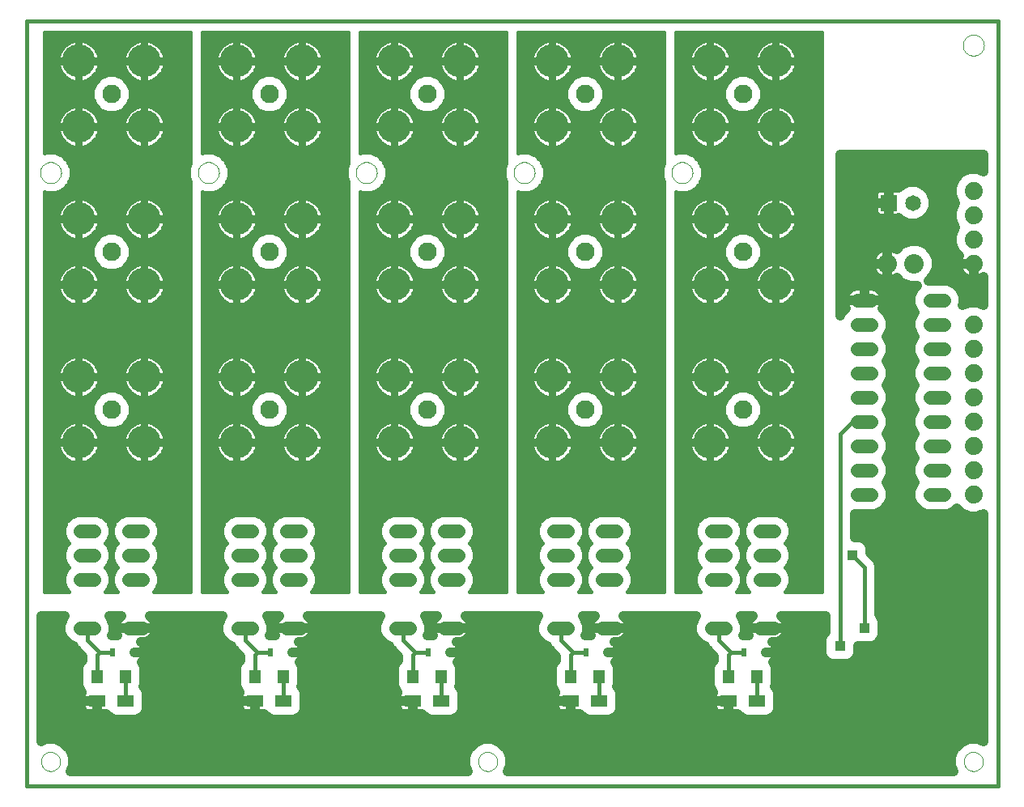
<source format=gtl>
G75*
G70*
%OFA0B0*%
%FSLAX24Y24*%
%IPPOS*%
%LPD*%
%AMOC8*
5,1,8,0,0,1.08239X$1,22.5*
%
%ADD10C,0.0160*%
%ADD11C,0.0000*%
%ADD12R,0.0472X0.0551*%
%ADD13C,0.0560*%
%ADD14C,0.0740*%
%ADD15C,0.0555*%
%ADD16R,0.0248X0.0327*%
%ADD17C,0.0800*%
%ADD18C,0.0768*%
%ADD19C,0.1361*%
%ADD20C,0.0650*%
%ADD21R,0.0650X0.0650*%
%ADD22R,0.0709X0.0472*%
%ADD23C,0.0400*%
%ADD24R,0.0436X0.0436*%
D10*
X000300Y017300D02*
X000300Y048800D01*
X040300Y048800D01*
X040300Y017300D01*
X000300Y017300D01*
X003209Y021800D02*
X003209Y022709D01*
X003300Y022800D01*
X003847Y022800D01*
X003300Y022800D02*
X002800Y023300D01*
X002800Y023800D01*
X002064Y025300D02*
X001948Y025416D01*
X001845Y025665D01*
X001845Y025935D01*
X001948Y026184D01*
X002064Y026300D01*
X001948Y026416D01*
X001845Y026665D01*
X001845Y026935D01*
X001948Y027184D01*
X002064Y027300D01*
X001948Y027416D01*
X001845Y027665D01*
X001845Y027935D01*
X001948Y028184D01*
X002139Y028374D01*
X002388Y028477D01*
X003212Y028477D01*
X003461Y028374D01*
X003652Y028184D01*
X003755Y027935D01*
X003755Y027665D01*
X003652Y027416D01*
X003536Y027300D01*
X003652Y027184D01*
X003755Y026935D01*
X003755Y026665D01*
X003652Y026416D01*
X003536Y026300D01*
X003652Y026184D01*
X003755Y025935D01*
X003755Y025665D01*
X003652Y025416D01*
X003536Y025300D01*
X004064Y025300D01*
X003948Y025416D01*
X003845Y025665D01*
X003845Y025935D01*
X003948Y026184D01*
X004064Y026300D01*
X003948Y026416D01*
X003845Y026665D01*
X003845Y026935D01*
X003948Y027184D01*
X004064Y027300D01*
X003948Y027416D01*
X003845Y027665D01*
X003845Y027935D01*
X003948Y028184D01*
X004139Y028374D01*
X004388Y028477D01*
X005212Y028477D01*
X005461Y028374D01*
X005652Y028184D01*
X005755Y027935D01*
X005755Y027665D01*
X005652Y027416D01*
X005536Y027300D01*
X005652Y027184D01*
X005755Y026935D01*
X005755Y026665D01*
X005652Y026416D01*
X005536Y026300D01*
X005652Y026184D01*
X005755Y025935D01*
X005755Y025665D01*
X005652Y025416D01*
X005536Y025300D01*
X007050Y025300D01*
X007050Y042184D01*
X006967Y042384D01*
X006967Y042716D01*
X007050Y042916D01*
X007050Y048320D01*
X001050Y048320D01*
X001050Y043348D01*
X001134Y043383D01*
X001466Y043383D01*
X001772Y043256D01*
X002006Y043022D01*
X002133Y042716D01*
X002133Y042384D01*
X002006Y042078D01*
X001772Y041844D01*
X001466Y041717D01*
X001134Y041717D01*
X001050Y041752D01*
X001050Y025300D01*
X002064Y025300D01*
X001981Y025384D02*
X001050Y025384D01*
X001050Y025542D02*
X001896Y025542D01*
X001845Y025701D02*
X001050Y025701D01*
X001050Y025859D02*
X001845Y025859D01*
X001879Y026018D02*
X001050Y026018D01*
X001050Y026176D02*
X001945Y026176D01*
X002030Y026335D02*
X001050Y026335D01*
X001050Y026493D02*
X001916Y026493D01*
X001851Y026652D02*
X001050Y026652D01*
X001050Y026810D02*
X001845Y026810D01*
X001859Y026969D02*
X001050Y026969D01*
X001050Y027127D02*
X001925Y027127D01*
X002050Y027286D02*
X001050Y027286D01*
X001050Y027444D02*
X001937Y027444D01*
X001871Y027603D02*
X001050Y027603D01*
X001050Y027761D02*
X001845Y027761D01*
X001845Y027920D02*
X001050Y027920D01*
X001050Y028078D02*
X001904Y028078D01*
X002001Y028237D02*
X001050Y028237D01*
X001050Y028395D02*
X002189Y028395D01*
X001050Y028554D02*
X007050Y028554D01*
X007050Y028712D02*
X001050Y028712D01*
X001050Y028871D02*
X007050Y028871D01*
X007050Y029029D02*
X001050Y029029D01*
X001050Y029188D02*
X007050Y029188D01*
X007050Y029346D02*
X001050Y029346D01*
X001050Y029505D02*
X007050Y029505D01*
X007050Y029663D02*
X001050Y029663D01*
X001050Y029822D02*
X007050Y029822D01*
X007050Y029980D02*
X001050Y029980D01*
X001050Y030139D02*
X007050Y030139D01*
X007050Y030297D02*
X001050Y030297D01*
X001050Y030456D02*
X007050Y030456D01*
X007050Y030614D02*
X005356Y030614D01*
X005319Y030604D02*
X005428Y030633D01*
X005532Y030676D01*
X005629Y030733D01*
X005719Y030801D01*
X005799Y030881D01*
X005867Y030971D01*
X005924Y031068D01*
X005967Y031172D01*
X005996Y031281D01*
X006008Y031370D01*
X005230Y031370D01*
X005230Y030592D01*
X005319Y030604D01*
X005230Y030614D02*
X005070Y030614D01*
X005070Y030592D02*
X005070Y031370D01*
X004293Y031370D01*
X004305Y031281D01*
X004334Y031172D01*
X004377Y031068D01*
X004434Y030971D01*
X004502Y030881D01*
X004582Y030801D01*
X004671Y030733D01*
X004769Y030676D01*
X004873Y030633D01*
X004982Y030604D01*
X005070Y030592D01*
X004945Y030614D02*
X002655Y030614D01*
X002618Y030604D02*
X002727Y030633D01*
X002831Y030676D01*
X002929Y030733D01*
X003018Y030801D01*
X003098Y030881D01*
X003166Y030971D01*
X003223Y031068D01*
X003266Y031172D01*
X003295Y031281D01*
X003307Y031370D01*
X002530Y031370D01*
X002530Y031530D01*
X003307Y031530D01*
X003295Y031618D01*
X003266Y031727D01*
X003223Y031831D01*
X003166Y031929D01*
X003098Y032018D01*
X003018Y032098D01*
X002929Y032166D01*
X002831Y032223D01*
X002727Y032266D01*
X002618Y032295D01*
X002530Y032307D01*
X002530Y031530D01*
X002370Y031530D01*
X002370Y032307D01*
X002281Y032295D01*
X002172Y032266D01*
X002068Y032223D01*
X001971Y032166D01*
X001881Y032098D01*
X001801Y032018D01*
X001733Y031929D01*
X001676Y031831D01*
X001633Y031727D01*
X001604Y031618D01*
X001592Y031530D01*
X002370Y031530D01*
X002370Y031370D01*
X002530Y031370D01*
X002530Y030592D01*
X002618Y030604D01*
X002530Y030614D02*
X002370Y030614D01*
X002370Y030592D02*
X002370Y031370D01*
X001592Y031370D01*
X001604Y031281D01*
X001633Y031172D01*
X001676Y031068D01*
X001733Y030971D01*
X001801Y030881D01*
X001881Y030801D01*
X001971Y030733D01*
X002068Y030676D01*
X002172Y030633D01*
X002281Y030604D01*
X002370Y030592D01*
X002244Y030614D02*
X001050Y030614D01*
X001050Y030773D02*
X001919Y030773D01*
X001763Y030931D02*
X001050Y030931D01*
X001050Y031090D02*
X001668Y031090D01*
X001613Y031248D02*
X001050Y031248D01*
X001050Y031407D02*
X002370Y031407D01*
X002370Y031565D02*
X002530Y031565D01*
X002530Y031407D02*
X005070Y031407D01*
X005070Y031370D02*
X005070Y031530D01*
X005070Y032307D01*
X004982Y032295D01*
X004873Y032266D01*
X004769Y032223D01*
X004671Y032166D01*
X004582Y032098D01*
X004502Y032018D01*
X004434Y031929D01*
X004377Y031831D01*
X004334Y031727D01*
X004305Y031618D01*
X004293Y031530D01*
X005070Y031530D01*
X005230Y031530D01*
X005230Y032307D01*
X005319Y032295D01*
X005428Y032266D01*
X005532Y032223D01*
X005629Y032166D01*
X005719Y032098D01*
X005799Y032018D01*
X005867Y031929D01*
X005924Y031831D01*
X005967Y031727D01*
X005996Y031618D01*
X006008Y031530D01*
X005230Y031530D01*
X005230Y031370D01*
X005070Y031370D01*
X005070Y031248D02*
X005230Y031248D01*
X005230Y031090D02*
X005070Y031090D01*
X005070Y030931D02*
X005230Y030931D01*
X005230Y030773D02*
X005070Y030773D01*
X004620Y030773D02*
X002980Y030773D01*
X003136Y030931D02*
X004464Y030931D01*
X004368Y031090D02*
X003232Y031090D01*
X003286Y031248D02*
X004314Y031248D01*
X004298Y031565D02*
X003302Y031565D01*
X003267Y031724D02*
X004333Y031724D01*
X004407Y031882D02*
X003193Y031882D01*
X003075Y032041D02*
X003585Y032041D01*
X003644Y032016D02*
X003956Y032016D01*
X004244Y032135D01*
X004465Y032356D01*
X004584Y032644D01*
X004584Y032956D01*
X004465Y033244D01*
X004244Y033465D01*
X003956Y033584D01*
X003644Y033584D01*
X003356Y033465D01*
X003135Y033244D01*
X003016Y032956D01*
X003016Y032644D01*
X003135Y032356D01*
X003356Y032135D01*
X003644Y032016D01*
X004015Y032041D02*
X004525Y032041D01*
X004728Y032199D02*
X004308Y032199D01*
X004465Y032358D02*
X007050Y032358D01*
X007050Y032516D02*
X004531Y032516D01*
X004584Y032675D02*
X007050Y032675D01*
X007050Y032833D02*
X004584Y032833D01*
X004569Y032992D02*
X007050Y032992D01*
X007050Y033150D02*
X004503Y033150D01*
X004400Y033309D02*
X004968Y033309D01*
X004982Y033305D02*
X005070Y033293D01*
X005070Y034070D01*
X005230Y034070D01*
X005230Y033293D01*
X005319Y033305D01*
X005428Y033334D01*
X005532Y033377D01*
X005629Y033434D01*
X005719Y033502D01*
X005799Y033582D01*
X005867Y033671D01*
X005924Y033769D01*
X005967Y033873D01*
X005996Y033982D01*
X006008Y034070D01*
X005230Y034070D01*
X005230Y034230D01*
X006008Y034230D01*
X005996Y034319D01*
X005967Y034428D01*
X005924Y034532D01*
X005867Y034629D01*
X005799Y034719D01*
X005719Y034799D01*
X005629Y034867D01*
X005532Y034924D01*
X005428Y034967D01*
X005319Y034996D01*
X005230Y035008D01*
X005230Y034230D01*
X005070Y034230D01*
X005070Y034070D01*
X004293Y034070D01*
X004305Y033982D01*
X004334Y033873D01*
X004377Y033769D01*
X004434Y033671D01*
X004502Y033582D01*
X004582Y033502D01*
X004671Y033434D01*
X004769Y033377D01*
X004873Y033334D01*
X004982Y033305D01*
X005070Y033309D02*
X005230Y033309D01*
X005332Y033309D02*
X007050Y033309D01*
X007050Y033467D02*
X005673Y033467D01*
X005832Y033626D02*
X007050Y033626D01*
X007050Y033784D02*
X005930Y033784D01*
X005985Y033943D02*
X007050Y033943D01*
X007050Y034101D02*
X005230Y034101D01*
X005230Y033943D02*
X005070Y033943D01*
X005070Y034101D02*
X002530Y034101D01*
X002530Y034070D02*
X002530Y034230D01*
X003307Y034230D01*
X003295Y034319D01*
X003266Y034428D01*
X003223Y034532D01*
X003166Y034629D01*
X003098Y034719D01*
X003018Y034799D01*
X002929Y034867D01*
X002831Y034924D01*
X002727Y034967D01*
X002618Y034996D01*
X002530Y035008D01*
X002530Y034230D01*
X002370Y034230D01*
X002370Y034070D01*
X002530Y034070D01*
X003307Y034070D01*
X003295Y033982D01*
X003266Y033873D01*
X003223Y033769D01*
X003166Y033671D01*
X003098Y033582D01*
X003018Y033502D01*
X002929Y033434D01*
X002831Y033377D01*
X002727Y033334D01*
X002618Y033305D01*
X002530Y033293D01*
X002530Y034070D01*
X002530Y033943D02*
X002370Y033943D01*
X002370Y034070D02*
X002370Y033293D01*
X002281Y033305D01*
X002172Y033334D01*
X002068Y033377D01*
X001971Y033434D01*
X001881Y033502D01*
X001801Y033582D01*
X001733Y033671D01*
X001676Y033769D01*
X001633Y033873D01*
X001604Y033982D01*
X001592Y034070D01*
X002370Y034070D01*
X002370Y034101D02*
X001050Y034101D01*
X001050Y033943D02*
X001615Y033943D01*
X001670Y033784D02*
X001050Y033784D01*
X001050Y033626D02*
X001768Y033626D01*
X001927Y033467D02*
X001050Y033467D01*
X001050Y033309D02*
X002268Y033309D01*
X002370Y033309D02*
X002530Y033309D01*
X002632Y033309D02*
X003200Y033309D01*
X003097Y033150D02*
X001050Y033150D01*
X001050Y032992D02*
X003031Y032992D01*
X003016Y032833D02*
X001050Y032833D01*
X001050Y032675D02*
X003016Y032675D01*
X003069Y032516D02*
X001050Y032516D01*
X001050Y032358D02*
X003135Y032358D01*
X003292Y032199D02*
X002872Y032199D01*
X002530Y032199D02*
X002370Y032199D01*
X002370Y032041D02*
X002530Y032041D01*
X002530Y031882D02*
X002370Y031882D01*
X002370Y031724D02*
X002530Y031724D01*
X002530Y031248D02*
X002370Y031248D01*
X002370Y031090D02*
X002530Y031090D01*
X002530Y030931D02*
X002370Y030931D01*
X002370Y030773D02*
X002530Y030773D01*
X001706Y031882D02*
X001050Y031882D01*
X001050Y031724D02*
X001632Y031724D01*
X001597Y031565D02*
X001050Y031565D01*
X001050Y032041D02*
X001824Y032041D01*
X002027Y032199D02*
X001050Y032199D01*
X002370Y033467D02*
X002530Y033467D01*
X002530Y033626D02*
X002370Y033626D01*
X002370Y033784D02*
X002530Y033784D01*
X002370Y034230D02*
X001592Y034230D01*
X001604Y034319D01*
X001633Y034428D01*
X001676Y034532D01*
X001733Y034629D01*
X001801Y034719D01*
X001881Y034799D01*
X001971Y034867D01*
X002068Y034924D01*
X002172Y034967D01*
X002281Y034996D01*
X002370Y035008D01*
X002370Y034230D01*
X002370Y034260D02*
X002530Y034260D01*
X002530Y034418D02*
X002370Y034418D01*
X002370Y034577D02*
X002530Y034577D01*
X002530Y034735D02*
X002370Y034735D01*
X002370Y034894D02*
X002530Y034894D01*
X002883Y034894D02*
X004717Y034894D01*
X004671Y034867D02*
X004582Y034799D01*
X004502Y034719D01*
X004434Y034629D01*
X004377Y034532D01*
X004334Y034428D01*
X004305Y034319D01*
X004293Y034230D01*
X005070Y034230D01*
X005070Y035008D01*
X004982Y034996D01*
X004873Y034967D01*
X004769Y034924D01*
X004671Y034867D01*
X004518Y034735D02*
X003082Y034735D01*
X003197Y034577D02*
X004403Y034577D01*
X004331Y034418D02*
X003269Y034418D01*
X003303Y034260D02*
X004297Y034260D01*
X004315Y033943D02*
X003285Y033943D01*
X003229Y033784D02*
X004371Y033784D01*
X004469Y033626D02*
X003131Y033626D01*
X002972Y033467D02*
X003362Y033467D01*
X004238Y033467D02*
X004628Y033467D01*
X005070Y033467D02*
X005230Y033467D01*
X005230Y033626D02*
X005070Y033626D01*
X005070Y033784D02*
X005230Y033784D01*
X005230Y034260D02*
X005070Y034260D01*
X005070Y034418D02*
X005230Y034418D01*
X005230Y034577D02*
X005070Y034577D01*
X005070Y034735D02*
X005230Y034735D01*
X005230Y034894D02*
X005070Y034894D01*
X005584Y034894D02*
X007050Y034894D01*
X007050Y035052D02*
X001050Y035052D01*
X001050Y034894D02*
X002016Y034894D01*
X001818Y034735D02*
X001050Y034735D01*
X001050Y034577D02*
X001702Y034577D01*
X001631Y034418D02*
X001050Y034418D01*
X001050Y034260D02*
X001596Y034260D01*
X001050Y035211D02*
X007050Y035211D01*
X007050Y035369D02*
X001050Y035369D01*
X001050Y035528D02*
X007050Y035528D01*
X007050Y035686D02*
X001050Y035686D01*
X001050Y035845D02*
X007050Y035845D01*
X007050Y036003D02*
X001050Y036003D01*
X001050Y036162D02*
X007050Y036162D01*
X007050Y036320D02*
X001050Y036320D01*
X001050Y036479D02*
X007050Y036479D01*
X007050Y036637D02*
X001050Y036637D01*
X001050Y036796D02*
X007050Y036796D01*
X007050Y036954D02*
X001050Y036954D01*
X001050Y037113D02*
X002250Y037113D01*
X002281Y037104D02*
X002370Y037092D01*
X002370Y037870D01*
X002530Y037870D01*
X002530Y038030D01*
X003307Y038030D01*
X003295Y038118D01*
X003266Y038227D01*
X003223Y038331D01*
X003166Y038429D01*
X003098Y038518D01*
X003018Y038598D01*
X002929Y038666D01*
X002831Y038723D01*
X002727Y038766D01*
X002618Y038795D01*
X002530Y038807D01*
X002530Y038030D01*
X002370Y038030D01*
X002370Y038807D01*
X002281Y038795D01*
X002172Y038766D01*
X002068Y038723D01*
X001971Y038666D01*
X001881Y038598D01*
X001801Y038518D01*
X001733Y038429D01*
X001676Y038331D01*
X001633Y038227D01*
X001604Y038118D01*
X001592Y038030D01*
X002370Y038030D01*
X002370Y037870D01*
X001592Y037870D01*
X001604Y037781D01*
X001633Y037672D01*
X001676Y037568D01*
X001733Y037471D01*
X001801Y037381D01*
X001881Y037301D01*
X001971Y037233D01*
X002068Y037176D01*
X002172Y037133D01*
X002281Y037104D01*
X002370Y037113D02*
X002530Y037113D01*
X002530Y037092D02*
X002618Y037104D01*
X002727Y037133D01*
X002831Y037176D01*
X002929Y037233D01*
X003018Y037301D01*
X003098Y037381D01*
X003166Y037471D01*
X003223Y037568D01*
X003266Y037672D01*
X003295Y037781D01*
X003307Y037870D01*
X002530Y037870D01*
X002530Y037092D01*
X002650Y037113D02*
X004950Y037113D01*
X004982Y037104D02*
X005070Y037092D01*
X005070Y037870D01*
X004293Y037870D01*
X004305Y037781D01*
X004334Y037672D01*
X004377Y037568D01*
X004434Y037471D01*
X004502Y037381D01*
X004582Y037301D01*
X004671Y037233D01*
X004769Y037176D01*
X004873Y037133D01*
X004982Y037104D01*
X005070Y037113D02*
X005230Y037113D01*
X005230Y037092D02*
X005319Y037104D01*
X005428Y037133D01*
X005532Y037176D01*
X005629Y037233D01*
X005719Y037301D01*
X005799Y037381D01*
X005867Y037471D01*
X005924Y037568D01*
X005967Y037672D01*
X005996Y037781D01*
X006008Y037870D01*
X005230Y037870D01*
X005230Y037092D01*
X005350Y037113D02*
X007050Y037113D01*
X007050Y037271D02*
X005679Y037271D01*
X005836Y037430D02*
X007050Y037430D01*
X007050Y037588D02*
X005932Y037588D01*
X005987Y037747D02*
X007050Y037747D01*
X007050Y037905D02*
X005230Y037905D01*
X005230Y037870D02*
X005230Y038030D01*
X005070Y038030D01*
X005070Y038807D01*
X004982Y038795D01*
X004873Y038766D01*
X004769Y038723D01*
X004671Y038666D01*
X004582Y038598D01*
X004502Y038518D01*
X004434Y038429D01*
X004377Y038331D01*
X004334Y038227D01*
X004305Y038118D01*
X004293Y038030D01*
X005070Y038030D01*
X005070Y037870D01*
X005230Y037870D01*
X005230Y037747D02*
X005070Y037747D01*
X005070Y037905D02*
X002530Y037905D01*
X002530Y037747D02*
X002370Y037747D01*
X002370Y037905D02*
X001050Y037905D01*
X001050Y037747D02*
X001613Y037747D01*
X001668Y037588D02*
X001050Y037588D01*
X001050Y037430D02*
X001764Y037430D01*
X001921Y037271D02*
X001050Y037271D01*
X001050Y038064D02*
X001597Y038064D01*
X001632Y038222D02*
X001050Y038222D01*
X001050Y038381D02*
X001705Y038381D01*
X001822Y038539D02*
X001050Y038539D01*
X001050Y038698D02*
X002024Y038698D01*
X002370Y038698D02*
X002530Y038698D01*
X002530Y038539D02*
X002370Y038539D01*
X002370Y038381D02*
X002530Y038381D01*
X002530Y038222D02*
X002370Y038222D01*
X002370Y038064D02*
X002530Y038064D01*
X002530Y037588D02*
X002370Y037588D01*
X002370Y037430D02*
X002530Y037430D01*
X002530Y037271D02*
X002370Y037271D01*
X002978Y037271D02*
X004622Y037271D01*
X004465Y037430D02*
X003135Y037430D01*
X003231Y037588D02*
X004369Y037588D01*
X004314Y037747D02*
X003286Y037747D01*
X003302Y038064D02*
X004298Y038064D01*
X004333Y038222D02*
X003267Y038222D01*
X003194Y038381D02*
X004406Y038381D01*
X004523Y038539D02*
X004011Y038539D01*
X003956Y038516D02*
X004244Y038635D01*
X004465Y038856D01*
X007050Y038856D01*
X007050Y038698D02*
X005576Y038698D01*
X005532Y038723D02*
X005428Y038766D01*
X005319Y038795D01*
X005230Y038807D01*
X005230Y038030D01*
X006008Y038030D01*
X005996Y038118D01*
X005967Y038227D01*
X005924Y038331D01*
X005867Y038429D01*
X005799Y038518D01*
X005719Y038598D01*
X005629Y038666D01*
X005532Y038723D01*
X005230Y038698D02*
X005070Y038698D01*
X005070Y038539D02*
X005230Y038539D01*
X005230Y038381D02*
X005070Y038381D01*
X005070Y038222D02*
X005230Y038222D01*
X005230Y038064D02*
X005070Y038064D01*
X005070Y037588D02*
X005230Y037588D01*
X005230Y037430D02*
X005070Y037430D01*
X005070Y037271D02*
X005230Y037271D01*
X006003Y038064D02*
X007050Y038064D01*
X007050Y038222D02*
X005968Y038222D01*
X005895Y038381D02*
X007050Y038381D01*
X007050Y038539D02*
X005778Y038539D01*
X004725Y038698D02*
X004306Y038698D01*
X004465Y038856D02*
X004584Y039144D01*
X004584Y039456D01*
X004465Y039744D01*
X004244Y039965D01*
X003956Y040084D01*
X003644Y040084D01*
X003356Y039965D01*
X003135Y039744D01*
X003016Y039456D01*
X003016Y039144D01*
X003135Y038856D01*
X001050Y038856D01*
X001050Y039015D02*
X003070Y039015D01*
X003016Y039173D02*
X001050Y039173D01*
X001050Y039332D02*
X003016Y039332D01*
X003030Y039490D02*
X001050Y039490D01*
X001050Y039649D02*
X003096Y039649D01*
X003198Y039807D02*
X002626Y039807D01*
X002618Y039805D02*
X002727Y039834D01*
X002831Y039877D01*
X002929Y039934D01*
X003018Y040002D01*
X003098Y040082D01*
X003166Y040171D01*
X003223Y040269D01*
X003266Y040373D01*
X003295Y040482D01*
X003307Y040570D01*
X002530Y040570D01*
X002530Y040730D01*
X003307Y040730D01*
X003295Y040819D01*
X003266Y040928D01*
X003223Y041032D01*
X003166Y041129D01*
X003098Y041219D01*
X003018Y041299D01*
X002929Y041367D01*
X002831Y041424D01*
X002727Y041467D01*
X002618Y041496D01*
X002530Y041508D01*
X002530Y040730D01*
X002370Y040730D01*
X002370Y040570D01*
X002530Y040570D01*
X002530Y039793D01*
X002618Y039805D01*
X002530Y039807D02*
X002370Y039807D01*
X002370Y039793D02*
X002370Y040570D01*
X001592Y040570D01*
X001604Y040482D01*
X001633Y040373D01*
X001676Y040269D01*
X001733Y040171D01*
X001801Y040082D01*
X001881Y040002D01*
X001971Y039934D01*
X002068Y039877D01*
X002172Y039834D01*
X002281Y039805D01*
X002370Y039793D01*
X002273Y039807D02*
X001050Y039807D01*
X001050Y039966D02*
X001929Y039966D01*
X001769Y040124D02*
X001050Y040124D01*
X001050Y040283D02*
X001671Y040283D01*
X001615Y040441D02*
X001050Y040441D01*
X001050Y040600D02*
X002370Y040600D01*
X002370Y040730D02*
X001592Y040730D01*
X001604Y040819D01*
X001633Y040928D01*
X001676Y041032D01*
X001733Y041129D01*
X001801Y041219D01*
X001881Y041299D01*
X001971Y041367D01*
X002068Y041424D01*
X002172Y041467D01*
X002281Y041496D01*
X002370Y041508D01*
X002370Y040730D01*
X002370Y040758D02*
X002530Y040758D01*
X002530Y040600D02*
X005070Y040600D01*
X005070Y040570D02*
X004293Y040570D01*
X004305Y040482D01*
X004334Y040373D01*
X004377Y040269D01*
X004434Y040171D01*
X004502Y040082D01*
X004582Y040002D01*
X004671Y039934D01*
X004769Y039877D01*
X004873Y039834D01*
X004982Y039805D01*
X005070Y039793D01*
X005070Y040570D01*
X005230Y040570D01*
X005230Y039793D01*
X005319Y039805D01*
X005428Y039834D01*
X005532Y039877D01*
X005629Y039934D01*
X005719Y040002D01*
X005799Y040082D01*
X005867Y040171D01*
X005924Y040269D01*
X005967Y040373D01*
X005996Y040482D01*
X006008Y040570D01*
X005230Y040570D01*
X005230Y040730D01*
X006008Y040730D01*
X005996Y040819D01*
X005967Y040928D01*
X005924Y041032D01*
X005867Y041129D01*
X005799Y041219D01*
X005719Y041299D01*
X005629Y041367D01*
X005532Y041424D01*
X005428Y041467D01*
X005319Y041496D01*
X005230Y041508D01*
X005230Y040730D01*
X005070Y040730D01*
X005070Y040570D01*
X005070Y040441D02*
X005230Y040441D01*
X005230Y040283D02*
X005070Y040283D01*
X005070Y040124D02*
X005230Y040124D01*
X005230Y039966D02*
X005070Y039966D01*
X005070Y039807D02*
X005230Y039807D01*
X005327Y039807D02*
X007050Y039807D01*
X007050Y039649D02*
X004504Y039649D01*
X004570Y039490D02*
X007050Y039490D01*
X007050Y039332D02*
X004584Y039332D01*
X004584Y039173D02*
X007050Y039173D01*
X007050Y039015D02*
X004530Y039015D01*
X003956Y038516D02*
X003644Y038516D01*
X003356Y038635D01*
X003135Y038856D01*
X003294Y038698D02*
X002875Y038698D01*
X003077Y038539D02*
X003589Y038539D01*
X003358Y039966D02*
X002970Y039966D01*
X003130Y040124D02*
X004470Y040124D01*
X004372Y040283D02*
X003228Y040283D01*
X003284Y040441D02*
X004316Y040441D01*
X004293Y040730D02*
X005070Y040730D01*
X005070Y041508D01*
X004982Y041496D01*
X004873Y041467D01*
X004769Y041424D01*
X004671Y041367D01*
X004582Y041299D01*
X004502Y041219D01*
X004434Y041129D01*
X004377Y041032D01*
X004334Y040928D01*
X004305Y040819D01*
X004293Y040730D01*
X004297Y040758D02*
X003303Y040758D01*
X003269Y040917D02*
X004331Y040917D01*
X004402Y041075D02*
X003198Y041075D01*
X003083Y041234D02*
X004517Y041234D01*
X004714Y041392D02*
X002886Y041392D01*
X002530Y041392D02*
X002370Y041392D01*
X002370Y041234D02*
X002530Y041234D01*
X002530Y041075D02*
X002370Y041075D01*
X002370Y040917D02*
X002530Y040917D01*
X002530Y040441D02*
X002370Y040441D01*
X002370Y040283D02*
X002530Y040283D01*
X002530Y040124D02*
X002370Y040124D01*
X002370Y039966D02*
X002530Y039966D01*
X001701Y041075D02*
X001050Y041075D01*
X001050Y040917D02*
X001630Y040917D01*
X001596Y040758D02*
X001050Y040758D01*
X001050Y041234D02*
X001816Y041234D01*
X002014Y041392D02*
X001050Y041392D01*
X001050Y041551D02*
X007050Y041551D01*
X007050Y041709D02*
X001050Y041709D01*
X001796Y041868D02*
X007050Y041868D01*
X007050Y042026D02*
X001954Y042026D01*
X002050Y042185D02*
X007050Y042185D01*
X006984Y042343D02*
X002116Y042343D01*
X002133Y042502D02*
X006967Y042502D01*
X006967Y042660D02*
X002133Y042660D01*
X002090Y042819D02*
X007010Y042819D01*
X007050Y042977D02*
X002025Y042977D01*
X001893Y043136D02*
X007050Y043136D01*
X007050Y043294D02*
X001681Y043294D01*
X001971Y043733D02*
X002068Y043676D01*
X002172Y043633D01*
X002281Y043604D01*
X002370Y043592D01*
X002370Y044370D01*
X002530Y044370D01*
X002530Y044530D01*
X003307Y044530D01*
X003295Y044618D01*
X003266Y044727D01*
X003223Y044831D01*
X003166Y044929D01*
X003098Y045018D01*
X003018Y045098D01*
X002929Y045166D01*
X002831Y045223D01*
X002727Y045266D01*
X002618Y045295D01*
X002530Y045307D01*
X002530Y044530D01*
X002370Y044530D01*
X002370Y045307D01*
X002281Y045295D01*
X002172Y045266D01*
X002068Y045223D01*
X001971Y045166D01*
X001881Y045098D01*
X001801Y045018D01*
X001733Y044929D01*
X001676Y044831D01*
X001633Y044727D01*
X001604Y044618D01*
X001592Y044530D01*
X002370Y044530D01*
X002370Y044370D01*
X001592Y044370D01*
X001604Y044281D01*
X001633Y044172D01*
X001676Y044068D01*
X001733Y043971D01*
X001801Y043881D01*
X001881Y043801D01*
X001971Y043733D01*
X001923Y043770D02*
X001050Y043770D01*
X001050Y043928D02*
X001765Y043928D01*
X001669Y044087D02*
X001050Y044087D01*
X001050Y044245D02*
X001614Y044245D01*
X001597Y044562D02*
X001050Y044562D01*
X001050Y044404D02*
X002370Y044404D01*
X002370Y044562D02*
X002530Y044562D01*
X002530Y044404D02*
X005070Y044404D01*
X005070Y044370D02*
X004293Y044370D01*
X004305Y044281D01*
X004334Y044172D01*
X004377Y044068D01*
X004434Y043971D01*
X004502Y043881D01*
X004582Y043801D01*
X004671Y043733D01*
X004769Y043676D01*
X004873Y043633D01*
X004982Y043604D01*
X005070Y043592D01*
X005070Y044370D01*
X005070Y044530D01*
X005070Y045307D01*
X004982Y045295D01*
X004873Y045266D01*
X004769Y045223D01*
X004671Y045166D01*
X004582Y045098D01*
X004502Y045018D01*
X004434Y044929D01*
X004377Y044831D01*
X004334Y044727D01*
X004305Y044618D01*
X004293Y044530D01*
X005070Y044530D01*
X005230Y044530D01*
X005230Y045307D01*
X005319Y045295D01*
X005428Y045266D01*
X005532Y045223D01*
X005629Y045166D01*
X005719Y045098D01*
X005799Y045018D01*
X005867Y044929D01*
X005924Y044831D01*
X005967Y044727D01*
X005996Y044618D01*
X006008Y044530D01*
X005230Y044530D01*
X005230Y044370D01*
X005230Y043592D01*
X005319Y043604D01*
X005428Y043633D01*
X005532Y043676D01*
X005629Y043733D01*
X005719Y043801D01*
X005799Y043881D01*
X005867Y043971D01*
X005924Y044068D01*
X005967Y044172D01*
X005996Y044281D01*
X006008Y044370D01*
X005230Y044370D01*
X005070Y044370D01*
X005070Y044245D02*
X005230Y044245D01*
X005230Y044087D02*
X005070Y044087D01*
X005070Y043928D02*
X005230Y043928D01*
X005230Y043770D02*
X005070Y043770D01*
X005070Y043611D02*
X005230Y043611D01*
X005345Y043611D02*
X007050Y043611D01*
X007050Y043453D02*
X001050Y043453D01*
X001050Y043611D02*
X002255Y043611D01*
X002370Y043611D02*
X002530Y043611D01*
X002530Y043592D02*
X002618Y043604D01*
X002727Y043633D01*
X002831Y043676D01*
X002929Y043733D01*
X003018Y043801D01*
X003098Y043881D01*
X003166Y043971D01*
X003223Y044068D01*
X003266Y044172D01*
X003295Y044281D01*
X003307Y044370D01*
X002530Y044370D01*
X002530Y043592D01*
X002644Y043611D02*
X004956Y043611D01*
X004623Y043770D02*
X002977Y043770D01*
X003134Y043928D02*
X004466Y043928D01*
X004370Y044087D02*
X003230Y044087D01*
X003285Y044245D02*
X004315Y044245D01*
X004297Y044562D02*
X003303Y044562D01*
X003268Y044721D02*
X004332Y044721D01*
X004405Y044879D02*
X003195Y044879D01*
X003078Y045038D02*
X003592Y045038D01*
X003644Y045016D02*
X003956Y045016D01*
X004244Y045135D01*
X004465Y045356D01*
X004584Y045644D01*
X004584Y045956D01*
X004465Y046244D01*
X004244Y046465D01*
X003956Y046584D01*
X003644Y046584D01*
X003356Y046465D01*
X003135Y046244D01*
X003016Y045956D01*
X003016Y045644D01*
X003135Y045356D01*
X003356Y045135D01*
X003644Y045016D01*
X004008Y045038D02*
X004522Y045038D01*
X004723Y045196D02*
X004305Y045196D01*
X004463Y045355D02*
X007050Y045355D01*
X007050Y045513D02*
X004530Y045513D01*
X004584Y045672D02*
X007050Y045672D01*
X007050Y045830D02*
X004584Y045830D01*
X004570Y045989D02*
X007050Y045989D01*
X007050Y046147D02*
X004505Y046147D01*
X004403Y046306D02*
X004979Y046306D01*
X004982Y046305D02*
X005070Y046293D01*
X005070Y047070D01*
X005230Y047070D01*
X005230Y046293D01*
X005319Y046305D01*
X005428Y046334D01*
X005532Y046377D01*
X005629Y046434D01*
X005719Y046502D01*
X005799Y046582D01*
X005867Y046671D01*
X005924Y046769D01*
X005967Y046873D01*
X005996Y046982D01*
X006008Y047070D01*
X005230Y047070D01*
X005230Y047230D01*
X006008Y047230D01*
X005996Y047319D01*
X005967Y047428D01*
X005924Y047532D01*
X005867Y047629D01*
X005799Y047719D01*
X005719Y047799D01*
X005629Y047867D01*
X005532Y047924D01*
X005428Y047967D01*
X005319Y047996D01*
X005230Y048008D01*
X005230Y047230D01*
X005070Y047230D01*
X005070Y047070D01*
X004293Y047070D01*
X004305Y046982D01*
X004334Y046873D01*
X004377Y046769D01*
X004434Y046671D01*
X004502Y046582D01*
X004582Y046502D01*
X004671Y046434D01*
X004769Y046377D01*
X004873Y046334D01*
X004982Y046305D01*
X005070Y046306D02*
X005230Y046306D01*
X005321Y046306D02*
X007050Y046306D01*
X007050Y046464D02*
X005669Y046464D01*
X005830Y046623D02*
X007050Y046623D01*
X007050Y046781D02*
X005929Y046781D01*
X005985Y046940D02*
X007050Y046940D01*
X007050Y047098D02*
X005230Y047098D01*
X005230Y046940D02*
X005070Y046940D01*
X005070Y047098D02*
X002530Y047098D01*
X002530Y047070D02*
X002530Y047230D01*
X003307Y047230D01*
X003295Y047319D01*
X003266Y047428D01*
X003223Y047532D01*
X003166Y047629D01*
X003098Y047719D01*
X003018Y047799D01*
X002929Y047867D01*
X002831Y047924D01*
X002727Y047967D01*
X002618Y047996D01*
X002530Y048008D01*
X002530Y047230D01*
X002370Y047230D01*
X002370Y047070D01*
X002530Y047070D01*
X003307Y047070D01*
X003295Y046982D01*
X003266Y046873D01*
X003223Y046769D01*
X003166Y046671D01*
X003098Y046582D01*
X003018Y046502D01*
X002929Y046434D01*
X002831Y046377D01*
X002727Y046334D01*
X002618Y046305D01*
X002530Y046293D01*
X002530Y047070D01*
X002530Y046940D02*
X002370Y046940D01*
X002370Y047070D02*
X002370Y046293D01*
X002281Y046305D01*
X002172Y046334D01*
X002068Y046377D01*
X001971Y046434D01*
X001881Y046502D01*
X001801Y046582D01*
X001733Y046671D01*
X001676Y046769D01*
X001633Y046873D01*
X001604Y046982D01*
X001592Y047070D01*
X002370Y047070D01*
X002370Y047098D02*
X001050Y047098D01*
X001050Y046940D02*
X001615Y046940D01*
X001671Y046781D02*
X001050Y046781D01*
X001050Y046623D02*
X001770Y046623D01*
X001931Y046464D02*
X001050Y046464D01*
X001050Y046306D02*
X002279Y046306D01*
X002370Y046306D02*
X002530Y046306D01*
X002621Y046306D02*
X003197Y046306D01*
X003095Y046147D02*
X001050Y046147D01*
X001050Y045989D02*
X003030Y045989D01*
X003016Y045830D02*
X001050Y045830D01*
X001050Y045672D02*
X003016Y045672D01*
X003070Y045513D02*
X001050Y045513D01*
X001050Y045355D02*
X003137Y045355D01*
X003295Y045196D02*
X002877Y045196D01*
X002530Y045196D02*
X002370Y045196D01*
X002370Y045038D02*
X002530Y045038D01*
X002530Y044879D02*
X002370Y044879D01*
X002370Y044721D02*
X002530Y044721D01*
X002530Y044245D02*
X002370Y044245D01*
X002370Y044087D02*
X002530Y044087D01*
X002530Y043928D02*
X002370Y043928D01*
X002370Y043770D02*
X002530Y043770D01*
X001704Y044879D02*
X001050Y044879D01*
X001050Y044721D02*
X001632Y044721D01*
X001821Y045038D02*
X001050Y045038D01*
X001050Y045196D02*
X002022Y045196D01*
X002370Y046464D02*
X002530Y046464D01*
X002530Y046623D02*
X002370Y046623D01*
X002370Y046781D02*
X002530Y046781D01*
X002530Y047257D02*
X002370Y047257D01*
X002370Y047230D02*
X002370Y048008D01*
X002281Y047996D01*
X002172Y047967D01*
X002068Y047924D01*
X001971Y047867D01*
X001881Y047799D01*
X001801Y047719D01*
X001733Y047629D01*
X001676Y047532D01*
X001633Y047428D01*
X001604Y047319D01*
X001592Y047230D01*
X002370Y047230D01*
X002370Y047415D02*
X002530Y047415D01*
X002530Y047574D02*
X002370Y047574D01*
X002370Y047732D02*
X002530Y047732D01*
X002530Y047891D02*
X002370Y047891D01*
X002011Y047891D02*
X001050Y047891D01*
X001050Y048049D02*
X007050Y048049D01*
X007050Y047891D02*
X005589Y047891D01*
X005785Y047732D02*
X007050Y047732D01*
X007050Y047574D02*
X005899Y047574D01*
X005970Y047415D02*
X007050Y047415D01*
X007050Y047257D02*
X006004Y047257D01*
X005230Y047257D02*
X005070Y047257D01*
X005070Y047230D02*
X005070Y048008D01*
X004982Y047996D01*
X004873Y047967D01*
X004769Y047924D01*
X004671Y047867D01*
X004582Y047799D01*
X004502Y047719D01*
X004434Y047629D01*
X004377Y047532D01*
X004334Y047428D01*
X004305Y047319D01*
X004293Y047230D01*
X005070Y047230D01*
X005070Y047415D02*
X005230Y047415D01*
X005230Y047574D02*
X005070Y047574D01*
X005070Y047732D02*
X005230Y047732D01*
X005230Y047891D02*
X005070Y047891D01*
X004712Y047891D02*
X002888Y047891D01*
X003085Y047732D02*
X004515Y047732D01*
X004401Y047574D02*
X003199Y047574D01*
X003269Y047415D02*
X004331Y047415D01*
X004297Y047257D02*
X003303Y047257D01*
X003284Y046940D02*
X004316Y046940D01*
X004372Y046781D02*
X003228Y046781D01*
X003129Y046623D02*
X004471Y046623D01*
X004632Y046464D02*
X004244Y046464D01*
X005070Y046464D02*
X005230Y046464D01*
X005230Y046623D02*
X005070Y046623D01*
X005070Y046781D02*
X005230Y046781D01*
X005230Y045196D02*
X005070Y045196D01*
X005070Y045038D02*
X005230Y045038D01*
X005230Y044879D02*
X005070Y044879D01*
X005070Y044721D02*
X005230Y044721D01*
X005230Y044562D02*
X005070Y044562D01*
X005230Y044404D02*
X007050Y044404D01*
X007050Y044562D02*
X006003Y044562D01*
X005968Y044721D02*
X007050Y044721D01*
X007050Y044879D02*
X005896Y044879D01*
X005779Y045038D02*
X007050Y045038D01*
X007050Y045196D02*
X005578Y045196D01*
X005986Y044245D02*
X007050Y044245D01*
X007050Y044087D02*
X005931Y044087D01*
X005835Y043928D02*
X007050Y043928D01*
X007050Y043770D02*
X005677Y043770D01*
X007550Y043770D02*
X008423Y043770D01*
X008381Y043801D02*
X008471Y043733D01*
X008568Y043676D01*
X008672Y043633D01*
X008781Y043604D01*
X008870Y043592D01*
X008870Y044370D01*
X009030Y044370D01*
X009030Y044530D01*
X009807Y044530D01*
X009795Y044618D01*
X009766Y044727D01*
X009723Y044831D01*
X009666Y044929D01*
X009598Y045018D01*
X009518Y045098D01*
X009429Y045166D01*
X009331Y045223D01*
X009227Y045266D01*
X009118Y045295D01*
X009030Y045307D01*
X009030Y044530D01*
X008870Y044530D01*
X008870Y045307D01*
X008781Y045295D01*
X008672Y045266D01*
X008568Y045223D01*
X008471Y045166D01*
X008381Y045098D01*
X008301Y045018D01*
X008233Y044929D01*
X008176Y044831D01*
X008133Y044727D01*
X008104Y044618D01*
X008092Y044530D01*
X008870Y044530D01*
X008870Y044370D01*
X008092Y044370D01*
X008104Y044281D01*
X008133Y044172D01*
X008176Y044068D01*
X008233Y043971D01*
X008301Y043881D01*
X008381Y043801D01*
X008265Y043928D02*
X007550Y043928D01*
X007550Y044087D02*
X008169Y044087D01*
X008114Y044245D02*
X007550Y044245D01*
X007550Y044404D02*
X008870Y044404D01*
X008870Y044562D02*
X009030Y044562D01*
X009030Y044404D02*
X011570Y044404D01*
X011570Y044370D02*
X010793Y044370D01*
X010805Y044281D01*
X010834Y044172D01*
X010877Y044068D01*
X010934Y043971D01*
X011002Y043881D01*
X011082Y043801D01*
X011171Y043733D01*
X011269Y043676D01*
X011373Y043633D01*
X011482Y043604D01*
X011570Y043592D01*
X011570Y044370D01*
X011570Y044530D01*
X011570Y045307D01*
X011482Y045295D01*
X011373Y045266D01*
X011269Y045223D01*
X011171Y045166D01*
X011082Y045098D01*
X011002Y045018D01*
X010934Y044929D01*
X010877Y044831D01*
X010834Y044727D01*
X010805Y044618D01*
X010793Y044530D01*
X011570Y044530D01*
X011730Y044530D01*
X011730Y045307D01*
X011819Y045295D01*
X011928Y045266D01*
X012032Y045223D01*
X012129Y045166D01*
X012219Y045098D01*
X012299Y045018D01*
X012367Y044929D01*
X012424Y044831D01*
X012467Y044727D01*
X012496Y044618D01*
X012508Y044530D01*
X011730Y044530D01*
X011730Y044370D01*
X011730Y043592D01*
X011819Y043604D01*
X011928Y043633D01*
X012032Y043676D01*
X012129Y043733D01*
X012219Y043801D01*
X012299Y043881D01*
X012367Y043971D01*
X012424Y044068D01*
X012467Y044172D01*
X012496Y044281D01*
X012508Y044370D01*
X011730Y044370D01*
X011570Y044370D01*
X011570Y044245D02*
X011730Y044245D01*
X011730Y044087D02*
X011570Y044087D01*
X011570Y043928D02*
X011730Y043928D01*
X011730Y043770D02*
X011570Y043770D01*
X011570Y043611D02*
X011730Y043611D01*
X011845Y043611D02*
X013550Y043611D01*
X013550Y043453D02*
X007550Y043453D01*
X007550Y043348D02*
X007550Y048320D01*
X013550Y048320D01*
X013550Y042916D01*
X013467Y042716D01*
X013467Y042384D01*
X013550Y042184D01*
X013550Y025300D01*
X012036Y025300D01*
X012152Y025416D01*
X012255Y025665D01*
X012255Y025935D01*
X012152Y026184D01*
X012036Y026300D01*
X012152Y026416D01*
X012255Y026665D01*
X012255Y026935D01*
X012152Y027184D01*
X012036Y027300D01*
X012152Y027416D01*
X012255Y027665D01*
X012255Y027935D01*
X012152Y028184D01*
X011961Y028374D01*
X011712Y028477D01*
X010888Y028477D01*
X010639Y028374D01*
X010448Y028184D01*
X010345Y027935D01*
X010345Y027665D01*
X010448Y027416D01*
X010564Y027300D01*
X010448Y027184D01*
X010345Y026935D01*
X010345Y026665D01*
X010448Y026416D01*
X010564Y026300D01*
X010448Y026184D01*
X010345Y025935D01*
X010345Y025665D01*
X010448Y025416D01*
X010564Y025300D01*
X010036Y025300D01*
X010152Y025416D01*
X010255Y025665D01*
X010255Y025935D01*
X010152Y026184D01*
X010036Y026300D01*
X010152Y026416D01*
X010255Y026665D01*
X010255Y026935D01*
X010152Y027184D01*
X010036Y027300D01*
X010152Y027416D01*
X010255Y027665D01*
X010255Y027935D01*
X010152Y028184D01*
X009961Y028374D01*
X009712Y028477D01*
X008888Y028477D01*
X008639Y028374D01*
X008448Y028184D01*
X008345Y027935D01*
X008345Y027665D01*
X008448Y027416D01*
X008564Y027300D01*
X008448Y027184D01*
X008345Y026935D01*
X008345Y026665D01*
X008448Y026416D01*
X008564Y026300D01*
X008448Y026184D01*
X008345Y025935D01*
X008345Y025665D01*
X008448Y025416D01*
X008564Y025300D01*
X007550Y025300D01*
X007550Y041752D01*
X007634Y041717D01*
X007966Y041717D01*
X008272Y041844D01*
X008506Y042078D01*
X008633Y042384D01*
X008633Y042716D01*
X008506Y043022D01*
X008272Y043256D01*
X007966Y043383D01*
X007634Y043383D01*
X007550Y043348D01*
X007550Y043611D02*
X008755Y043611D01*
X008870Y043611D02*
X009030Y043611D01*
X009030Y043592D02*
X009118Y043604D01*
X009227Y043633D01*
X009331Y043676D01*
X009429Y043733D01*
X009518Y043801D01*
X009598Y043881D01*
X009666Y043971D01*
X009723Y044068D01*
X009766Y044172D01*
X009795Y044281D01*
X009807Y044370D01*
X009030Y044370D01*
X009030Y043592D01*
X009144Y043611D02*
X011456Y043611D01*
X011123Y043770D02*
X009477Y043770D01*
X009634Y043928D02*
X010966Y043928D01*
X010870Y044087D02*
X009730Y044087D01*
X009785Y044245D02*
X010815Y044245D01*
X010797Y044562D02*
X009803Y044562D01*
X009768Y044721D02*
X010832Y044721D01*
X010905Y044879D02*
X009695Y044879D01*
X009578Y045038D02*
X010092Y045038D01*
X010144Y045016D02*
X010456Y045016D01*
X010744Y045135D01*
X010965Y045356D01*
X011084Y045644D01*
X011084Y045956D01*
X010965Y046244D01*
X010744Y046465D01*
X010456Y046584D01*
X010144Y046584D01*
X009856Y046465D01*
X009635Y046244D01*
X009516Y045956D01*
X009516Y045644D01*
X009635Y045356D01*
X009856Y045135D01*
X010144Y045016D01*
X010508Y045038D02*
X011022Y045038D01*
X011223Y045196D02*
X010805Y045196D01*
X010963Y045355D02*
X013550Y045355D01*
X013550Y045513D02*
X011030Y045513D01*
X011084Y045672D02*
X013550Y045672D01*
X013550Y045830D02*
X011084Y045830D01*
X011070Y045989D02*
X013550Y045989D01*
X013550Y046147D02*
X011005Y046147D01*
X010903Y046306D02*
X011479Y046306D01*
X011482Y046305D02*
X011570Y046293D01*
X011570Y047070D01*
X011730Y047070D01*
X011730Y046293D01*
X011819Y046305D01*
X011928Y046334D01*
X012032Y046377D01*
X012129Y046434D01*
X012219Y046502D01*
X012299Y046582D01*
X012367Y046671D01*
X012424Y046769D01*
X012467Y046873D01*
X012496Y046982D01*
X012508Y047070D01*
X011730Y047070D01*
X011730Y047230D01*
X012508Y047230D01*
X012496Y047319D01*
X012467Y047428D01*
X012424Y047532D01*
X012367Y047629D01*
X012299Y047719D01*
X012219Y047799D01*
X012129Y047867D01*
X012032Y047924D01*
X011928Y047967D01*
X011819Y047996D01*
X011730Y048008D01*
X011730Y047230D01*
X011570Y047230D01*
X011570Y047070D01*
X010793Y047070D01*
X010805Y046982D01*
X010834Y046873D01*
X010877Y046769D01*
X010934Y046671D01*
X011002Y046582D01*
X011082Y046502D01*
X011171Y046434D01*
X011269Y046377D01*
X011373Y046334D01*
X011482Y046305D01*
X011570Y046306D02*
X011730Y046306D01*
X011821Y046306D02*
X013550Y046306D01*
X013550Y046464D02*
X012169Y046464D01*
X012330Y046623D02*
X013550Y046623D01*
X013550Y046781D02*
X012429Y046781D01*
X012485Y046940D02*
X013550Y046940D01*
X013550Y047098D02*
X011730Y047098D01*
X011730Y046940D02*
X011570Y046940D01*
X011570Y047098D02*
X009030Y047098D01*
X009030Y047070D02*
X009030Y047230D01*
X009807Y047230D01*
X009795Y047319D01*
X009766Y047428D01*
X009723Y047532D01*
X009666Y047629D01*
X009598Y047719D01*
X009518Y047799D01*
X009429Y047867D01*
X009331Y047924D01*
X009227Y047967D01*
X009118Y047996D01*
X009030Y048008D01*
X009030Y047230D01*
X008870Y047230D01*
X008870Y047070D01*
X009030Y047070D01*
X009807Y047070D01*
X009795Y046982D01*
X009766Y046873D01*
X009723Y046769D01*
X009666Y046671D01*
X009598Y046582D01*
X009518Y046502D01*
X009429Y046434D01*
X009331Y046377D01*
X009227Y046334D01*
X009118Y046305D01*
X009030Y046293D01*
X009030Y047070D01*
X009030Y046940D02*
X008870Y046940D01*
X008870Y047070D02*
X008870Y046293D01*
X008781Y046305D01*
X008672Y046334D01*
X008568Y046377D01*
X008471Y046434D01*
X008381Y046502D01*
X008301Y046582D01*
X008233Y046671D01*
X008176Y046769D01*
X008133Y046873D01*
X008104Y046982D01*
X008092Y047070D01*
X008870Y047070D01*
X008870Y047098D02*
X007550Y047098D01*
X007550Y046940D02*
X008115Y046940D01*
X008171Y046781D02*
X007550Y046781D01*
X007550Y046623D02*
X008270Y046623D01*
X008431Y046464D02*
X007550Y046464D01*
X007550Y046306D02*
X008779Y046306D01*
X008870Y046306D02*
X009030Y046306D01*
X009121Y046306D02*
X009697Y046306D01*
X009595Y046147D02*
X007550Y046147D01*
X007550Y045989D02*
X009530Y045989D01*
X009516Y045830D02*
X007550Y045830D01*
X007550Y045672D02*
X009516Y045672D01*
X009570Y045513D02*
X007550Y045513D01*
X007550Y045355D02*
X009637Y045355D01*
X009795Y045196D02*
X009377Y045196D01*
X009030Y045196D02*
X008870Y045196D01*
X008870Y045038D02*
X009030Y045038D01*
X009030Y044879D02*
X008870Y044879D01*
X008870Y044721D02*
X009030Y044721D01*
X009030Y044245D02*
X008870Y044245D01*
X008870Y044087D02*
X009030Y044087D01*
X009030Y043928D02*
X008870Y043928D01*
X008870Y043770D02*
X009030Y043770D01*
X008393Y043136D02*
X013550Y043136D01*
X013550Y043294D02*
X008181Y043294D01*
X008525Y042977D02*
X013550Y042977D01*
X013510Y042819D02*
X008590Y042819D01*
X008633Y042660D02*
X013467Y042660D01*
X013467Y042502D02*
X008633Y042502D01*
X008616Y042343D02*
X013484Y042343D01*
X013550Y042185D02*
X008550Y042185D01*
X008454Y042026D02*
X013550Y042026D01*
X013550Y041868D02*
X008296Y041868D01*
X008568Y041424D02*
X008471Y041367D01*
X008381Y041299D01*
X008301Y041219D01*
X008233Y041129D01*
X008176Y041032D01*
X008133Y040928D01*
X008104Y040819D01*
X008092Y040730D01*
X008870Y040730D01*
X008870Y040570D01*
X009030Y040570D01*
X009030Y040730D01*
X009807Y040730D01*
X009795Y040819D01*
X009766Y040928D01*
X009723Y041032D01*
X009666Y041129D01*
X009598Y041219D01*
X009518Y041299D01*
X009429Y041367D01*
X009331Y041424D01*
X009227Y041467D01*
X009118Y041496D01*
X009030Y041508D01*
X009030Y040730D01*
X008870Y040730D01*
X008870Y041508D01*
X008781Y041496D01*
X008672Y041467D01*
X008568Y041424D01*
X008514Y041392D02*
X007550Y041392D01*
X007550Y041234D02*
X008316Y041234D01*
X008201Y041075D02*
X007550Y041075D01*
X007550Y040917D02*
X008130Y040917D01*
X008096Y040758D02*
X007550Y040758D01*
X007550Y040600D02*
X008870Y040600D01*
X008870Y040570D02*
X008092Y040570D01*
X008104Y040482D01*
X008133Y040373D01*
X008176Y040269D01*
X008233Y040171D01*
X008301Y040082D01*
X008381Y040002D01*
X008471Y039934D01*
X008568Y039877D01*
X008672Y039834D01*
X008781Y039805D01*
X008870Y039793D01*
X008870Y040570D01*
X008870Y040441D02*
X009030Y040441D01*
X009030Y040570D02*
X009030Y039793D01*
X009118Y039805D01*
X009227Y039834D01*
X009331Y039877D01*
X009429Y039934D01*
X009518Y040002D01*
X009598Y040082D01*
X009666Y040171D01*
X009723Y040269D01*
X009766Y040373D01*
X009795Y040482D01*
X009807Y040570D01*
X009030Y040570D01*
X009030Y040600D02*
X011570Y040600D01*
X011570Y040570D02*
X010793Y040570D01*
X010805Y040482D01*
X010834Y040373D01*
X010877Y040269D01*
X010934Y040171D01*
X011002Y040082D01*
X011082Y040002D01*
X011171Y039934D01*
X011269Y039877D01*
X011373Y039834D01*
X011482Y039805D01*
X011570Y039793D01*
X011570Y040570D01*
X011730Y040570D01*
X011730Y039793D01*
X011819Y039805D01*
X011928Y039834D01*
X012032Y039877D01*
X012129Y039934D01*
X012219Y040002D01*
X012299Y040082D01*
X012367Y040171D01*
X012424Y040269D01*
X012467Y040373D01*
X012496Y040482D01*
X012508Y040570D01*
X011730Y040570D01*
X011730Y040730D01*
X012508Y040730D01*
X012496Y040819D01*
X012467Y040928D01*
X012424Y041032D01*
X012367Y041129D01*
X012299Y041219D01*
X012219Y041299D01*
X012129Y041367D01*
X012032Y041424D01*
X011928Y041467D01*
X011819Y041496D01*
X011730Y041508D01*
X011730Y040730D01*
X011570Y040730D01*
X011570Y040570D01*
X011570Y040441D02*
X011730Y040441D01*
X011730Y040283D02*
X011570Y040283D01*
X011570Y040124D02*
X011730Y040124D01*
X011730Y039966D02*
X011570Y039966D01*
X011570Y039807D02*
X011730Y039807D01*
X011827Y039807D02*
X013550Y039807D01*
X013550Y039649D02*
X011004Y039649D01*
X010965Y039744D02*
X011084Y039456D01*
X011084Y039144D01*
X010965Y038856D01*
X013550Y038856D01*
X013550Y038698D02*
X012076Y038698D01*
X012032Y038723D02*
X011928Y038766D01*
X011819Y038795D01*
X011730Y038807D01*
X011730Y038030D01*
X011570Y038030D01*
X011570Y038807D01*
X011482Y038795D01*
X011373Y038766D01*
X011269Y038723D01*
X011171Y038666D01*
X011082Y038598D01*
X011002Y038518D01*
X010934Y038429D01*
X010877Y038331D01*
X010834Y038227D01*
X010805Y038118D01*
X010793Y038030D01*
X011570Y038030D01*
X011570Y037870D01*
X010793Y037870D01*
X010805Y037781D01*
X010834Y037672D01*
X010877Y037568D01*
X010934Y037471D01*
X011002Y037381D01*
X011082Y037301D01*
X011171Y037233D01*
X011269Y037176D01*
X011373Y037133D01*
X011482Y037104D01*
X011570Y037092D01*
X011570Y037870D01*
X011730Y037870D01*
X011730Y037092D01*
X011819Y037104D01*
X011928Y037133D01*
X012032Y037176D01*
X012129Y037233D01*
X012219Y037301D01*
X012299Y037381D01*
X012367Y037471D01*
X012424Y037568D01*
X012467Y037672D01*
X012496Y037781D01*
X012508Y037870D01*
X011730Y037870D01*
X011730Y038030D01*
X012508Y038030D01*
X012496Y038118D01*
X012467Y038227D01*
X012424Y038331D01*
X012367Y038429D01*
X012299Y038518D01*
X012219Y038598D01*
X012129Y038666D01*
X012032Y038723D01*
X011730Y038698D02*
X011570Y038698D01*
X011570Y038539D02*
X011730Y038539D01*
X011730Y038381D02*
X011570Y038381D01*
X011570Y038222D02*
X011730Y038222D01*
X011730Y038064D02*
X011570Y038064D01*
X011570Y037905D02*
X009030Y037905D01*
X009030Y037870D02*
X009030Y038030D01*
X009807Y038030D01*
X009795Y038118D01*
X009766Y038227D01*
X009723Y038331D01*
X009666Y038429D01*
X009598Y038518D01*
X009518Y038598D01*
X009429Y038666D01*
X009331Y038723D01*
X009227Y038766D01*
X009118Y038795D01*
X009030Y038807D01*
X009030Y038030D01*
X008870Y038030D01*
X008870Y038807D01*
X008781Y038795D01*
X008672Y038766D01*
X008568Y038723D01*
X008471Y038666D01*
X008381Y038598D01*
X008301Y038518D01*
X008233Y038429D01*
X008176Y038331D01*
X008133Y038227D01*
X008104Y038118D01*
X008092Y038030D01*
X008870Y038030D01*
X008870Y037870D01*
X009030Y037870D01*
X009807Y037870D01*
X009795Y037781D01*
X009766Y037672D01*
X009723Y037568D01*
X009666Y037471D01*
X009598Y037381D01*
X009518Y037301D01*
X009429Y037233D01*
X009331Y037176D01*
X009227Y037133D01*
X009118Y037104D01*
X009030Y037092D01*
X009030Y037870D01*
X009030Y037747D02*
X008870Y037747D01*
X008870Y037870D02*
X008870Y037092D01*
X008781Y037104D01*
X008672Y037133D01*
X008568Y037176D01*
X008471Y037233D01*
X008381Y037301D01*
X008301Y037381D01*
X008233Y037471D01*
X008176Y037568D01*
X008133Y037672D01*
X008104Y037781D01*
X008092Y037870D01*
X008870Y037870D01*
X008870Y037905D02*
X007550Y037905D01*
X007550Y037747D02*
X008113Y037747D01*
X008168Y037588D02*
X007550Y037588D01*
X007550Y037430D02*
X008264Y037430D01*
X008421Y037271D02*
X007550Y037271D01*
X007550Y037113D02*
X008750Y037113D01*
X008870Y037113D02*
X009030Y037113D01*
X009150Y037113D02*
X011450Y037113D01*
X011570Y037113D02*
X011730Y037113D01*
X011850Y037113D02*
X013550Y037113D01*
X013550Y037271D02*
X012179Y037271D01*
X012336Y037430D02*
X013550Y037430D01*
X013550Y037588D02*
X012432Y037588D01*
X012487Y037747D02*
X013550Y037747D01*
X013550Y037905D02*
X011730Y037905D01*
X011730Y037747D02*
X011570Y037747D01*
X011570Y037588D02*
X011730Y037588D01*
X011730Y037430D02*
X011570Y037430D01*
X011570Y037271D02*
X011730Y037271D01*
X011122Y037271D02*
X009478Y037271D01*
X009635Y037430D02*
X010965Y037430D01*
X010869Y037588D02*
X009731Y037588D01*
X009786Y037747D02*
X010814Y037747D01*
X010798Y038064D02*
X009802Y038064D01*
X009767Y038222D02*
X010833Y038222D01*
X010906Y038381D02*
X009694Y038381D01*
X009577Y038539D02*
X010089Y038539D01*
X010144Y038516D02*
X010456Y038516D01*
X010744Y038635D01*
X010965Y038856D01*
X011030Y039015D02*
X013550Y039015D01*
X013550Y039173D02*
X011084Y039173D01*
X011084Y039332D02*
X013550Y039332D01*
X013550Y039490D02*
X011070Y039490D01*
X010965Y039744D02*
X010744Y039965D01*
X010456Y040084D01*
X010144Y040084D01*
X009856Y039965D01*
X009635Y039744D01*
X009516Y039456D01*
X009516Y039144D01*
X009635Y038856D01*
X007550Y038856D01*
X007550Y038698D02*
X008524Y038698D01*
X008322Y038539D02*
X007550Y038539D01*
X007550Y038381D02*
X008205Y038381D01*
X008132Y038222D02*
X007550Y038222D01*
X007550Y038064D02*
X008097Y038064D01*
X008870Y038064D02*
X009030Y038064D01*
X009030Y038222D02*
X008870Y038222D01*
X008870Y038381D02*
X009030Y038381D01*
X009030Y038539D02*
X008870Y038539D01*
X008870Y038698D02*
X009030Y038698D01*
X009375Y038698D02*
X009794Y038698D01*
X009856Y038635D02*
X010144Y038516D01*
X009856Y038635D02*
X009635Y038856D01*
X009570Y039015D02*
X007550Y039015D01*
X007550Y039173D02*
X009516Y039173D01*
X009516Y039332D02*
X007550Y039332D01*
X007550Y039490D02*
X009530Y039490D01*
X009596Y039649D02*
X007550Y039649D01*
X007550Y039807D02*
X008773Y039807D01*
X008870Y039807D02*
X009030Y039807D01*
X009126Y039807D02*
X009698Y039807D01*
X009858Y039966D02*
X009470Y039966D01*
X009630Y040124D02*
X010970Y040124D01*
X010872Y040283D02*
X009728Y040283D01*
X009784Y040441D02*
X010816Y040441D01*
X010793Y040730D02*
X011570Y040730D01*
X011570Y041508D01*
X011482Y041496D01*
X011373Y041467D01*
X011269Y041424D01*
X011171Y041367D01*
X011082Y041299D01*
X011002Y041219D01*
X010934Y041129D01*
X010877Y041032D01*
X010834Y040928D01*
X010805Y040819D01*
X010793Y040730D01*
X010797Y040758D02*
X009803Y040758D01*
X009769Y040917D02*
X010831Y040917D01*
X010902Y041075D02*
X009698Y041075D01*
X009583Y041234D02*
X011017Y041234D01*
X011214Y041392D02*
X009386Y041392D01*
X009030Y041392D02*
X008870Y041392D01*
X008870Y041234D02*
X009030Y041234D01*
X009030Y041075D02*
X008870Y041075D01*
X008870Y040917D02*
X009030Y040917D01*
X009030Y040758D02*
X008870Y040758D01*
X008870Y040283D02*
X009030Y040283D01*
X009030Y040124D02*
X008870Y040124D01*
X008870Y039966D02*
X009030Y039966D01*
X008429Y039966D02*
X007550Y039966D01*
X007550Y040124D02*
X008269Y040124D01*
X008171Y040283D02*
X007550Y040283D01*
X007550Y040441D02*
X008115Y040441D01*
X007050Y040441D02*
X005985Y040441D01*
X005929Y040283D02*
X007050Y040283D01*
X007050Y040124D02*
X005831Y040124D01*
X005671Y039966D02*
X007050Y039966D01*
X007050Y040600D02*
X005230Y040600D01*
X005230Y040758D02*
X005070Y040758D01*
X005070Y040917D02*
X005230Y040917D01*
X005230Y041075D02*
X005070Y041075D01*
X005070Y041234D02*
X005230Y041234D01*
X005230Y041392D02*
X005070Y041392D01*
X005586Y041392D02*
X007050Y041392D01*
X007050Y041234D02*
X005784Y041234D01*
X005899Y041075D02*
X007050Y041075D01*
X007050Y040917D02*
X005970Y040917D01*
X006004Y040758D02*
X007050Y040758D01*
X007550Y041551D02*
X013550Y041551D01*
X013550Y041709D02*
X007550Y041709D01*
X007550Y044562D02*
X008097Y044562D01*
X008132Y044721D02*
X007550Y044721D01*
X007550Y044879D02*
X008204Y044879D01*
X008321Y045038D02*
X007550Y045038D01*
X007550Y045196D02*
X008522Y045196D01*
X008870Y046464D02*
X009030Y046464D01*
X009030Y046623D02*
X008870Y046623D01*
X008870Y046781D02*
X009030Y046781D01*
X009030Y047257D02*
X008870Y047257D01*
X008870Y047230D02*
X008870Y048008D01*
X008781Y047996D01*
X008672Y047967D01*
X008568Y047924D01*
X008471Y047867D01*
X008381Y047799D01*
X008301Y047719D01*
X008233Y047629D01*
X008176Y047532D01*
X008133Y047428D01*
X008104Y047319D01*
X008092Y047230D01*
X008870Y047230D01*
X008870Y047415D02*
X009030Y047415D01*
X009030Y047574D02*
X008870Y047574D01*
X008870Y047732D02*
X009030Y047732D01*
X009030Y047891D02*
X008870Y047891D01*
X008511Y047891D02*
X007550Y047891D01*
X007550Y048049D02*
X013550Y048049D01*
X013550Y047891D02*
X012089Y047891D01*
X012285Y047732D02*
X013550Y047732D01*
X013550Y047574D02*
X012399Y047574D01*
X012470Y047415D02*
X013550Y047415D01*
X013550Y047257D02*
X012504Y047257D01*
X011730Y047257D02*
X011570Y047257D01*
X011570Y047230D02*
X011570Y048008D01*
X011482Y047996D01*
X011373Y047967D01*
X011269Y047924D01*
X011171Y047867D01*
X011082Y047799D01*
X011002Y047719D01*
X010934Y047629D01*
X010877Y047532D01*
X010834Y047428D01*
X010805Y047319D01*
X010793Y047230D01*
X011570Y047230D01*
X011570Y047415D02*
X011730Y047415D01*
X011730Y047574D02*
X011570Y047574D01*
X011570Y047732D02*
X011730Y047732D01*
X011730Y047891D02*
X011570Y047891D01*
X011212Y047891D02*
X009388Y047891D01*
X009585Y047732D02*
X011015Y047732D01*
X010901Y047574D02*
X009699Y047574D01*
X009769Y047415D02*
X010831Y047415D01*
X010797Y047257D02*
X009803Y047257D01*
X009784Y046940D02*
X010816Y046940D01*
X010872Y046781D02*
X009728Y046781D01*
X009629Y046623D02*
X010971Y046623D01*
X011132Y046464D02*
X010744Y046464D01*
X011570Y046464D02*
X011730Y046464D01*
X011730Y046623D02*
X011570Y046623D01*
X011570Y046781D02*
X011730Y046781D01*
X011730Y045196D02*
X011570Y045196D01*
X011570Y045038D02*
X011730Y045038D01*
X011730Y044879D02*
X011570Y044879D01*
X011570Y044721D02*
X011730Y044721D01*
X011730Y044562D02*
X011570Y044562D01*
X011730Y044404D02*
X013550Y044404D01*
X013550Y044562D02*
X012503Y044562D01*
X012468Y044721D02*
X013550Y044721D01*
X013550Y044879D02*
X012396Y044879D01*
X012279Y045038D02*
X013550Y045038D01*
X013550Y045196D02*
X012078Y045196D01*
X012486Y044245D02*
X013550Y044245D01*
X013550Y044087D02*
X012431Y044087D01*
X012335Y043928D02*
X013550Y043928D01*
X013550Y043770D02*
X012177Y043770D01*
X014050Y043770D02*
X014923Y043770D01*
X014881Y043801D02*
X014971Y043733D01*
X015068Y043676D01*
X015172Y043633D01*
X015281Y043604D01*
X015370Y043592D01*
X015370Y044370D01*
X015530Y044370D01*
X015530Y044530D01*
X016307Y044530D01*
X016295Y044618D01*
X016266Y044727D01*
X016223Y044831D01*
X016166Y044929D01*
X016098Y045018D01*
X016018Y045098D01*
X015929Y045166D01*
X015831Y045223D01*
X015727Y045266D01*
X015618Y045295D01*
X015530Y045307D01*
X015530Y044530D01*
X015370Y044530D01*
X015370Y045307D01*
X015281Y045295D01*
X015172Y045266D01*
X015068Y045223D01*
X014971Y045166D01*
X014881Y045098D01*
X014801Y045018D01*
X014733Y044929D01*
X014676Y044831D01*
X014633Y044727D01*
X014604Y044618D01*
X014592Y044530D01*
X015370Y044530D01*
X015370Y044370D01*
X014592Y044370D01*
X014604Y044281D01*
X014633Y044172D01*
X014676Y044068D01*
X014733Y043971D01*
X014801Y043881D01*
X014881Y043801D01*
X014765Y043928D02*
X014050Y043928D01*
X014050Y044087D02*
X014669Y044087D01*
X014614Y044245D02*
X014050Y044245D01*
X014050Y044404D02*
X015370Y044404D01*
X015370Y044562D02*
X015530Y044562D01*
X015530Y044404D02*
X018070Y044404D01*
X018070Y044370D02*
X017293Y044370D01*
X017305Y044281D01*
X017334Y044172D01*
X017377Y044068D01*
X017434Y043971D01*
X017502Y043881D01*
X017582Y043801D01*
X017671Y043733D01*
X017769Y043676D01*
X017873Y043633D01*
X017982Y043604D01*
X018070Y043592D01*
X018070Y044370D01*
X018070Y044530D01*
X018070Y045307D01*
X017982Y045295D01*
X017873Y045266D01*
X017769Y045223D01*
X017671Y045166D01*
X017582Y045098D01*
X017502Y045018D01*
X017434Y044929D01*
X017377Y044831D01*
X017334Y044727D01*
X017305Y044618D01*
X017293Y044530D01*
X018070Y044530D01*
X018230Y044530D01*
X018230Y045307D01*
X018319Y045295D01*
X018428Y045266D01*
X018532Y045223D01*
X018629Y045166D01*
X018719Y045098D01*
X018799Y045018D01*
X018867Y044929D01*
X018924Y044831D01*
X018967Y044727D01*
X018996Y044618D01*
X019008Y044530D01*
X018230Y044530D01*
X018230Y044370D01*
X018230Y043592D01*
X018319Y043604D01*
X018428Y043633D01*
X018532Y043676D01*
X018629Y043733D01*
X018719Y043801D01*
X018799Y043881D01*
X018867Y043971D01*
X018924Y044068D01*
X018967Y044172D01*
X018996Y044281D01*
X019008Y044370D01*
X018230Y044370D01*
X018070Y044370D01*
X018070Y044245D02*
X018230Y044245D01*
X018230Y044087D02*
X018070Y044087D01*
X018070Y043928D02*
X018230Y043928D01*
X018230Y043770D02*
X018070Y043770D01*
X018070Y043611D02*
X018230Y043611D01*
X018345Y043611D02*
X020050Y043611D01*
X020050Y043453D02*
X014050Y043453D01*
X014050Y043348D02*
X014050Y048320D01*
X020050Y048320D01*
X020050Y042916D01*
X019967Y042716D01*
X019967Y042384D01*
X020050Y042184D01*
X020050Y025300D01*
X018536Y025300D01*
X018652Y025416D01*
X018755Y025665D01*
X018755Y025935D01*
X018652Y026184D01*
X018536Y026300D01*
X018652Y026416D01*
X018755Y026665D01*
X018755Y026935D01*
X018652Y027184D01*
X018536Y027300D01*
X018652Y027416D01*
X018755Y027665D01*
X018755Y027935D01*
X018652Y028184D01*
X018461Y028374D01*
X018212Y028477D01*
X017388Y028477D01*
X017139Y028374D01*
X016948Y028184D01*
X016845Y027935D01*
X016845Y027665D01*
X016948Y027416D01*
X017064Y027300D01*
X016948Y027184D01*
X016845Y026935D01*
X016845Y026665D01*
X016948Y026416D01*
X017064Y026300D01*
X016948Y026184D01*
X016845Y025935D01*
X016845Y025665D01*
X016948Y025416D01*
X017064Y025300D01*
X016536Y025300D01*
X016652Y025416D01*
X016755Y025665D01*
X016755Y025935D01*
X016652Y026184D01*
X016536Y026300D01*
X016652Y026416D01*
X016755Y026665D01*
X016755Y026935D01*
X016652Y027184D01*
X016536Y027300D01*
X016652Y027416D01*
X016755Y027665D01*
X016755Y027935D01*
X016652Y028184D01*
X016461Y028374D01*
X016212Y028477D01*
X015388Y028477D01*
X015139Y028374D01*
X014948Y028184D01*
X014845Y027935D01*
X014845Y027665D01*
X014948Y027416D01*
X015064Y027300D01*
X014948Y027184D01*
X014845Y026935D01*
X014845Y026665D01*
X014948Y026416D01*
X015064Y026300D01*
X014948Y026184D01*
X014845Y025935D01*
X014845Y025665D01*
X014948Y025416D01*
X015064Y025300D01*
X014050Y025300D01*
X014050Y041752D01*
X014134Y041717D01*
X014466Y041717D01*
X014772Y041844D01*
X015006Y042078D01*
X015133Y042384D01*
X015133Y042716D01*
X015006Y043022D01*
X014772Y043256D01*
X014466Y043383D01*
X014134Y043383D01*
X014050Y043348D01*
X014050Y043611D02*
X015255Y043611D01*
X015370Y043611D02*
X015530Y043611D01*
X015530Y043592D02*
X015618Y043604D01*
X015727Y043633D01*
X015831Y043676D01*
X015929Y043733D01*
X016018Y043801D01*
X016098Y043881D01*
X016166Y043971D01*
X016223Y044068D01*
X016266Y044172D01*
X016295Y044281D01*
X016307Y044370D01*
X015530Y044370D01*
X015530Y043592D01*
X015644Y043611D02*
X017956Y043611D01*
X017623Y043770D02*
X015977Y043770D01*
X016134Y043928D02*
X017466Y043928D01*
X017370Y044087D02*
X016230Y044087D01*
X016285Y044245D02*
X017315Y044245D01*
X017297Y044562D02*
X016303Y044562D01*
X016268Y044721D02*
X017332Y044721D01*
X017405Y044879D02*
X016195Y044879D01*
X016078Y045038D02*
X016592Y045038D01*
X016644Y045016D02*
X016956Y045016D01*
X017244Y045135D01*
X017465Y045356D01*
X017584Y045644D01*
X017584Y045956D01*
X017465Y046244D01*
X017244Y046465D01*
X016956Y046584D01*
X016644Y046584D01*
X016356Y046465D01*
X016135Y046244D01*
X016016Y045956D01*
X016016Y045644D01*
X016135Y045356D01*
X016356Y045135D01*
X016644Y045016D01*
X017008Y045038D02*
X017522Y045038D01*
X017723Y045196D02*
X017305Y045196D01*
X017463Y045355D02*
X020050Y045355D01*
X020050Y045513D02*
X017530Y045513D01*
X017584Y045672D02*
X020050Y045672D01*
X020050Y045830D02*
X017584Y045830D01*
X017570Y045989D02*
X020050Y045989D01*
X020050Y046147D02*
X017505Y046147D01*
X017403Y046306D02*
X017979Y046306D01*
X017982Y046305D02*
X018070Y046293D01*
X018070Y047070D01*
X018230Y047070D01*
X018230Y046293D01*
X018319Y046305D01*
X018428Y046334D01*
X018532Y046377D01*
X018629Y046434D01*
X018719Y046502D01*
X018799Y046582D01*
X018867Y046671D01*
X018924Y046769D01*
X018967Y046873D01*
X018996Y046982D01*
X019008Y047070D01*
X018230Y047070D01*
X018230Y047230D01*
X019008Y047230D01*
X018996Y047319D01*
X018967Y047428D01*
X018924Y047532D01*
X018867Y047629D01*
X018799Y047719D01*
X018719Y047799D01*
X018629Y047867D01*
X018532Y047924D01*
X018428Y047967D01*
X018319Y047996D01*
X018230Y048008D01*
X018230Y047230D01*
X018070Y047230D01*
X018070Y047070D01*
X017293Y047070D01*
X017305Y046982D01*
X017334Y046873D01*
X017377Y046769D01*
X017434Y046671D01*
X017502Y046582D01*
X017582Y046502D01*
X017671Y046434D01*
X017769Y046377D01*
X017873Y046334D01*
X017982Y046305D01*
X018070Y046306D02*
X018230Y046306D01*
X018321Y046306D02*
X020050Y046306D01*
X020050Y046464D02*
X018669Y046464D01*
X018830Y046623D02*
X020050Y046623D01*
X020050Y046781D02*
X018929Y046781D01*
X018985Y046940D02*
X020050Y046940D01*
X020050Y047098D02*
X018230Y047098D01*
X018230Y046940D02*
X018070Y046940D01*
X018070Y047098D02*
X015530Y047098D01*
X015530Y047070D02*
X015530Y047230D01*
X016307Y047230D01*
X016295Y047319D01*
X016266Y047428D01*
X016223Y047532D01*
X016166Y047629D01*
X016098Y047719D01*
X016018Y047799D01*
X015929Y047867D01*
X015831Y047924D01*
X015727Y047967D01*
X015618Y047996D01*
X015530Y048008D01*
X015530Y047230D01*
X015370Y047230D01*
X015370Y047070D01*
X015530Y047070D01*
X016307Y047070D01*
X016295Y046982D01*
X016266Y046873D01*
X016223Y046769D01*
X016166Y046671D01*
X016098Y046582D01*
X016018Y046502D01*
X015929Y046434D01*
X015831Y046377D01*
X015727Y046334D01*
X015618Y046305D01*
X015530Y046293D01*
X015530Y047070D01*
X015530Y046940D02*
X015370Y046940D01*
X015370Y047070D02*
X015370Y046293D01*
X015281Y046305D01*
X015172Y046334D01*
X015068Y046377D01*
X014971Y046434D01*
X014881Y046502D01*
X014801Y046582D01*
X014733Y046671D01*
X014676Y046769D01*
X014633Y046873D01*
X014604Y046982D01*
X014592Y047070D01*
X015370Y047070D01*
X015370Y047098D02*
X014050Y047098D01*
X014050Y046940D02*
X014615Y046940D01*
X014671Y046781D02*
X014050Y046781D01*
X014050Y046623D02*
X014770Y046623D01*
X014931Y046464D02*
X014050Y046464D01*
X014050Y046306D02*
X015279Y046306D01*
X015370Y046306D02*
X015530Y046306D01*
X015621Y046306D02*
X016197Y046306D01*
X016095Y046147D02*
X014050Y046147D01*
X014050Y045989D02*
X016030Y045989D01*
X016016Y045830D02*
X014050Y045830D01*
X014050Y045672D02*
X016016Y045672D01*
X016070Y045513D02*
X014050Y045513D01*
X014050Y045355D02*
X016137Y045355D01*
X016295Y045196D02*
X015877Y045196D01*
X015530Y045196D02*
X015370Y045196D01*
X015370Y045038D02*
X015530Y045038D01*
X015530Y044879D02*
X015370Y044879D01*
X015370Y044721D02*
X015530Y044721D01*
X015530Y044245D02*
X015370Y044245D01*
X015370Y044087D02*
X015530Y044087D01*
X015530Y043928D02*
X015370Y043928D01*
X015370Y043770D02*
X015530Y043770D01*
X014893Y043136D02*
X020050Y043136D01*
X020050Y043294D02*
X014681Y043294D01*
X015025Y042977D02*
X020050Y042977D01*
X020010Y042819D02*
X015090Y042819D01*
X015133Y042660D02*
X019967Y042660D01*
X019967Y042502D02*
X015133Y042502D01*
X015116Y042343D02*
X019984Y042343D01*
X020050Y042185D02*
X015050Y042185D01*
X014954Y042026D02*
X020050Y042026D01*
X020050Y041868D02*
X014796Y041868D01*
X015068Y041424D02*
X014971Y041367D01*
X014881Y041299D01*
X014801Y041219D01*
X014733Y041129D01*
X014676Y041032D01*
X014633Y040928D01*
X014604Y040819D01*
X014592Y040730D01*
X015370Y040730D01*
X015370Y040570D01*
X015530Y040570D01*
X015530Y040730D01*
X016307Y040730D01*
X016295Y040819D01*
X016266Y040928D01*
X016223Y041032D01*
X016166Y041129D01*
X016098Y041219D01*
X016018Y041299D01*
X015929Y041367D01*
X015831Y041424D01*
X015727Y041467D01*
X015618Y041496D01*
X015530Y041508D01*
X015530Y040730D01*
X015370Y040730D01*
X015370Y041508D01*
X015281Y041496D01*
X015172Y041467D01*
X015068Y041424D01*
X015014Y041392D02*
X014050Y041392D01*
X014050Y041234D02*
X014816Y041234D01*
X014701Y041075D02*
X014050Y041075D01*
X014050Y040917D02*
X014630Y040917D01*
X014596Y040758D02*
X014050Y040758D01*
X014050Y040600D02*
X015370Y040600D01*
X015370Y040570D02*
X014592Y040570D01*
X014604Y040482D01*
X014633Y040373D01*
X014676Y040269D01*
X014733Y040171D01*
X014801Y040082D01*
X014881Y040002D01*
X014971Y039934D01*
X015068Y039877D01*
X015172Y039834D01*
X015281Y039805D01*
X015370Y039793D01*
X015370Y040570D01*
X015370Y040441D02*
X015530Y040441D01*
X015530Y040570D02*
X015530Y039793D01*
X015618Y039805D01*
X015727Y039834D01*
X015831Y039877D01*
X015929Y039934D01*
X016018Y040002D01*
X016098Y040082D01*
X016166Y040171D01*
X016223Y040269D01*
X016266Y040373D01*
X016295Y040482D01*
X016307Y040570D01*
X015530Y040570D01*
X015530Y040600D02*
X018070Y040600D01*
X018070Y040570D02*
X017293Y040570D01*
X017305Y040482D01*
X017334Y040373D01*
X017377Y040269D01*
X017434Y040171D01*
X017502Y040082D01*
X017582Y040002D01*
X017671Y039934D01*
X017769Y039877D01*
X017873Y039834D01*
X017982Y039805D01*
X018070Y039793D01*
X018070Y040570D01*
X018230Y040570D01*
X018230Y039793D01*
X018319Y039805D01*
X018428Y039834D01*
X018532Y039877D01*
X018629Y039934D01*
X018719Y040002D01*
X018799Y040082D01*
X018867Y040171D01*
X018924Y040269D01*
X018967Y040373D01*
X018996Y040482D01*
X019008Y040570D01*
X018230Y040570D01*
X018230Y040730D01*
X019008Y040730D01*
X018996Y040819D01*
X018967Y040928D01*
X018924Y041032D01*
X018867Y041129D01*
X018799Y041219D01*
X018719Y041299D01*
X018629Y041367D01*
X018532Y041424D01*
X018428Y041467D01*
X018319Y041496D01*
X018230Y041508D01*
X018230Y040730D01*
X018070Y040730D01*
X018070Y040570D01*
X018070Y040441D02*
X018230Y040441D01*
X018230Y040283D02*
X018070Y040283D01*
X018070Y040124D02*
X018230Y040124D01*
X018230Y039966D02*
X018070Y039966D01*
X018070Y039807D02*
X018230Y039807D01*
X018327Y039807D02*
X020050Y039807D01*
X020050Y039649D02*
X017504Y039649D01*
X017465Y039744D02*
X017584Y039456D01*
X017584Y039144D01*
X017465Y038856D01*
X020050Y038856D01*
X020050Y038698D02*
X018576Y038698D01*
X018532Y038723D02*
X018428Y038766D01*
X018319Y038795D01*
X018230Y038807D01*
X018230Y038030D01*
X018070Y038030D01*
X018070Y038807D01*
X017982Y038795D01*
X017873Y038766D01*
X017769Y038723D01*
X017671Y038666D01*
X017582Y038598D01*
X017502Y038518D01*
X017434Y038429D01*
X017377Y038331D01*
X017334Y038227D01*
X017305Y038118D01*
X017293Y038030D01*
X018070Y038030D01*
X018070Y037870D01*
X017293Y037870D01*
X017305Y037781D01*
X017334Y037672D01*
X017377Y037568D01*
X017434Y037471D01*
X017502Y037381D01*
X017582Y037301D01*
X017671Y037233D01*
X017769Y037176D01*
X017873Y037133D01*
X017982Y037104D01*
X018070Y037092D01*
X018070Y037870D01*
X018230Y037870D01*
X018230Y037092D01*
X018319Y037104D01*
X018428Y037133D01*
X018532Y037176D01*
X018629Y037233D01*
X018719Y037301D01*
X018799Y037381D01*
X018867Y037471D01*
X018924Y037568D01*
X018967Y037672D01*
X018996Y037781D01*
X019008Y037870D01*
X018230Y037870D01*
X018230Y038030D01*
X019008Y038030D01*
X018996Y038118D01*
X018967Y038227D01*
X018924Y038331D01*
X018867Y038429D01*
X018799Y038518D01*
X018719Y038598D01*
X018629Y038666D01*
X018532Y038723D01*
X018230Y038698D02*
X018070Y038698D01*
X018070Y038539D02*
X018230Y038539D01*
X018230Y038381D02*
X018070Y038381D01*
X018070Y038222D02*
X018230Y038222D01*
X018230Y038064D02*
X018070Y038064D01*
X018070Y037905D02*
X015530Y037905D01*
X015530Y037870D02*
X015530Y038030D01*
X016307Y038030D01*
X016295Y038118D01*
X016266Y038227D01*
X016223Y038331D01*
X016166Y038429D01*
X016098Y038518D01*
X016018Y038598D01*
X015929Y038666D01*
X015831Y038723D01*
X015727Y038766D01*
X015618Y038795D01*
X015530Y038807D01*
X015530Y038030D01*
X015370Y038030D01*
X015370Y038807D01*
X015281Y038795D01*
X015172Y038766D01*
X015068Y038723D01*
X014971Y038666D01*
X014881Y038598D01*
X014801Y038518D01*
X014733Y038429D01*
X014676Y038331D01*
X014633Y038227D01*
X014604Y038118D01*
X014592Y038030D01*
X015370Y038030D01*
X015370Y037870D01*
X015530Y037870D01*
X016307Y037870D01*
X016295Y037781D01*
X016266Y037672D01*
X016223Y037568D01*
X016166Y037471D01*
X016098Y037381D01*
X016018Y037301D01*
X015929Y037233D01*
X015831Y037176D01*
X015727Y037133D01*
X015618Y037104D01*
X015530Y037092D01*
X015530Y037870D01*
X015530Y037747D02*
X015370Y037747D01*
X015370Y037870D02*
X015370Y037092D01*
X015281Y037104D01*
X015172Y037133D01*
X015068Y037176D01*
X014971Y037233D01*
X014881Y037301D01*
X014801Y037381D01*
X014733Y037471D01*
X014676Y037568D01*
X014633Y037672D01*
X014604Y037781D01*
X014592Y037870D01*
X015370Y037870D01*
X015370Y037905D02*
X014050Y037905D01*
X014050Y037747D02*
X014613Y037747D01*
X014668Y037588D02*
X014050Y037588D01*
X014050Y037430D02*
X014764Y037430D01*
X014921Y037271D02*
X014050Y037271D01*
X014050Y037113D02*
X015250Y037113D01*
X015370Y037113D02*
X015530Y037113D01*
X015650Y037113D02*
X017950Y037113D01*
X018070Y037113D02*
X018230Y037113D01*
X018350Y037113D02*
X020050Y037113D01*
X020050Y037271D02*
X018679Y037271D01*
X018836Y037430D02*
X020050Y037430D01*
X020050Y037588D02*
X018932Y037588D01*
X018987Y037747D02*
X020050Y037747D01*
X020050Y037905D02*
X018230Y037905D01*
X018230Y037747D02*
X018070Y037747D01*
X018070Y037588D02*
X018230Y037588D01*
X018230Y037430D02*
X018070Y037430D01*
X018070Y037271D02*
X018230Y037271D01*
X017622Y037271D02*
X015978Y037271D01*
X016135Y037430D02*
X017465Y037430D01*
X017369Y037588D02*
X016231Y037588D01*
X016286Y037747D02*
X017314Y037747D01*
X017298Y038064D02*
X016302Y038064D01*
X016267Y038222D02*
X017333Y038222D01*
X017406Y038381D02*
X016194Y038381D01*
X016077Y038539D02*
X016589Y038539D01*
X016644Y038516D02*
X016956Y038516D01*
X017244Y038635D01*
X017465Y038856D01*
X017530Y039015D02*
X020050Y039015D01*
X020050Y039173D02*
X017584Y039173D01*
X017584Y039332D02*
X020050Y039332D01*
X020050Y039490D02*
X017570Y039490D01*
X017465Y039744D02*
X017244Y039965D01*
X016956Y040084D01*
X016644Y040084D01*
X016356Y039965D01*
X016135Y039744D01*
X016016Y039456D01*
X016016Y039144D01*
X016135Y038856D01*
X014050Y038856D01*
X014050Y038698D02*
X015024Y038698D01*
X014822Y038539D02*
X014050Y038539D01*
X014050Y038381D02*
X014705Y038381D01*
X014632Y038222D02*
X014050Y038222D01*
X014050Y038064D02*
X014597Y038064D01*
X015370Y038064D02*
X015530Y038064D01*
X015530Y038222D02*
X015370Y038222D01*
X015370Y038381D02*
X015530Y038381D01*
X015530Y038539D02*
X015370Y038539D01*
X015370Y038698D02*
X015530Y038698D01*
X015875Y038698D02*
X016294Y038698D01*
X016356Y038635D02*
X016644Y038516D01*
X016356Y038635D02*
X016135Y038856D01*
X016070Y039015D02*
X014050Y039015D01*
X014050Y039173D02*
X016016Y039173D01*
X016016Y039332D02*
X014050Y039332D01*
X014050Y039490D02*
X016030Y039490D01*
X016096Y039649D02*
X014050Y039649D01*
X014050Y039807D02*
X015273Y039807D01*
X015370Y039807D02*
X015530Y039807D01*
X015626Y039807D02*
X016198Y039807D01*
X016358Y039966D02*
X015970Y039966D01*
X016130Y040124D02*
X017470Y040124D01*
X017372Y040283D02*
X016228Y040283D01*
X016284Y040441D02*
X017316Y040441D01*
X017293Y040730D02*
X018070Y040730D01*
X018070Y041508D01*
X017982Y041496D01*
X017873Y041467D01*
X017769Y041424D01*
X017671Y041367D01*
X017582Y041299D01*
X017502Y041219D01*
X017434Y041129D01*
X017377Y041032D01*
X017334Y040928D01*
X017305Y040819D01*
X017293Y040730D01*
X017297Y040758D02*
X016303Y040758D01*
X016269Y040917D02*
X017331Y040917D01*
X017402Y041075D02*
X016198Y041075D01*
X016083Y041234D02*
X017517Y041234D01*
X017714Y041392D02*
X015886Y041392D01*
X015530Y041392D02*
X015370Y041392D01*
X015370Y041234D02*
X015530Y041234D01*
X015530Y041075D02*
X015370Y041075D01*
X015370Y040917D02*
X015530Y040917D01*
X015530Y040758D02*
X015370Y040758D01*
X015370Y040283D02*
X015530Y040283D01*
X015530Y040124D02*
X015370Y040124D01*
X015370Y039966D02*
X015530Y039966D01*
X014929Y039966D02*
X014050Y039966D01*
X014050Y040124D02*
X014769Y040124D01*
X014671Y040283D02*
X014050Y040283D01*
X014050Y040441D02*
X014615Y040441D01*
X014050Y041551D02*
X020050Y041551D01*
X020050Y041709D02*
X014050Y041709D01*
X013550Y041392D02*
X012086Y041392D01*
X012284Y041234D02*
X013550Y041234D01*
X013550Y041075D02*
X012399Y041075D01*
X012470Y040917D02*
X013550Y040917D01*
X013550Y040758D02*
X012504Y040758D01*
X012485Y040441D02*
X013550Y040441D01*
X013550Y040283D02*
X012429Y040283D01*
X012331Y040124D02*
X013550Y040124D01*
X013550Y039966D02*
X012171Y039966D01*
X011730Y040600D02*
X013550Y040600D01*
X011730Y040758D02*
X011570Y040758D01*
X011570Y040917D02*
X011730Y040917D01*
X011730Y041075D02*
X011570Y041075D01*
X011570Y041234D02*
X011730Y041234D01*
X011730Y041392D02*
X011570Y041392D01*
X011130Y039966D02*
X010742Y039966D01*
X010902Y039807D02*
X011474Y039807D01*
X011225Y038698D02*
X010806Y038698D01*
X011023Y038539D02*
X010511Y038539D01*
X009030Y037588D02*
X008870Y037588D01*
X008870Y037430D02*
X009030Y037430D01*
X009030Y037271D02*
X008870Y037271D01*
X007550Y036954D02*
X013550Y036954D01*
X013550Y036796D02*
X007550Y036796D01*
X007550Y036637D02*
X013550Y036637D01*
X013550Y036479D02*
X007550Y036479D01*
X007550Y036320D02*
X013550Y036320D01*
X013550Y036162D02*
X007550Y036162D01*
X007550Y036003D02*
X013550Y036003D01*
X013550Y035845D02*
X007550Y035845D01*
X007550Y035686D02*
X013550Y035686D01*
X013550Y035528D02*
X007550Y035528D01*
X007550Y035369D02*
X013550Y035369D01*
X013550Y035211D02*
X007550Y035211D01*
X007550Y035052D02*
X013550Y035052D01*
X013550Y034894D02*
X012084Y034894D01*
X012129Y034867D02*
X012032Y034924D01*
X011928Y034967D01*
X011819Y034996D01*
X011730Y035008D01*
X011730Y034230D01*
X012508Y034230D01*
X012496Y034319D01*
X012467Y034428D01*
X012424Y034532D01*
X012367Y034629D01*
X012299Y034719D01*
X012219Y034799D01*
X012129Y034867D01*
X012282Y034735D02*
X013550Y034735D01*
X013550Y034577D02*
X012398Y034577D01*
X012469Y034418D02*
X013550Y034418D01*
X013550Y034260D02*
X012504Y034260D01*
X012508Y034070D02*
X011730Y034070D01*
X011730Y033293D01*
X011819Y033305D01*
X011928Y033334D01*
X012032Y033377D01*
X012129Y033434D01*
X012219Y033502D01*
X012299Y033582D01*
X012367Y033671D01*
X012424Y033769D01*
X012467Y033873D01*
X012496Y033982D01*
X012508Y034070D01*
X012485Y033943D02*
X013550Y033943D01*
X013550Y034101D02*
X011730Y034101D01*
X011730Y034070D02*
X011730Y034230D01*
X011570Y034230D01*
X011570Y034070D01*
X011730Y034070D01*
X011730Y033943D02*
X011570Y033943D01*
X011570Y034070D02*
X011570Y033293D01*
X011482Y033305D01*
X011373Y033334D01*
X011269Y033377D01*
X011171Y033434D01*
X011082Y033502D01*
X011002Y033582D01*
X010934Y033671D01*
X010877Y033769D01*
X010834Y033873D01*
X010805Y033982D01*
X010793Y034070D01*
X011570Y034070D01*
X011570Y034101D02*
X009030Y034101D01*
X009030Y034070D02*
X009030Y034230D01*
X009807Y034230D01*
X009795Y034319D01*
X009766Y034428D01*
X009723Y034532D01*
X009666Y034629D01*
X009598Y034719D01*
X009518Y034799D01*
X009429Y034867D01*
X009331Y034924D01*
X009227Y034967D01*
X009118Y034996D01*
X009030Y035008D01*
X009030Y034230D01*
X008870Y034230D01*
X008870Y034070D01*
X009030Y034070D01*
X009807Y034070D01*
X009795Y033982D01*
X009766Y033873D01*
X009723Y033769D01*
X009666Y033671D01*
X009598Y033582D01*
X009518Y033502D01*
X009429Y033434D01*
X009331Y033377D01*
X009227Y033334D01*
X009118Y033305D01*
X009030Y033293D01*
X009030Y034070D01*
X009030Y033943D02*
X008870Y033943D01*
X008870Y034070D02*
X008870Y033293D01*
X008781Y033305D01*
X008672Y033334D01*
X008568Y033377D01*
X008471Y033434D01*
X008381Y033502D01*
X008301Y033582D01*
X008233Y033671D01*
X008176Y033769D01*
X008133Y033873D01*
X008104Y033982D01*
X008092Y034070D01*
X008870Y034070D01*
X008870Y034101D02*
X007550Y034101D01*
X007550Y033943D02*
X008115Y033943D01*
X008170Y033784D02*
X007550Y033784D01*
X007550Y033626D02*
X008268Y033626D01*
X008427Y033467D02*
X007550Y033467D01*
X007550Y033309D02*
X008768Y033309D01*
X008870Y033309D02*
X009030Y033309D01*
X009132Y033309D02*
X009700Y033309D01*
X009635Y033244D02*
X009516Y032956D01*
X009516Y032644D01*
X009635Y032356D01*
X009856Y032135D01*
X010144Y032016D01*
X010456Y032016D01*
X010744Y032135D01*
X010965Y032356D01*
X011084Y032644D01*
X011084Y032956D01*
X010965Y033244D01*
X010744Y033465D01*
X010456Y033584D01*
X010144Y033584D01*
X009856Y033465D01*
X009635Y033244D01*
X009597Y033150D02*
X007550Y033150D01*
X007550Y032992D02*
X009531Y032992D01*
X009516Y032833D02*
X007550Y032833D01*
X007550Y032675D02*
X009516Y032675D01*
X009569Y032516D02*
X007550Y032516D01*
X007550Y032358D02*
X009635Y032358D01*
X009792Y032199D02*
X009372Y032199D01*
X009331Y032223D02*
X009227Y032266D01*
X009118Y032295D01*
X009030Y032307D01*
X009030Y031530D01*
X009807Y031530D01*
X009795Y031618D01*
X009766Y031727D01*
X009723Y031831D01*
X009666Y031929D01*
X009598Y032018D01*
X009518Y032098D01*
X009429Y032166D01*
X009331Y032223D01*
X009030Y032199D02*
X008870Y032199D01*
X008870Y032307D02*
X008781Y032295D01*
X008672Y032266D01*
X008568Y032223D01*
X008471Y032166D01*
X008381Y032098D01*
X008301Y032018D01*
X008233Y031929D01*
X008176Y031831D01*
X008133Y031727D01*
X008104Y031618D01*
X008092Y031530D01*
X008870Y031530D01*
X008870Y032307D01*
X008870Y032041D02*
X009030Y032041D01*
X009030Y031882D02*
X008870Y031882D01*
X008870Y031724D02*
X009030Y031724D01*
X009030Y031565D02*
X008870Y031565D01*
X008870Y031530D02*
X009030Y031530D01*
X009030Y031370D01*
X009807Y031370D01*
X009795Y031281D01*
X009766Y031172D01*
X009723Y031068D01*
X009666Y030971D01*
X009598Y030881D01*
X009518Y030801D01*
X009429Y030733D01*
X009331Y030676D01*
X009227Y030633D01*
X009118Y030604D01*
X009030Y030592D01*
X009030Y031370D01*
X008870Y031370D01*
X008870Y030592D01*
X008781Y030604D01*
X008672Y030633D01*
X008568Y030676D01*
X008471Y030733D01*
X008381Y030801D01*
X008301Y030881D01*
X008233Y030971D01*
X008176Y031068D01*
X008133Y031172D01*
X008104Y031281D01*
X008092Y031370D01*
X008870Y031370D01*
X008870Y031530D01*
X008870Y031407D02*
X007550Y031407D01*
X007550Y031565D02*
X008097Y031565D01*
X008132Y031724D02*
X007550Y031724D01*
X007550Y031882D02*
X008206Y031882D01*
X008324Y032041D02*
X007550Y032041D01*
X007550Y032199D02*
X008527Y032199D01*
X009030Y031407D02*
X011570Y031407D01*
X011570Y031370D02*
X011570Y031530D01*
X011570Y032307D01*
X011482Y032295D01*
X011373Y032266D01*
X011269Y032223D01*
X011171Y032166D01*
X011082Y032098D01*
X011002Y032018D01*
X010934Y031929D01*
X010877Y031831D01*
X010834Y031727D01*
X010805Y031618D01*
X010793Y031530D01*
X011570Y031530D01*
X011730Y031530D01*
X011730Y032307D01*
X011819Y032295D01*
X011928Y032266D01*
X012032Y032223D01*
X012129Y032166D01*
X012219Y032098D01*
X012299Y032018D01*
X012367Y031929D01*
X012424Y031831D01*
X012467Y031727D01*
X012496Y031618D01*
X012508Y031530D01*
X011730Y031530D01*
X011730Y031370D01*
X011730Y030592D01*
X011819Y030604D01*
X011928Y030633D01*
X012032Y030676D01*
X012129Y030733D01*
X012219Y030801D01*
X012299Y030881D01*
X012367Y030971D01*
X012424Y031068D01*
X012467Y031172D01*
X012496Y031281D01*
X012508Y031370D01*
X011730Y031370D01*
X011570Y031370D01*
X010793Y031370D01*
X010805Y031281D01*
X010834Y031172D01*
X010877Y031068D01*
X010934Y030971D01*
X011002Y030881D01*
X011082Y030801D01*
X011171Y030733D01*
X011269Y030676D01*
X011373Y030633D01*
X011482Y030604D01*
X011570Y030592D01*
X011570Y031370D01*
X011570Y031248D02*
X011730Y031248D01*
X011730Y031090D02*
X011570Y031090D01*
X011570Y030931D02*
X011730Y030931D01*
X011730Y030773D02*
X011570Y030773D01*
X011570Y030614D02*
X011730Y030614D01*
X011856Y030614D02*
X013550Y030614D01*
X013550Y030456D02*
X007550Y030456D01*
X007550Y030614D02*
X008744Y030614D01*
X008870Y030614D02*
X009030Y030614D01*
X009155Y030614D02*
X011445Y030614D01*
X011120Y030773D02*
X009480Y030773D01*
X009636Y030931D02*
X010964Y030931D01*
X010868Y031090D02*
X009732Y031090D01*
X009786Y031248D02*
X010814Y031248D01*
X010798Y031565D02*
X009802Y031565D01*
X009767Y031724D02*
X010833Y031724D01*
X010907Y031882D02*
X009693Y031882D01*
X009575Y032041D02*
X010085Y032041D01*
X010515Y032041D02*
X011025Y032041D01*
X011228Y032199D02*
X010808Y032199D01*
X010965Y032358D02*
X013550Y032358D01*
X013550Y032516D02*
X011031Y032516D01*
X011084Y032675D02*
X013550Y032675D01*
X013550Y032833D02*
X011084Y032833D01*
X011069Y032992D02*
X013550Y032992D01*
X013550Y033150D02*
X011003Y033150D01*
X010900Y033309D02*
X011468Y033309D01*
X011570Y033309D02*
X011730Y033309D01*
X011832Y033309D02*
X013550Y033309D01*
X013550Y033467D02*
X012173Y033467D01*
X012332Y033626D02*
X013550Y033626D01*
X013550Y033784D02*
X012430Y033784D01*
X011730Y033784D02*
X011570Y033784D01*
X011570Y033626D02*
X011730Y033626D01*
X011730Y033467D02*
X011570Y033467D01*
X011128Y033467D02*
X010738Y033467D01*
X010969Y033626D02*
X009631Y033626D01*
X009729Y033784D02*
X010871Y033784D01*
X010815Y033943D02*
X009785Y033943D01*
X009803Y034260D02*
X010797Y034260D01*
X010793Y034230D02*
X011570Y034230D01*
X011570Y035008D01*
X011482Y034996D01*
X011373Y034967D01*
X011269Y034924D01*
X011171Y034867D01*
X011082Y034799D01*
X011002Y034719D01*
X010934Y034629D01*
X010877Y034532D01*
X010834Y034428D01*
X010805Y034319D01*
X010793Y034230D01*
X010831Y034418D02*
X009769Y034418D01*
X009697Y034577D02*
X010903Y034577D01*
X011018Y034735D02*
X009582Y034735D01*
X009383Y034894D02*
X011217Y034894D01*
X011570Y034894D02*
X011730Y034894D01*
X011730Y034735D02*
X011570Y034735D01*
X011570Y034577D02*
X011730Y034577D01*
X011730Y034418D02*
X011570Y034418D01*
X011570Y034260D02*
X011730Y034260D01*
X011730Y032199D02*
X011570Y032199D01*
X011570Y032041D02*
X011730Y032041D01*
X011730Y031882D02*
X011570Y031882D01*
X011570Y031724D02*
X011730Y031724D01*
X011730Y031565D02*
X011570Y031565D01*
X011730Y031407D02*
X013550Y031407D01*
X013550Y031565D02*
X012503Y031565D01*
X012468Y031724D02*
X013550Y031724D01*
X013550Y031882D02*
X012394Y031882D01*
X012276Y032041D02*
X013550Y032041D01*
X013550Y032199D02*
X012073Y032199D01*
X012487Y031248D02*
X013550Y031248D01*
X013550Y031090D02*
X012432Y031090D01*
X012337Y030931D02*
X013550Y030931D01*
X013550Y030773D02*
X012181Y030773D01*
X013550Y030297D02*
X007550Y030297D01*
X007550Y030139D02*
X013550Y030139D01*
X013550Y029980D02*
X007550Y029980D01*
X007550Y029822D02*
X013550Y029822D01*
X013550Y029663D02*
X007550Y029663D01*
X007550Y029505D02*
X013550Y029505D01*
X013550Y029346D02*
X007550Y029346D01*
X007550Y029188D02*
X013550Y029188D01*
X013550Y029029D02*
X007550Y029029D01*
X007550Y028871D02*
X013550Y028871D01*
X013550Y028712D02*
X007550Y028712D01*
X007550Y028554D02*
X013550Y028554D01*
X013550Y028395D02*
X011911Y028395D01*
X012099Y028237D02*
X013550Y028237D01*
X013550Y028078D02*
X012196Y028078D01*
X012255Y027920D02*
X013550Y027920D01*
X013550Y027761D02*
X012255Y027761D01*
X012229Y027603D02*
X013550Y027603D01*
X013550Y027444D02*
X012163Y027444D01*
X012050Y027286D02*
X013550Y027286D01*
X013550Y027127D02*
X012175Y027127D01*
X012241Y026969D02*
X013550Y026969D01*
X013550Y026810D02*
X012255Y026810D01*
X012249Y026652D02*
X013550Y026652D01*
X013550Y026493D02*
X012184Y026493D01*
X012070Y026335D02*
X013550Y026335D01*
X013550Y026176D02*
X012155Y026176D01*
X012221Y026018D02*
X013550Y026018D01*
X013550Y025859D02*
X012255Y025859D01*
X012255Y025701D02*
X013550Y025701D01*
X013550Y025542D02*
X012204Y025542D01*
X012119Y025384D02*
X013550Y025384D01*
X014050Y025384D02*
X014981Y025384D01*
X014896Y025542D02*
X014050Y025542D01*
X014050Y025701D02*
X014845Y025701D01*
X014845Y025859D02*
X014050Y025859D01*
X014050Y026018D02*
X014879Y026018D01*
X014945Y026176D02*
X014050Y026176D01*
X014050Y026335D02*
X015030Y026335D01*
X014916Y026493D02*
X014050Y026493D01*
X014050Y026652D02*
X014851Y026652D01*
X014845Y026810D02*
X014050Y026810D01*
X014050Y026969D02*
X014859Y026969D01*
X014925Y027127D02*
X014050Y027127D01*
X014050Y027286D02*
X015050Y027286D01*
X014937Y027444D02*
X014050Y027444D01*
X014050Y027603D02*
X014871Y027603D01*
X014845Y027761D02*
X014050Y027761D01*
X014050Y027920D02*
X014845Y027920D01*
X014904Y028078D02*
X014050Y028078D01*
X014050Y028237D02*
X015001Y028237D01*
X015189Y028395D02*
X014050Y028395D01*
X014050Y028554D02*
X020050Y028554D01*
X020050Y028712D02*
X014050Y028712D01*
X014050Y028871D02*
X020050Y028871D01*
X020050Y029029D02*
X014050Y029029D01*
X014050Y029188D02*
X020050Y029188D01*
X020050Y029346D02*
X014050Y029346D01*
X014050Y029505D02*
X020050Y029505D01*
X020050Y029663D02*
X014050Y029663D01*
X014050Y029822D02*
X020050Y029822D01*
X020050Y029980D02*
X014050Y029980D01*
X014050Y030139D02*
X020050Y030139D01*
X020050Y030297D02*
X014050Y030297D01*
X014050Y030456D02*
X020050Y030456D01*
X020050Y030614D02*
X018356Y030614D01*
X018319Y030604D02*
X018428Y030633D01*
X018532Y030676D01*
X018629Y030733D01*
X018719Y030801D01*
X018799Y030881D01*
X018867Y030971D01*
X018924Y031068D01*
X018967Y031172D01*
X018996Y031281D01*
X019008Y031370D01*
X018230Y031370D01*
X018230Y030592D01*
X018319Y030604D01*
X018230Y030614D02*
X018070Y030614D01*
X018070Y030592D02*
X018070Y031370D01*
X017293Y031370D01*
X017305Y031281D01*
X017334Y031172D01*
X017377Y031068D01*
X017434Y030971D01*
X017502Y030881D01*
X017582Y030801D01*
X017671Y030733D01*
X017769Y030676D01*
X017873Y030633D01*
X017982Y030604D01*
X018070Y030592D01*
X017945Y030614D02*
X015655Y030614D01*
X015618Y030604D02*
X015727Y030633D01*
X015831Y030676D01*
X015929Y030733D01*
X016018Y030801D01*
X016098Y030881D01*
X016166Y030971D01*
X016223Y031068D01*
X016266Y031172D01*
X016295Y031281D01*
X016307Y031370D01*
X015530Y031370D01*
X015530Y031530D01*
X016307Y031530D01*
X016295Y031618D01*
X016266Y031727D01*
X016223Y031831D01*
X016166Y031929D01*
X016098Y032018D01*
X016018Y032098D01*
X015929Y032166D01*
X015831Y032223D01*
X015727Y032266D01*
X015618Y032295D01*
X015530Y032307D01*
X015530Y031530D01*
X015370Y031530D01*
X015370Y032307D01*
X015281Y032295D01*
X015172Y032266D01*
X015068Y032223D01*
X014971Y032166D01*
X014881Y032098D01*
X014801Y032018D01*
X014733Y031929D01*
X014676Y031831D01*
X014633Y031727D01*
X014604Y031618D01*
X014592Y031530D01*
X015370Y031530D01*
X015370Y031370D01*
X015530Y031370D01*
X015530Y030592D01*
X015618Y030604D01*
X015530Y030614D02*
X015370Y030614D01*
X015370Y030592D02*
X015370Y031370D01*
X014592Y031370D01*
X014604Y031281D01*
X014633Y031172D01*
X014676Y031068D01*
X014733Y030971D01*
X014801Y030881D01*
X014881Y030801D01*
X014971Y030733D01*
X015068Y030676D01*
X015172Y030633D01*
X015281Y030604D01*
X015370Y030592D01*
X015244Y030614D02*
X014050Y030614D01*
X014050Y030773D02*
X014919Y030773D01*
X014763Y030931D02*
X014050Y030931D01*
X014050Y031090D02*
X014668Y031090D01*
X014613Y031248D02*
X014050Y031248D01*
X014050Y031407D02*
X015370Y031407D01*
X015370Y031565D02*
X015530Y031565D01*
X015530Y031407D02*
X018070Y031407D01*
X018070Y031370D02*
X018070Y031530D01*
X018070Y032307D01*
X017982Y032295D01*
X017873Y032266D01*
X017769Y032223D01*
X017671Y032166D01*
X017582Y032098D01*
X017502Y032018D01*
X017434Y031929D01*
X017377Y031831D01*
X017334Y031727D01*
X017305Y031618D01*
X017293Y031530D01*
X018070Y031530D01*
X018230Y031530D01*
X018230Y032307D01*
X018319Y032295D01*
X018428Y032266D01*
X018532Y032223D01*
X018629Y032166D01*
X018719Y032098D01*
X018799Y032018D01*
X018867Y031929D01*
X018924Y031831D01*
X018967Y031727D01*
X018996Y031618D01*
X019008Y031530D01*
X018230Y031530D01*
X018230Y031370D01*
X018070Y031370D01*
X018070Y031248D02*
X018230Y031248D01*
X018230Y031090D02*
X018070Y031090D01*
X018070Y030931D02*
X018230Y030931D01*
X018230Y030773D02*
X018070Y030773D01*
X017620Y030773D02*
X015980Y030773D01*
X016136Y030931D02*
X017464Y030931D01*
X017368Y031090D02*
X016232Y031090D01*
X016286Y031248D02*
X017314Y031248D01*
X017298Y031565D02*
X016302Y031565D01*
X016267Y031724D02*
X017333Y031724D01*
X017407Y031882D02*
X016193Y031882D01*
X016075Y032041D02*
X016585Y032041D01*
X016644Y032016D02*
X016956Y032016D01*
X017244Y032135D01*
X017465Y032356D01*
X017584Y032644D01*
X017584Y032956D01*
X017465Y033244D01*
X017244Y033465D01*
X016956Y033584D01*
X016644Y033584D01*
X016356Y033465D01*
X016135Y033244D01*
X016016Y032956D01*
X016016Y032644D01*
X016135Y032356D01*
X016356Y032135D01*
X016644Y032016D01*
X017015Y032041D02*
X017525Y032041D01*
X017728Y032199D02*
X017308Y032199D01*
X017465Y032358D02*
X020050Y032358D01*
X020050Y032516D02*
X017531Y032516D01*
X017584Y032675D02*
X020050Y032675D01*
X020050Y032833D02*
X017584Y032833D01*
X017569Y032992D02*
X020050Y032992D01*
X020050Y033150D02*
X017503Y033150D01*
X017400Y033309D02*
X017968Y033309D01*
X017982Y033305D02*
X018070Y033293D01*
X018070Y034070D01*
X018230Y034070D01*
X018230Y033293D01*
X018319Y033305D01*
X018428Y033334D01*
X018532Y033377D01*
X018629Y033434D01*
X018719Y033502D01*
X018799Y033582D01*
X018867Y033671D01*
X018924Y033769D01*
X018967Y033873D01*
X018996Y033982D01*
X019008Y034070D01*
X018230Y034070D01*
X018230Y034230D01*
X019008Y034230D01*
X018996Y034319D01*
X018967Y034428D01*
X018924Y034532D01*
X018867Y034629D01*
X018799Y034719D01*
X018719Y034799D01*
X018629Y034867D01*
X018532Y034924D01*
X018428Y034967D01*
X018319Y034996D01*
X018230Y035008D01*
X018230Y034230D01*
X018070Y034230D01*
X018070Y034070D01*
X017293Y034070D01*
X017305Y033982D01*
X017334Y033873D01*
X017377Y033769D01*
X017434Y033671D01*
X017502Y033582D01*
X017582Y033502D01*
X017671Y033434D01*
X017769Y033377D01*
X017873Y033334D01*
X017982Y033305D01*
X018070Y033309D02*
X018230Y033309D01*
X018332Y033309D02*
X020050Y033309D01*
X020050Y033467D02*
X018673Y033467D01*
X018832Y033626D02*
X020050Y033626D01*
X020050Y033784D02*
X018930Y033784D01*
X018985Y033943D02*
X020050Y033943D01*
X020050Y034101D02*
X018230Y034101D01*
X018230Y033943D02*
X018070Y033943D01*
X018070Y034101D02*
X015530Y034101D01*
X015530Y034070D02*
X015530Y034230D01*
X016307Y034230D01*
X016295Y034319D01*
X016266Y034428D01*
X016223Y034532D01*
X016166Y034629D01*
X016098Y034719D01*
X016018Y034799D01*
X015929Y034867D01*
X015831Y034924D01*
X015727Y034967D01*
X015618Y034996D01*
X015530Y035008D01*
X015530Y034230D01*
X015370Y034230D01*
X015370Y034070D01*
X015530Y034070D01*
X016307Y034070D01*
X016295Y033982D01*
X016266Y033873D01*
X016223Y033769D01*
X016166Y033671D01*
X016098Y033582D01*
X016018Y033502D01*
X015929Y033434D01*
X015831Y033377D01*
X015727Y033334D01*
X015618Y033305D01*
X015530Y033293D01*
X015530Y034070D01*
X015530Y033943D02*
X015370Y033943D01*
X015370Y034070D02*
X015370Y033293D01*
X015281Y033305D01*
X015172Y033334D01*
X015068Y033377D01*
X014971Y033434D01*
X014881Y033502D01*
X014801Y033582D01*
X014733Y033671D01*
X014676Y033769D01*
X014633Y033873D01*
X014604Y033982D01*
X014592Y034070D01*
X015370Y034070D01*
X015370Y034101D02*
X014050Y034101D01*
X014050Y033943D02*
X014615Y033943D01*
X014670Y033784D02*
X014050Y033784D01*
X014050Y033626D02*
X014768Y033626D01*
X014927Y033467D02*
X014050Y033467D01*
X014050Y033309D02*
X015268Y033309D01*
X015370Y033309D02*
X015530Y033309D01*
X015632Y033309D02*
X016200Y033309D01*
X016097Y033150D02*
X014050Y033150D01*
X014050Y032992D02*
X016031Y032992D01*
X016016Y032833D02*
X014050Y032833D01*
X014050Y032675D02*
X016016Y032675D01*
X016069Y032516D02*
X014050Y032516D01*
X014050Y032358D02*
X016135Y032358D01*
X016292Y032199D02*
X015872Y032199D01*
X015530Y032199D02*
X015370Y032199D01*
X015370Y032041D02*
X015530Y032041D01*
X015530Y031882D02*
X015370Y031882D01*
X015370Y031724D02*
X015530Y031724D01*
X015530Y031248D02*
X015370Y031248D01*
X015370Y031090D02*
X015530Y031090D01*
X015530Y030931D02*
X015370Y030931D01*
X015370Y030773D02*
X015530Y030773D01*
X014597Y031565D02*
X014050Y031565D01*
X014050Y031724D02*
X014632Y031724D01*
X014706Y031882D02*
X014050Y031882D01*
X014050Y032041D02*
X014824Y032041D01*
X015027Y032199D02*
X014050Y032199D01*
X015370Y033467D02*
X015530Y033467D01*
X015530Y033626D02*
X015370Y033626D01*
X015370Y033784D02*
X015530Y033784D01*
X015370Y034230D02*
X014592Y034230D01*
X014604Y034319D01*
X014633Y034428D01*
X014676Y034532D01*
X014733Y034629D01*
X014801Y034719D01*
X014881Y034799D01*
X014971Y034867D01*
X015068Y034924D01*
X015172Y034967D01*
X015281Y034996D01*
X015370Y035008D01*
X015370Y034230D01*
X015370Y034260D02*
X015530Y034260D01*
X015530Y034418D02*
X015370Y034418D01*
X015370Y034577D02*
X015530Y034577D01*
X015530Y034735D02*
X015370Y034735D01*
X015370Y034894D02*
X015530Y034894D01*
X015883Y034894D02*
X017717Y034894D01*
X017671Y034867D02*
X017769Y034924D01*
X017873Y034967D01*
X017982Y034996D01*
X018070Y035008D01*
X018070Y034230D01*
X017293Y034230D01*
X017305Y034319D01*
X017334Y034428D01*
X017377Y034532D01*
X017434Y034629D01*
X017502Y034719D01*
X017582Y034799D01*
X017671Y034867D01*
X017518Y034735D02*
X016082Y034735D01*
X016197Y034577D02*
X017403Y034577D01*
X017331Y034418D02*
X016269Y034418D01*
X016303Y034260D02*
X017297Y034260D01*
X017315Y033943D02*
X016285Y033943D01*
X016229Y033784D02*
X017371Y033784D01*
X017469Y033626D02*
X016131Y033626D01*
X015972Y033467D02*
X016362Y033467D01*
X017238Y033467D02*
X017628Y033467D01*
X018070Y033467D02*
X018230Y033467D01*
X018230Y033626D02*
X018070Y033626D01*
X018070Y033784D02*
X018230Y033784D01*
X018230Y034260D02*
X018070Y034260D01*
X018070Y034418D02*
X018230Y034418D01*
X018230Y034577D02*
X018070Y034577D01*
X018070Y034735D02*
X018230Y034735D01*
X018230Y034894D02*
X018070Y034894D01*
X018584Y034894D02*
X020050Y034894D01*
X020050Y035052D02*
X014050Y035052D01*
X014050Y034894D02*
X015016Y034894D01*
X014818Y034735D02*
X014050Y034735D01*
X014050Y034577D02*
X014702Y034577D01*
X014631Y034418D02*
X014050Y034418D01*
X014050Y034260D02*
X014596Y034260D01*
X014050Y035211D02*
X020050Y035211D01*
X020050Y035369D02*
X014050Y035369D01*
X014050Y035528D02*
X020050Y035528D01*
X020050Y035686D02*
X014050Y035686D01*
X014050Y035845D02*
X020050Y035845D01*
X020050Y036003D02*
X014050Y036003D01*
X014050Y036162D02*
X020050Y036162D01*
X020050Y036320D02*
X014050Y036320D01*
X014050Y036479D02*
X020050Y036479D01*
X020050Y036637D02*
X014050Y036637D01*
X014050Y036796D02*
X020050Y036796D01*
X020050Y036954D02*
X014050Y036954D01*
X013550Y038064D02*
X012503Y038064D01*
X012468Y038222D02*
X013550Y038222D01*
X013550Y038381D02*
X012395Y038381D01*
X012278Y038539D02*
X013550Y038539D01*
X015370Y037588D02*
X015530Y037588D01*
X015530Y037430D02*
X015370Y037430D01*
X015370Y037271D02*
X015530Y037271D01*
X017011Y038539D02*
X017523Y038539D01*
X017725Y038698D02*
X017306Y038698D01*
X017402Y039807D02*
X017974Y039807D01*
X017630Y039966D02*
X017242Y039966D01*
X018070Y040758D02*
X018230Y040758D01*
X018230Y040600D02*
X020050Y040600D01*
X020050Y040758D02*
X019004Y040758D01*
X018970Y040917D02*
X020050Y040917D01*
X020050Y041075D02*
X018899Y041075D01*
X018784Y041234D02*
X020050Y041234D01*
X020050Y041392D02*
X018586Y041392D01*
X018230Y041392D02*
X018070Y041392D01*
X018070Y041234D02*
X018230Y041234D01*
X018230Y041075D02*
X018070Y041075D01*
X018070Y040917D02*
X018230Y040917D01*
X018985Y040441D02*
X020050Y040441D01*
X020050Y040283D02*
X018929Y040283D01*
X018831Y040124D02*
X020050Y040124D01*
X020050Y039966D02*
X018671Y039966D01*
X018778Y038539D02*
X020050Y038539D01*
X020050Y038381D02*
X018895Y038381D01*
X018968Y038222D02*
X020050Y038222D01*
X020050Y038064D02*
X019003Y038064D01*
X020550Y038064D02*
X021097Y038064D01*
X021092Y038030D02*
X021870Y038030D01*
X021870Y038807D01*
X021781Y038795D01*
X021672Y038766D01*
X021568Y038723D01*
X021471Y038666D01*
X021381Y038598D01*
X021301Y038518D01*
X021233Y038429D01*
X021176Y038331D01*
X021133Y038227D01*
X021104Y038118D01*
X021092Y038030D01*
X021092Y037870D02*
X021104Y037781D01*
X021133Y037672D01*
X021176Y037568D01*
X021233Y037471D01*
X021301Y037381D01*
X021381Y037301D01*
X021471Y037233D01*
X021568Y037176D01*
X021672Y037133D01*
X021781Y037104D01*
X021870Y037092D01*
X021870Y037870D01*
X022030Y037870D01*
X022030Y038030D01*
X022807Y038030D01*
X022795Y038118D01*
X022766Y038227D01*
X022723Y038331D01*
X022666Y038429D01*
X022598Y038518D01*
X022518Y038598D01*
X022429Y038666D01*
X022331Y038723D01*
X022227Y038766D01*
X022118Y038795D01*
X022030Y038807D01*
X022030Y038030D01*
X021870Y038030D01*
X021870Y037870D01*
X021092Y037870D01*
X021113Y037747D02*
X020550Y037747D01*
X020550Y037905D02*
X021870Y037905D01*
X021870Y037747D02*
X022030Y037747D01*
X022030Y037870D02*
X022030Y037092D01*
X022118Y037104D01*
X022227Y037133D01*
X022331Y037176D01*
X022429Y037233D01*
X022518Y037301D01*
X022598Y037381D01*
X022666Y037471D01*
X022723Y037568D01*
X022766Y037672D01*
X022795Y037781D01*
X022807Y037870D01*
X022030Y037870D01*
X022030Y037905D02*
X024570Y037905D01*
X024570Y037870D02*
X023793Y037870D01*
X023805Y037781D01*
X023834Y037672D01*
X023877Y037568D01*
X023934Y037471D01*
X024002Y037381D01*
X024082Y037301D01*
X024171Y037233D01*
X024269Y037176D01*
X024373Y037133D01*
X024482Y037104D01*
X024570Y037092D01*
X024570Y037870D01*
X024570Y038030D01*
X024570Y038807D01*
X024482Y038795D01*
X024373Y038766D01*
X024269Y038723D01*
X024171Y038666D01*
X024082Y038598D01*
X024002Y038518D01*
X023934Y038429D01*
X023877Y038331D01*
X023834Y038227D01*
X023805Y038118D01*
X023793Y038030D01*
X024570Y038030D01*
X024730Y038030D01*
X024730Y038807D01*
X024819Y038795D01*
X024928Y038766D01*
X025032Y038723D01*
X025129Y038666D01*
X025219Y038598D01*
X025299Y038518D01*
X025367Y038429D01*
X025424Y038331D01*
X025467Y038227D01*
X025496Y038118D01*
X025508Y038030D01*
X024730Y038030D01*
X024730Y037870D01*
X024730Y037092D01*
X024819Y037104D01*
X024928Y037133D01*
X025032Y037176D01*
X025129Y037233D01*
X025219Y037301D01*
X025299Y037381D01*
X025367Y037471D01*
X025424Y037568D01*
X025467Y037672D01*
X025496Y037781D01*
X025508Y037870D01*
X024730Y037870D01*
X024570Y037870D01*
X024570Y037747D02*
X024730Y037747D01*
X024730Y037905D02*
X026550Y037905D01*
X026550Y037747D02*
X025487Y037747D01*
X025432Y037588D02*
X026550Y037588D01*
X026550Y037430D02*
X025336Y037430D01*
X025179Y037271D02*
X026550Y037271D01*
X026550Y037113D02*
X024850Y037113D01*
X024730Y037113D02*
X024570Y037113D01*
X024450Y037113D02*
X022150Y037113D01*
X022030Y037113D02*
X021870Y037113D01*
X021750Y037113D02*
X020550Y037113D01*
X020550Y037271D02*
X021421Y037271D01*
X021264Y037430D02*
X020550Y037430D01*
X020550Y037588D02*
X021168Y037588D01*
X021132Y038222D02*
X020550Y038222D01*
X020550Y038381D02*
X021205Y038381D01*
X021322Y038539D02*
X020550Y038539D01*
X020550Y038698D02*
X021524Y038698D01*
X021870Y038698D02*
X022030Y038698D01*
X022030Y038539D02*
X021870Y038539D01*
X021870Y038381D02*
X022030Y038381D01*
X022030Y038222D02*
X021870Y038222D01*
X021870Y038064D02*
X022030Y038064D01*
X022030Y037588D02*
X021870Y037588D01*
X021870Y037430D02*
X022030Y037430D01*
X022030Y037271D02*
X021870Y037271D01*
X022478Y037271D02*
X024122Y037271D01*
X023965Y037430D02*
X022635Y037430D01*
X022731Y037588D02*
X023869Y037588D01*
X023814Y037747D02*
X022786Y037747D01*
X022802Y038064D02*
X023798Y038064D01*
X023833Y038222D02*
X022767Y038222D01*
X022694Y038381D02*
X023906Y038381D01*
X024023Y038539D02*
X023511Y038539D01*
X023456Y038516D02*
X023744Y038635D01*
X023965Y038856D01*
X026550Y038856D01*
X026550Y038698D02*
X025076Y038698D01*
X025278Y038539D02*
X026550Y038539D01*
X026550Y038381D02*
X025395Y038381D01*
X025468Y038222D02*
X026550Y038222D01*
X026550Y038064D02*
X025503Y038064D01*
X024730Y038064D02*
X024570Y038064D01*
X024570Y038222D02*
X024730Y038222D01*
X024730Y038381D02*
X024570Y038381D01*
X024570Y038539D02*
X024730Y038539D01*
X024730Y038698D02*
X024570Y038698D01*
X024225Y038698D02*
X023806Y038698D01*
X023965Y038856D02*
X024084Y039144D01*
X024084Y039456D01*
X023965Y039744D01*
X023744Y039965D01*
X023456Y040084D01*
X023144Y040084D01*
X022856Y039965D01*
X022635Y039744D01*
X022516Y039456D01*
X022516Y039144D01*
X022635Y038856D01*
X020550Y038856D01*
X020550Y039015D02*
X022570Y039015D01*
X022516Y039173D02*
X020550Y039173D01*
X020550Y039332D02*
X022516Y039332D01*
X022530Y039490D02*
X020550Y039490D01*
X020550Y039649D02*
X022596Y039649D01*
X022698Y039807D02*
X022126Y039807D01*
X022118Y039805D02*
X022227Y039834D01*
X022331Y039877D01*
X022429Y039934D01*
X022518Y040002D01*
X022598Y040082D01*
X022666Y040171D01*
X022723Y040269D01*
X022766Y040373D01*
X022795Y040482D01*
X022807Y040570D01*
X022030Y040570D01*
X022030Y040730D01*
X022807Y040730D01*
X022795Y040819D01*
X022766Y040928D01*
X022723Y041032D01*
X022666Y041129D01*
X022598Y041219D01*
X022518Y041299D01*
X022429Y041367D01*
X022331Y041424D01*
X022227Y041467D01*
X022118Y041496D01*
X022030Y041508D01*
X022030Y040730D01*
X021870Y040730D01*
X021870Y040570D01*
X022030Y040570D01*
X022030Y039793D01*
X022118Y039805D01*
X022030Y039807D02*
X021870Y039807D01*
X021870Y039793D02*
X021870Y040570D01*
X021092Y040570D01*
X021104Y040482D01*
X021133Y040373D01*
X021176Y040269D01*
X021233Y040171D01*
X021301Y040082D01*
X021381Y040002D01*
X021471Y039934D01*
X021568Y039877D01*
X021672Y039834D01*
X021781Y039805D01*
X021870Y039793D01*
X021773Y039807D02*
X020550Y039807D01*
X020550Y039966D02*
X021429Y039966D01*
X021269Y040124D02*
X020550Y040124D01*
X020550Y040283D02*
X021171Y040283D01*
X021115Y040441D02*
X020550Y040441D01*
X020550Y040600D02*
X021870Y040600D01*
X021870Y040730D02*
X021092Y040730D01*
X021104Y040819D01*
X021133Y040928D01*
X021176Y041032D01*
X021233Y041129D01*
X021301Y041219D01*
X021381Y041299D01*
X021471Y041367D01*
X021568Y041424D01*
X021672Y041467D01*
X021781Y041496D01*
X021870Y041508D01*
X021870Y040730D01*
X021870Y040758D02*
X022030Y040758D01*
X022030Y040600D02*
X024570Y040600D01*
X024570Y040570D02*
X023793Y040570D01*
X023805Y040482D01*
X023834Y040373D01*
X023877Y040269D01*
X023934Y040171D01*
X024002Y040082D01*
X024082Y040002D01*
X024171Y039934D01*
X024269Y039877D01*
X024373Y039834D01*
X024482Y039805D01*
X024570Y039793D01*
X024570Y040570D01*
X024730Y040570D01*
X024730Y039793D01*
X024819Y039805D01*
X024928Y039834D01*
X025032Y039877D01*
X025129Y039934D01*
X025219Y040002D01*
X025299Y040082D01*
X025367Y040171D01*
X025424Y040269D01*
X025467Y040373D01*
X025496Y040482D01*
X025508Y040570D01*
X024730Y040570D01*
X024730Y040730D01*
X025508Y040730D01*
X025496Y040819D01*
X025467Y040928D01*
X025424Y041032D01*
X025367Y041129D01*
X025299Y041219D01*
X025219Y041299D01*
X025129Y041367D01*
X025032Y041424D01*
X024928Y041467D01*
X024819Y041496D01*
X024730Y041508D01*
X024730Y040730D01*
X024570Y040730D01*
X024570Y040570D01*
X024570Y040441D02*
X024730Y040441D01*
X024730Y040283D02*
X024570Y040283D01*
X024570Y040124D02*
X024730Y040124D01*
X024730Y039966D02*
X024570Y039966D01*
X024570Y039807D02*
X024730Y039807D01*
X024827Y039807D02*
X026550Y039807D01*
X026550Y039649D02*
X024004Y039649D01*
X024070Y039490D02*
X026550Y039490D01*
X026550Y039332D02*
X024084Y039332D01*
X024084Y039173D02*
X026550Y039173D01*
X026550Y039015D02*
X024030Y039015D01*
X023456Y038516D02*
X023144Y038516D01*
X022856Y038635D01*
X022635Y038856D01*
X022794Y038698D02*
X022375Y038698D01*
X022577Y038539D02*
X023089Y038539D01*
X022858Y039966D02*
X022470Y039966D01*
X022630Y040124D02*
X023970Y040124D01*
X023872Y040283D02*
X022728Y040283D01*
X022784Y040441D02*
X023816Y040441D01*
X023793Y040730D02*
X024570Y040730D01*
X024570Y041508D01*
X024482Y041496D01*
X024373Y041467D01*
X024269Y041424D01*
X024171Y041367D01*
X024082Y041299D01*
X024002Y041219D01*
X023934Y041129D01*
X023877Y041032D01*
X023834Y040928D01*
X023805Y040819D01*
X023793Y040730D01*
X023797Y040758D02*
X022803Y040758D01*
X022769Y040917D02*
X023831Y040917D01*
X023902Y041075D02*
X022698Y041075D01*
X022583Y041234D02*
X024017Y041234D01*
X024214Y041392D02*
X022386Y041392D01*
X022030Y041392D02*
X021870Y041392D01*
X021870Y041234D02*
X022030Y041234D01*
X022030Y041075D02*
X021870Y041075D01*
X021870Y040917D02*
X022030Y040917D01*
X022030Y040441D02*
X021870Y040441D01*
X021870Y040283D02*
X022030Y040283D01*
X022030Y040124D02*
X021870Y040124D01*
X021870Y039966D02*
X022030Y039966D01*
X021096Y040758D02*
X020550Y040758D01*
X020550Y040917D02*
X021130Y040917D01*
X021201Y041075D02*
X020550Y041075D01*
X020550Y041234D02*
X021316Y041234D01*
X021514Y041392D02*
X020550Y041392D01*
X020550Y041551D02*
X026550Y041551D01*
X026550Y041709D02*
X020550Y041709D01*
X020550Y041752D02*
X020634Y041717D01*
X020966Y041717D01*
X021272Y041844D01*
X021506Y042078D01*
X021633Y042384D01*
X021633Y042716D01*
X021506Y043022D01*
X021272Y043256D01*
X020966Y043383D01*
X020634Y043383D01*
X020550Y043348D01*
X020550Y048320D01*
X026550Y048320D01*
X026550Y042916D01*
X026467Y042716D01*
X026467Y042384D01*
X026550Y042184D01*
X026550Y025300D01*
X025036Y025300D01*
X025152Y025416D01*
X025255Y025665D01*
X025255Y025935D01*
X025152Y026184D01*
X025036Y026300D01*
X025152Y026416D01*
X025255Y026665D01*
X025255Y026935D01*
X025152Y027184D01*
X025036Y027300D01*
X025152Y027416D01*
X025255Y027665D01*
X025255Y027935D01*
X025152Y028184D01*
X024961Y028374D01*
X024712Y028477D01*
X023888Y028477D01*
X023639Y028374D01*
X023448Y028184D01*
X023345Y027935D01*
X023345Y027665D01*
X023448Y027416D01*
X023564Y027300D01*
X023448Y027184D01*
X023345Y026935D01*
X023345Y026665D01*
X023448Y026416D01*
X023564Y026300D01*
X023448Y026184D01*
X023345Y025935D01*
X023345Y025665D01*
X023448Y025416D01*
X023564Y025300D01*
X023036Y025300D01*
X023152Y025416D01*
X023255Y025665D01*
X023255Y025935D01*
X023152Y026184D01*
X023036Y026300D01*
X023152Y026416D01*
X023255Y026665D01*
X023255Y026935D01*
X023152Y027184D01*
X023036Y027300D01*
X023152Y027416D01*
X023255Y027665D01*
X023255Y027935D01*
X023152Y028184D01*
X022961Y028374D01*
X022712Y028477D01*
X021888Y028477D01*
X021639Y028374D01*
X021448Y028184D01*
X021345Y027935D01*
X021345Y027665D01*
X021448Y027416D01*
X021564Y027300D01*
X021448Y027184D01*
X021345Y026935D01*
X021345Y026665D01*
X021448Y026416D01*
X021564Y026300D01*
X021448Y026184D01*
X021345Y025935D01*
X021345Y025665D01*
X021448Y025416D01*
X021564Y025300D01*
X020550Y025300D01*
X020550Y041752D01*
X021296Y041868D02*
X026550Y041868D01*
X026550Y042026D02*
X021454Y042026D01*
X021550Y042185D02*
X026550Y042185D01*
X026484Y042343D02*
X021616Y042343D01*
X021633Y042502D02*
X026467Y042502D01*
X026467Y042660D02*
X021633Y042660D01*
X021590Y042819D02*
X026510Y042819D01*
X026550Y042977D02*
X021525Y042977D01*
X021393Y043136D02*
X026550Y043136D01*
X026550Y043294D02*
X021181Y043294D01*
X021471Y043733D02*
X021568Y043676D01*
X021672Y043633D01*
X021781Y043604D01*
X021870Y043592D01*
X021870Y044370D01*
X022030Y044370D01*
X022030Y044530D01*
X022807Y044530D01*
X022795Y044618D01*
X022766Y044727D01*
X022723Y044831D01*
X022666Y044929D01*
X022598Y045018D01*
X022518Y045098D01*
X022429Y045166D01*
X022331Y045223D01*
X022227Y045266D01*
X022118Y045295D01*
X022030Y045307D01*
X022030Y044530D01*
X021870Y044530D01*
X021870Y045307D01*
X021781Y045295D01*
X021672Y045266D01*
X021568Y045223D01*
X021471Y045166D01*
X021381Y045098D01*
X021301Y045018D01*
X021233Y044929D01*
X021176Y044831D01*
X021133Y044727D01*
X021104Y044618D01*
X021092Y044530D01*
X021870Y044530D01*
X021870Y044370D01*
X021092Y044370D01*
X021104Y044281D01*
X021133Y044172D01*
X021176Y044068D01*
X021233Y043971D01*
X021301Y043881D01*
X021381Y043801D01*
X021471Y043733D01*
X021423Y043770D02*
X020550Y043770D01*
X020550Y043928D02*
X021265Y043928D01*
X021169Y044087D02*
X020550Y044087D01*
X020550Y044245D02*
X021114Y044245D01*
X021097Y044562D02*
X020550Y044562D01*
X020550Y044404D02*
X021870Y044404D01*
X021870Y044562D02*
X022030Y044562D01*
X022030Y044404D02*
X024570Y044404D01*
X024570Y044370D02*
X023793Y044370D01*
X023805Y044281D01*
X023834Y044172D01*
X023877Y044068D01*
X023934Y043971D01*
X024002Y043881D01*
X024082Y043801D01*
X024171Y043733D01*
X024269Y043676D01*
X024373Y043633D01*
X024482Y043604D01*
X024570Y043592D01*
X024570Y044370D01*
X024570Y044530D01*
X024570Y045307D01*
X024482Y045295D01*
X024373Y045266D01*
X024269Y045223D01*
X024171Y045166D01*
X024082Y045098D01*
X024002Y045018D01*
X023934Y044929D01*
X023877Y044831D01*
X023834Y044727D01*
X023805Y044618D01*
X023793Y044530D01*
X024570Y044530D01*
X024730Y044530D01*
X024730Y045307D01*
X024819Y045295D01*
X024928Y045266D01*
X025032Y045223D01*
X025129Y045166D01*
X025219Y045098D01*
X025299Y045018D01*
X025367Y044929D01*
X025424Y044831D01*
X025467Y044727D01*
X025496Y044618D01*
X025508Y044530D01*
X024730Y044530D01*
X024730Y044370D01*
X024730Y043592D01*
X024819Y043604D01*
X024928Y043633D01*
X025032Y043676D01*
X025129Y043733D01*
X025219Y043801D01*
X025299Y043881D01*
X025367Y043971D01*
X025424Y044068D01*
X025467Y044172D01*
X025496Y044281D01*
X025508Y044370D01*
X024730Y044370D01*
X024570Y044370D01*
X024570Y044245D02*
X024730Y044245D01*
X024730Y044087D02*
X024570Y044087D01*
X024570Y043928D02*
X024730Y043928D01*
X024730Y043770D02*
X024570Y043770D01*
X024570Y043611D02*
X024730Y043611D01*
X024845Y043611D02*
X026550Y043611D01*
X026550Y043453D02*
X020550Y043453D01*
X020550Y043611D02*
X021755Y043611D01*
X021870Y043611D02*
X022030Y043611D01*
X022030Y043592D02*
X022118Y043604D01*
X022227Y043633D01*
X022331Y043676D01*
X022429Y043733D01*
X022518Y043801D01*
X022598Y043881D01*
X022666Y043971D01*
X022723Y044068D01*
X022766Y044172D01*
X022795Y044281D01*
X022807Y044370D01*
X022030Y044370D01*
X022030Y043592D01*
X022144Y043611D02*
X024456Y043611D01*
X024123Y043770D02*
X022477Y043770D01*
X022634Y043928D02*
X023966Y043928D01*
X023870Y044087D02*
X022730Y044087D01*
X022785Y044245D02*
X023815Y044245D01*
X023797Y044562D02*
X022803Y044562D01*
X022768Y044721D02*
X023832Y044721D01*
X023905Y044879D02*
X022695Y044879D01*
X022578Y045038D02*
X023092Y045038D01*
X023144Y045016D02*
X023456Y045016D01*
X023744Y045135D01*
X023965Y045356D01*
X024084Y045644D01*
X024084Y045956D01*
X023965Y046244D01*
X023744Y046465D01*
X023456Y046584D01*
X023144Y046584D01*
X022856Y046465D01*
X022635Y046244D01*
X022516Y045956D01*
X022516Y045644D01*
X022635Y045356D01*
X022856Y045135D01*
X023144Y045016D01*
X023508Y045038D02*
X024022Y045038D01*
X024223Y045196D02*
X023805Y045196D01*
X023963Y045355D02*
X026550Y045355D01*
X026550Y045513D02*
X024030Y045513D01*
X024084Y045672D02*
X026550Y045672D01*
X026550Y045830D02*
X024084Y045830D01*
X024070Y045989D02*
X026550Y045989D01*
X026550Y046147D02*
X024005Y046147D01*
X023903Y046306D02*
X024479Y046306D01*
X024482Y046305D02*
X024570Y046293D01*
X024570Y047070D01*
X024730Y047070D01*
X024730Y046293D01*
X024819Y046305D01*
X024928Y046334D01*
X025032Y046377D01*
X025129Y046434D01*
X025219Y046502D01*
X025299Y046582D01*
X025367Y046671D01*
X025424Y046769D01*
X025467Y046873D01*
X025496Y046982D01*
X025508Y047070D01*
X024730Y047070D01*
X024730Y047230D01*
X025508Y047230D01*
X025496Y047319D01*
X025467Y047428D01*
X025424Y047532D01*
X025367Y047629D01*
X025299Y047719D01*
X025219Y047799D01*
X025129Y047867D01*
X025032Y047924D01*
X024928Y047967D01*
X024819Y047996D01*
X024730Y048008D01*
X024730Y047230D01*
X024570Y047230D01*
X024570Y047070D01*
X023793Y047070D01*
X023805Y046982D01*
X023834Y046873D01*
X023877Y046769D01*
X023934Y046671D01*
X024002Y046582D01*
X024082Y046502D01*
X024171Y046434D01*
X024269Y046377D01*
X024373Y046334D01*
X024482Y046305D01*
X024570Y046306D02*
X024730Y046306D01*
X024821Y046306D02*
X026550Y046306D01*
X026550Y046464D02*
X025169Y046464D01*
X025330Y046623D02*
X026550Y046623D01*
X026550Y046781D02*
X025429Y046781D01*
X025485Y046940D02*
X026550Y046940D01*
X026550Y047098D02*
X024730Y047098D01*
X024730Y046940D02*
X024570Y046940D01*
X024570Y047098D02*
X022030Y047098D01*
X022030Y047070D02*
X022030Y047230D01*
X022807Y047230D01*
X022795Y047319D01*
X022766Y047428D01*
X022723Y047532D01*
X022666Y047629D01*
X022598Y047719D01*
X022518Y047799D01*
X022429Y047867D01*
X022331Y047924D01*
X022227Y047967D01*
X022118Y047996D01*
X022030Y048008D01*
X022030Y047230D01*
X021870Y047230D01*
X021870Y047070D01*
X022030Y047070D01*
X022807Y047070D01*
X022795Y046982D01*
X022766Y046873D01*
X022723Y046769D01*
X022666Y046671D01*
X022598Y046582D01*
X022518Y046502D01*
X022429Y046434D01*
X022331Y046377D01*
X022227Y046334D01*
X022118Y046305D01*
X022030Y046293D01*
X022030Y047070D01*
X022030Y046940D02*
X021870Y046940D01*
X021870Y047070D02*
X021870Y046293D01*
X021781Y046305D01*
X021672Y046334D01*
X021568Y046377D01*
X021471Y046434D01*
X021381Y046502D01*
X021301Y046582D01*
X021233Y046671D01*
X021176Y046769D01*
X021133Y046873D01*
X021104Y046982D01*
X021092Y047070D01*
X021870Y047070D01*
X021870Y047098D02*
X020550Y047098D01*
X020550Y046940D02*
X021115Y046940D01*
X021171Y046781D02*
X020550Y046781D01*
X020550Y046623D02*
X021270Y046623D01*
X021431Y046464D02*
X020550Y046464D01*
X020550Y046306D02*
X021779Y046306D01*
X021870Y046306D02*
X022030Y046306D01*
X022121Y046306D02*
X022697Y046306D01*
X022595Y046147D02*
X020550Y046147D01*
X020550Y045989D02*
X022530Y045989D01*
X022516Y045830D02*
X020550Y045830D01*
X020550Y045672D02*
X022516Y045672D01*
X022570Y045513D02*
X020550Y045513D01*
X020550Y045355D02*
X022637Y045355D01*
X022795Y045196D02*
X022377Y045196D01*
X022030Y045196D02*
X021870Y045196D01*
X021870Y045038D02*
X022030Y045038D01*
X022030Y044879D02*
X021870Y044879D01*
X021870Y044721D02*
X022030Y044721D01*
X022030Y044245D02*
X021870Y044245D01*
X021870Y044087D02*
X022030Y044087D01*
X022030Y043928D02*
X021870Y043928D01*
X021870Y043770D02*
X022030Y043770D01*
X021132Y044721D02*
X020550Y044721D01*
X020550Y044879D02*
X021204Y044879D01*
X021321Y045038D02*
X020550Y045038D01*
X020550Y045196D02*
X021522Y045196D01*
X021870Y046464D02*
X022030Y046464D01*
X022030Y046623D02*
X021870Y046623D01*
X021870Y046781D02*
X022030Y046781D01*
X022030Y047257D02*
X021870Y047257D01*
X021870Y047230D02*
X021870Y048008D01*
X021781Y047996D01*
X021672Y047967D01*
X021568Y047924D01*
X021471Y047867D01*
X021381Y047799D01*
X021301Y047719D01*
X021233Y047629D01*
X021176Y047532D01*
X021133Y047428D01*
X021104Y047319D01*
X021092Y047230D01*
X021870Y047230D01*
X021870Y047415D02*
X022030Y047415D01*
X022030Y047574D02*
X021870Y047574D01*
X021870Y047732D02*
X022030Y047732D01*
X022030Y047891D02*
X021870Y047891D01*
X021511Y047891D02*
X020550Y047891D01*
X020550Y048049D02*
X026550Y048049D01*
X026550Y047891D02*
X025089Y047891D01*
X025285Y047732D02*
X026550Y047732D01*
X026550Y047574D02*
X025399Y047574D01*
X025470Y047415D02*
X026550Y047415D01*
X026550Y047257D02*
X025504Y047257D01*
X024730Y047257D02*
X024570Y047257D01*
X024570Y047230D02*
X024570Y048008D01*
X024482Y047996D01*
X024373Y047967D01*
X024269Y047924D01*
X024171Y047867D01*
X024082Y047799D01*
X024002Y047719D01*
X023934Y047629D01*
X023877Y047532D01*
X023834Y047428D01*
X023805Y047319D01*
X023793Y047230D01*
X024570Y047230D01*
X024570Y047415D02*
X024730Y047415D01*
X024730Y047574D02*
X024570Y047574D01*
X024570Y047732D02*
X024730Y047732D01*
X024730Y047891D02*
X024570Y047891D01*
X024212Y047891D02*
X022388Y047891D01*
X022585Y047732D02*
X024015Y047732D01*
X023901Y047574D02*
X022699Y047574D01*
X022769Y047415D02*
X023831Y047415D01*
X023797Y047257D02*
X022803Y047257D01*
X022784Y046940D02*
X023816Y046940D01*
X023872Y046781D02*
X022728Y046781D01*
X022629Y046623D02*
X023971Y046623D01*
X024132Y046464D02*
X023744Y046464D01*
X024570Y046464D02*
X024730Y046464D01*
X024730Y046623D02*
X024570Y046623D01*
X024570Y046781D02*
X024730Y046781D01*
X024730Y045196D02*
X024570Y045196D01*
X024570Y045038D02*
X024730Y045038D01*
X024730Y044879D02*
X024570Y044879D01*
X024570Y044721D02*
X024730Y044721D01*
X024730Y044562D02*
X024570Y044562D01*
X024730Y044404D02*
X026550Y044404D01*
X026550Y044562D02*
X025503Y044562D01*
X025468Y044721D02*
X026550Y044721D01*
X026550Y044879D02*
X025396Y044879D01*
X025279Y045038D02*
X026550Y045038D01*
X026550Y045196D02*
X025078Y045196D01*
X025486Y044245D02*
X026550Y044245D01*
X026550Y044087D02*
X025431Y044087D01*
X025335Y043928D02*
X026550Y043928D01*
X026550Y043770D02*
X025177Y043770D01*
X027050Y043770D02*
X027923Y043770D01*
X027881Y043801D02*
X027971Y043733D01*
X028068Y043676D01*
X028172Y043633D01*
X028281Y043604D01*
X028370Y043592D01*
X028370Y044370D01*
X028530Y044370D01*
X028530Y044530D01*
X029307Y044530D01*
X029295Y044618D01*
X029266Y044727D01*
X029223Y044831D01*
X029166Y044929D01*
X029098Y045018D01*
X029018Y045098D01*
X028929Y045166D01*
X028831Y045223D01*
X028727Y045266D01*
X028618Y045295D01*
X028530Y045307D01*
X028530Y044530D01*
X028370Y044530D01*
X028370Y045307D01*
X028281Y045295D01*
X028172Y045266D01*
X028068Y045223D01*
X027971Y045166D01*
X027881Y045098D01*
X027801Y045018D01*
X027733Y044929D01*
X027676Y044831D01*
X027633Y044727D01*
X027604Y044618D01*
X027592Y044530D01*
X028370Y044530D01*
X028370Y044370D01*
X027592Y044370D01*
X027604Y044281D01*
X027633Y044172D01*
X027676Y044068D01*
X027733Y043971D01*
X027801Y043881D01*
X027881Y043801D01*
X027765Y043928D02*
X027050Y043928D01*
X027050Y044087D02*
X027669Y044087D01*
X027614Y044245D02*
X027050Y044245D01*
X027050Y044404D02*
X028370Y044404D01*
X028370Y044562D02*
X028530Y044562D01*
X028530Y044404D02*
X031070Y044404D01*
X031070Y044370D02*
X030293Y044370D01*
X030305Y044281D01*
X030334Y044172D01*
X030377Y044068D01*
X030434Y043971D01*
X030502Y043881D01*
X030582Y043801D01*
X030671Y043733D01*
X030769Y043676D01*
X030873Y043633D01*
X030982Y043604D01*
X031070Y043592D01*
X031070Y044370D01*
X031070Y044530D01*
X031070Y045307D01*
X030982Y045295D01*
X030873Y045266D01*
X030769Y045223D01*
X030671Y045166D01*
X030582Y045098D01*
X030502Y045018D01*
X030434Y044929D01*
X030377Y044831D01*
X030334Y044727D01*
X030305Y044618D01*
X030293Y044530D01*
X031070Y044530D01*
X031230Y044530D01*
X031230Y045307D01*
X031319Y045295D01*
X031428Y045266D01*
X031532Y045223D01*
X031629Y045166D01*
X031719Y045098D01*
X031799Y045018D01*
X031867Y044929D01*
X031924Y044831D01*
X031967Y044727D01*
X031996Y044618D01*
X032008Y044530D01*
X031230Y044530D01*
X031230Y044370D01*
X031230Y043592D01*
X031319Y043604D01*
X031428Y043633D01*
X031532Y043676D01*
X031629Y043733D01*
X031719Y043801D01*
X031799Y043881D01*
X031867Y043971D01*
X031924Y044068D01*
X031967Y044172D01*
X031996Y044281D01*
X032008Y044370D01*
X031230Y044370D01*
X031070Y044370D01*
X031070Y044245D02*
X031230Y044245D01*
X031230Y044087D02*
X031070Y044087D01*
X031070Y043928D02*
X031230Y043928D01*
X031230Y043770D02*
X031070Y043770D01*
X031070Y043611D02*
X031230Y043611D01*
X031345Y043611D02*
X033050Y043611D01*
X033050Y043453D02*
X027050Y043453D01*
X027050Y043348D02*
X027050Y048320D01*
X033050Y048320D01*
X033050Y025300D01*
X031536Y025300D01*
X031652Y025416D01*
X031755Y025665D01*
X031755Y025935D01*
X031652Y026184D01*
X031536Y026300D01*
X031652Y026416D01*
X031755Y026665D01*
X031755Y026935D01*
X031652Y027184D01*
X031536Y027300D01*
X031652Y027416D01*
X031755Y027665D01*
X031755Y027935D01*
X031652Y028184D01*
X031461Y028374D01*
X031212Y028477D01*
X030388Y028477D01*
X030139Y028374D01*
X029948Y028184D01*
X029845Y027935D01*
X029845Y027665D01*
X029948Y027416D01*
X030064Y027300D01*
X029948Y027184D01*
X029845Y026935D01*
X029845Y026665D01*
X029948Y026416D01*
X030064Y026300D01*
X029948Y026184D01*
X029845Y025935D01*
X029845Y025665D01*
X029948Y025416D01*
X030064Y025300D01*
X029536Y025300D01*
X029652Y025416D01*
X029755Y025665D01*
X029755Y025935D01*
X029652Y026184D01*
X029536Y026300D01*
X029652Y026416D01*
X029755Y026665D01*
X029755Y026935D01*
X029652Y027184D01*
X029536Y027300D01*
X029652Y027416D01*
X029755Y027665D01*
X029755Y027935D01*
X029652Y028184D01*
X029461Y028374D01*
X029212Y028477D01*
X028388Y028477D01*
X028139Y028374D01*
X027948Y028184D01*
X027845Y027935D01*
X027845Y027665D01*
X027948Y027416D01*
X028064Y027300D01*
X027948Y027184D01*
X027845Y026935D01*
X027845Y026665D01*
X027948Y026416D01*
X028064Y026300D01*
X027948Y026184D01*
X027845Y025935D01*
X027845Y025665D01*
X027948Y025416D01*
X028064Y025300D01*
X027050Y025300D01*
X027050Y041752D01*
X027134Y041717D01*
X027466Y041717D01*
X027772Y041844D01*
X028006Y042078D01*
X028133Y042384D01*
X028133Y042716D01*
X028006Y043022D01*
X027772Y043256D01*
X027466Y043383D01*
X027134Y043383D01*
X027050Y043348D01*
X027050Y043611D02*
X028255Y043611D01*
X028370Y043611D02*
X028530Y043611D01*
X028530Y043592D02*
X028618Y043604D01*
X028727Y043633D01*
X028831Y043676D01*
X028929Y043733D01*
X029018Y043801D01*
X029098Y043881D01*
X029166Y043971D01*
X029223Y044068D01*
X029266Y044172D01*
X029295Y044281D01*
X029307Y044370D01*
X028530Y044370D01*
X028530Y043592D01*
X028644Y043611D02*
X030956Y043611D01*
X030623Y043770D02*
X028977Y043770D01*
X029134Y043928D02*
X030466Y043928D01*
X030370Y044087D02*
X029230Y044087D01*
X029285Y044245D02*
X030315Y044245D01*
X030297Y044562D02*
X029303Y044562D01*
X029268Y044721D02*
X030332Y044721D01*
X030405Y044879D02*
X029195Y044879D01*
X029078Y045038D02*
X029592Y045038D01*
X029644Y045016D02*
X029956Y045016D01*
X030244Y045135D01*
X030465Y045356D01*
X030584Y045644D01*
X030584Y045956D01*
X030465Y046244D01*
X030244Y046465D01*
X029956Y046584D01*
X029644Y046584D01*
X029356Y046465D01*
X029135Y046244D01*
X029016Y045956D01*
X029016Y045644D01*
X029135Y045356D01*
X029356Y045135D01*
X029644Y045016D01*
X030008Y045038D02*
X030522Y045038D01*
X030723Y045196D02*
X030305Y045196D01*
X030463Y045355D02*
X033050Y045355D01*
X033050Y045513D02*
X030530Y045513D01*
X030584Y045672D02*
X033050Y045672D01*
X033050Y045830D02*
X030584Y045830D01*
X030570Y045989D02*
X033050Y045989D01*
X033050Y046147D02*
X030505Y046147D01*
X030403Y046306D02*
X030979Y046306D01*
X030982Y046305D02*
X031070Y046293D01*
X031070Y047070D01*
X031230Y047070D01*
X031230Y046293D01*
X031319Y046305D01*
X031428Y046334D01*
X031532Y046377D01*
X031629Y046434D01*
X031719Y046502D01*
X031799Y046582D01*
X031867Y046671D01*
X031924Y046769D01*
X031967Y046873D01*
X031996Y046982D01*
X032008Y047070D01*
X031230Y047070D01*
X031230Y047230D01*
X032008Y047230D01*
X031996Y047319D01*
X031967Y047428D01*
X031924Y047532D01*
X031867Y047629D01*
X031799Y047719D01*
X031719Y047799D01*
X031629Y047867D01*
X031532Y047924D01*
X031428Y047967D01*
X031319Y047996D01*
X031230Y048008D01*
X031230Y047230D01*
X031070Y047230D01*
X031070Y047070D01*
X030293Y047070D01*
X030305Y046982D01*
X030334Y046873D01*
X030377Y046769D01*
X030434Y046671D01*
X030502Y046582D01*
X030582Y046502D01*
X030671Y046434D01*
X030769Y046377D01*
X030873Y046334D01*
X030982Y046305D01*
X031070Y046306D02*
X031230Y046306D01*
X031321Y046306D02*
X033050Y046306D01*
X033050Y046464D02*
X031669Y046464D01*
X031830Y046623D02*
X033050Y046623D01*
X033050Y046781D02*
X031929Y046781D01*
X031985Y046940D02*
X033050Y046940D01*
X033050Y047098D02*
X031230Y047098D01*
X031230Y046940D02*
X031070Y046940D01*
X031070Y047098D02*
X028530Y047098D01*
X028530Y047070D02*
X028530Y047230D01*
X029307Y047230D01*
X029295Y047319D01*
X029266Y047428D01*
X029223Y047532D01*
X029166Y047629D01*
X029098Y047719D01*
X029018Y047799D01*
X028929Y047867D01*
X028831Y047924D01*
X028727Y047967D01*
X028618Y047996D01*
X028530Y048008D01*
X028530Y047230D01*
X028370Y047230D01*
X028370Y047070D01*
X028530Y047070D01*
X029307Y047070D01*
X029295Y046982D01*
X029266Y046873D01*
X029223Y046769D01*
X029166Y046671D01*
X029098Y046582D01*
X029018Y046502D01*
X028929Y046434D01*
X028831Y046377D01*
X028727Y046334D01*
X028618Y046305D01*
X028530Y046293D01*
X028530Y047070D01*
X028530Y046940D02*
X028370Y046940D01*
X028370Y047070D02*
X028370Y046293D01*
X028281Y046305D01*
X028172Y046334D01*
X028068Y046377D01*
X027971Y046434D01*
X027881Y046502D01*
X027801Y046582D01*
X027733Y046671D01*
X027676Y046769D01*
X027633Y046873D01*
X027604Y046982D01*
X027592Y047070D01*
X028370Y047070D01*
X028370Y047098D02*
X027050Y047098D01*
X027050Y046940D02*
X027615Y046940D01*
X027671Y046781D02*
X027050Y046781D01*
X027050Y046623D02*
X027770Y046623D01*
X027931Y046464D02*
X027050Y046464D01*
X027050Y046306D02*
X028279Y046306D01*
X028370Y046306D02*
X028530Y046306D01*
X028621Y046306D02*
X029197Y046306D01*
X029095Y046147D02*
X027050Y046147D01*
X027050Y045989D02*
X029030Y045989D01*
X029016Y045830D02*
X027050Y045830D01*
X027050Y045672D02*
X029016Y045672D01*
X029070Y045513D02*
X027050Y045513D01*
X027050Y045355D02*
X029137Y045355D01*
X029295Y045196D02*
X028877Y045196D01*
X028530Y045196D02*
X028370Y045196D01*
X028370Y045038D02*
X028530Y045038D01*
X028530Y044879D02*
X028370Y044879D01*
X028370Y044721D02*
X028530Y044721D01*
X028530Y044245D02*
X028370Y044245D01*
X028370Y044087D02*
X028530Y044087D01*
X028530Y043928D02*
X028370Y043928D01*
X028370Y043770D02*
X028530Y043770D01*
X027893Y043136D02*
X033050Y043136D01*
X033050Y043294D02*
X027681Y043294D01*
X028025Y042977D02*
X033050Y042977D01*
X033050Y042819D02*
X028090Y042819D01*
X028133Y042660D02*
X033050Y042660D01*
X033050Y042502D02*
X028133Y042502D01*
X028116Y042343D02*
X033050Y042343D01*
X033050Y042185D02*
X028050Y042185D01*
X027954Y042026D02*
X033050Y042026D01*
X033050Y041868D02*
X027796Y041868D01*
X028068Y041424D02*
X027971Y041367D01*
X027881Y041299D01*
X027801Y041219D01*
X027733Y041129D01*
X027676Y041032D01*
X027633Y040928D01*
X027604Y040819D01*
X027592Y040730D01*
X028370Y040730D01*
X028370Y040570D01*
X028530Y040570D01*
X028530Y040730D01*
X029307Y040730D01*
X029295Y040819D01*
X029266Y040928D01*
X029223Y041032D01*
X029166Y041129D01*
X029098Y041219D01*
X029018Y041299D01*
X028929Y041367D01*
X028831Y041424D01*
X028727Y041467D01*
X028618Y041496D01*
X028530Y041508D01*
X028530Y040730D01*
X028370Y040730D01*
X028370Y041508D01*
X028281Y041496D01*
X028172Y041467D01*
X028068Y041424D01*
X028014Y041392D02*
X027050Y041392D01*
X027050Y041234D02*
X027816Y041234D01*
X027701Y041075D02*
X027050Y041075D01*
X027050Y040917D02*
X027630Y040917D01*
X027596Y040758D02*
X027050Y040758D01*
X027050Y040600D02*
X028370Y040600D01*
X028370Y040570D02*
X027592Y040570D01*
X027604Y040482D01*
X027633Y040373D01*
X027676Y040269D01*
X027733Y040171D01*
X027801Y040082D01*
X027881Y040002D01*
X027971Y039934D01*
X028068Y039877D01*
X028172Y039834D01*
X028281Y039805D01*
X028370Y039793D01*
X028370Y040570D01*
X028370Y040441D02*
X028530Y040441D01*
X028530Y040570D02*
X028530Y039793D01*
X028618Y039805D01*
X028727Y039834D01*
X028831Y039877D01*
X028929Y039934D01*
X029018Y040002D01*
X029098Y040082D01*
X029166Y040171D01*
X029223Y040269D01*
X029266Y040373D01*
X029295Y040482D01*
X029307Y040570D01*
X028530Y040570D01*
X028530Y040600D02*
X031070Y040600D01*
X031070Y040570D02*
X030293Y040570D01*
X030305Y040482D01*
X030334Y040373D01*
X030377Y040269D01*
X030434Y040171D01*
X030502Y040082D01*
X030582Y040002D01*
X030671Y039934D01*
X030769Y039877D01*
X030873Y039834D01*
X030982Y039805D01*
X031070Y039793D01*
X031070Y040570D01*
X031230Y040570D01*
X031230Y039793D01*
X031319Y039805D01*
X031428Y039834D01*
X031532Y039877D01*
X031629Y039934D01*
X031719Y040002D01*
X031799Y040082D01*
X031867Y040171D01*
X031924Y040269D01*
X031967Y040373D01*
X031996Y040482D01*
X032008Y040570D01*
X031230Y040570D01*
X031230Y040730D01*
X032008Y040730D01*
X031996Y040819D01*
X031967Y040928D01*
X031924Y041032D01*
X031867Y041129D01*
X031799Y041219D01*
X031719Y041299D01*
X031629Y041367D01*
X031532Y041424D01*
X031428Y041467D01*
X031319Y041496D01*
X031230Y041508D01*
X031230Y040730D01*
X031070Y040730D01*
X031070Y040570D01*
X031070Y040441D02*
X031230Y040441D01*
X031230Y040283D02*
X031070Y040283D01*
X031070Y040124D02*
X031230Y040124D01*
X031230Y039966D02*
X031070Y039966D01*
X031070Y039807D02*
X031230Y039807D01*
X031327Y039807D02*
X033050Y039807D01*
X033050Y039649D02*
X030504Y039649D01*
X030465Y039744D02*
X030584Y039456D01*
X030584Y039144D01*
X030465Y038856D01*
X033050Y038856D01*
X033050Y038698D02*
X031576Y038698D01*
X031532Y038723D02*
X031428Y038766D01*
X031319Y038795D01*
X031230Y038807D01*
X031230Y038030D01*
X031070Y038030D01*
X031070Y038807D01*
X030982Y038795D01*
X030873Y038766D01*
X030769Y038723D01*
X030671Y038666D01*
X030582Y038598D01*
X030502Y038518D01*
X030434Y038429D01*
X030377Y038331D01*
X030334Y038227D01*
X030305Y038118D01*
X030293Y038030D01*
X031070Y038030D01*
X031070Y037870D01*
X030293Y037870D01*
X030305Y037781D01*
X030334Y037672D01*
X030377Y037568D01*
X030434Y037471D01*
X030502Y037381D01*
X030582Y037301D01*
X030671Y037233D01*
X030769Y037176D01*
X030873Y037133D01*
X030982Y037104D01*
X031070Y037092D01*
X031070Y037870D01*
X031230Y037870D01*
X031230Y037092D01*
X031319Y037104D01*
X031428Y037133D01*
X031532Y037176D01*
X031629Y037233D01*
X031719Y037301D01*
X031799Y037381D01*
X031867Y037471D01*
X031924Y037568D01*
X031967Y037672D01*
X031996Y037781D01*
X032008Y037870D01*
X031230Y037870D01*
X031230Y038030D01*
X032008Y038030D01*
X031996Y038118D01*
X031967Y038227D01*
X031924Y038331D01*
X031867Y038429D01*
X031799Y038518D01*
X031719Y038598D01*
X031629Y038666D01*
X031532Y038723D01*
X031230Y038698D02*
X031070Y038698D01*
X031070Y038539D02*
X031230Y038539D01*
X031230Y038381D02*
X031070Y038381D01*
X031070Y038222D02*
X031230Y038222D01*
X031230Y038064D02*
X031070Y038064D01*
X031070Y037905D02*
X028530Y037905D01*
X028530Y037870D02*
X028530Y038030D01*
X029307Y038030D01*
X029295Y038118D01*
X029266Y038227D01*
X029223Y038331D01*
X029166Y038429D01*
X029098Y038518D01*
X029018Y038598D01*
X028929Y038666D01*
X028831Y038723D01*
X028727Y038766D01*
X028618Y038795D01*
X028530Y038807D01*
X028530Y038030D01*
X028370Y038030D01*
X028370Y038807D01*
X028281Y038795D01*
X028172Y038766D01*
X028068Y038723D01*
X027971Y038666D01*
X027881Y038598D01*
X027801Y038518D01*
X027733Y038429D01*
X027676Y038331D01*
X027633Y038227D01*
X027604Y038118D01*
X027592Y038030D01*
X028370Y038030D01*
X028370Y037870D01*
X028530Y037870D01*
X029307Y037870D01*
X029295Y037781D01*
X029266Y037672D01*
X029223Y037568D01*
X029166Y037471D01*
X029098Y037381D01*
X029018Y037301D01*
X028929Y037233D01*
X028831Y037176D01*
X028727Y037133D01*
X028618Y037104D01*
X028530Y037092D01*
X028530Y037870D01*
X028530Y037747D02*
X028370Y037747D01*
X028370Y037870D02*
X028370Y037092D01*
X028281Y037104D01*
X028172Y037133D01*
X028068Y037176D01*
X027971Y037233D01*
X027881Y037301D01*
X027801Y037381D01*
X027733Y037471D01*
X027676Y037568D01*
X027633Y037672D01*
X027604Y037781D01*
X027592Y037870D01*
X028370Y037870D01*
X028370Y037905D02*
X027050Y037905D01*
X027050Y037747D02*
X027613Y037747D01*
X027668Y037588D02*
X027050Y037588D01*
X027050Y037430D02*
X027764Y037430D01*
X027921Y037271D02*
X027050Y037271D01*
X027050Y037113D02*
X028250Y037113D01*
X028370Y037113D02*
X028530Y037113D01*
X028650Y037113D02*
X030950Y037113D01*
X031070Y037113D02*
X031230Y037113D01*
X031350Y037113D02*
X033050Y037113D01*
X033050Y037271D02*
X031679Y037271D01*
X031836Y037430D02*
X033050Y037430D01*
X033050Y037588D02*
X031932Y037588D01*
X031987Y037747D02*
X033050Y037747D01*
X033050Y037905D02*
X031230Y037905D01*
X031230Y037747D02*
X031070Y037747D01*
X031070Y037588D02*
X031230Y037588D01*
X031230Y037430D02*
X031070Y037430D01*
X031070Y037271D02*
X031230Y037271D01*
X030622Y037271D02*
X028978Y037271D01*
X029135Y037430D02*
X030465Y037430D01*
X030369Y037588D02*
X029231Y037588D01*
X029286Y037747D02*
X030314Y037747D01*
X030298Y038064D02*
X029302Y038064D01*
X029267Y038222D02*
X030333Y038222D01*
X030406Y038381D02*
X029194Y038381D01*
X029077Y038539D02*
X029589Y038539D01*
X029644Y038516D02*
X029356Y038635D01*
X029135Y038856D01*
X027050Y038856D01*
X027050Y038698D02*
X028024Y038698D01*
X027822Y038539D02*
X027050Y038539D01*
X027050Y038381D02*
X027705Y038381D01*
X027632Y038222D02*
X027050Y038222D01*
X027050Y038064D02*
X027597Y038064D01*
X028370Y038064D02*
X028530Y038064D01*
X028530Y038222D02*
X028370Y038222D01*
X028370Y038381D02*
X028530Y038381D01*
X028530Y038539D02*
X028370Y038539D01*
X028370Y038698D02*
X028530Y038698D01*
X028875Y038698D02*
X029294Y038698D01*
X029135Y038856D02*
X029016Y039144D01*
X029016Y039456D01*
X029135Y039744D01*
X029356Y039965D01*
X029644Y040084D01*
X029956Y040084D01*
X030244Y039965D01*
X030465Y039744D01*
X030402Y039807D02*
X030974Y039807D01*
X030630Y039966D02*
X030242Y039966D01*
X030470Y040124D02*
X029130Y040124D01*
X029228Y040283D02*
X030372Y040283D01*
X030316Y040441D02*
X029284Y040441D01*
X029303Y040758D02*
X030297Y040758D01*
X030293Y040730D02*
X031070Y040730D01*
X031070Y041508D01*
X030982Y041496D01*
X030873Y041467D01*
X030769Y041424D01*
X030671Y041367D01*
X030582Y041299D01*
X030502Y041219D01*
X030434Y041129D01*
X030377Y041032D01*
X030334Y040928D01*
X030305Y040819D01*
X030293Y040730D01*
X030331Y040917D02*
X029269Y040917D01*
X029198Y041075D02*
X030402Y041075D01*
X030517Y041234D02*
X029083Y041234D01*
X028886Y041392D02*
X030714Y041392D01*
X031070Y041392D02*
X031230Y041392D01*
X031230Y041234D02*
X031070Y041234D01*
X031070Y041075D02*
X031230Y041075D01*
X031230Y040917D02*
X031070Y040917D01*
X031070Y040758D02*
X031230Y040758D01*
X031230Y040600D02*
X033050Y040600D01*
X033050Y040758D02*
X032004Y040758D01*
X031970Y040917D02*
X033050Y040917D01*
X033050Y041075D02*
X031899Y041075D01*
X031784Y041234D02*
X033050Y041234D01*
X033050Y041392D02*
X031586Y041392D01*
X031985Y040441D02*
X033050Y040441D01*
X033050Y040283D02*
X031929Y040283D01*
X031831Y040124D02*
X033050Y040124D01*
X033050Y039966D02*
X031671Y039966D01*
X030570Y039490D02*
X033050Y039490D01*
X033050Y039332D02*
X030584Y039332D01*
X030584Y039173D02*
X033050Y039173D01*
X033050Y039015D02*
X030530Y039015D01*
X030465Y038856D02*
X030244Y038635D01*
X029956Y038516D01*
X029644Y038516D01*
X030011Y038539D02*
X030523Y038539D01*
X030725Y038698D02*
X030306Y038698D01*
X029070Y039015D02*
X027050Y039015D01*
X027050Y039173D02*
X029016Y039173D01*
X029016Y039332D02*
X027050Y039332D01*
X027050Y039490D02*
X029030Y039490D01*
X029096Y039649D02*
X027050Y039649D01*
X027050Y039807D02*
X028273Y039807D01*
X028370Y039807D02*
X028530Y039807D01*
X028626Y039807D02*
X029198Y039807D01*
X029358Y039966D02*
X028970Y039966D01*
X028530Y039966D02*
X028370Y039966D01*
X028370Y040124D02*
X028530Y040124D01*
X028530Y040283D02*
X028370Y040283D01*
X028370Y040758D02*
X028530Y040758D01*
X028530Y040917D02*
X028370Y040917D01*
X028370Y041075D02*
X028530Y041075D01*
X028530Y041234D02*
X028370Y041234D01*
X028370Y041392D02*
X028530Y041392D01*
X027615Y040441D02*
X027050Y040441D01*
X027050Y040283D02*
X027671Y040283D01*
X027769Y040124D02*
X027050Y040124D01*
X027050Y039966D02*
X027929Y039966D01*
X026550Y039966D02*
X025171Y039966D01*
X025331Y040124D02*
X026550Y040124D01*
X026550Y040283D02*
X025429Y040283D01*
X025485Y040441D02*
X026550Y040441D01*
X026550Y040600D02*
X024730Y040600D01*
X024730Y040758D02*
X024570Y040758D01*
X024570Y040917D02*
X024730Y040917D01*
X024730Y041075D02*
X024570Y041075D01*
X024570Y041234D02*
X024730Y041234D01*
X024730Y041392D02*
X024570Y041392D01*
X025086Y041392D02*
X026550Y041392D01*
X026550Y041234D02*
X025284Y041234D01*
X025399Y041075D02*
X026550Y041075D01*
X026550Y040917D02*
X025470Y040917D01*
X025504Y040758D02*
X026550Y040758D01*
X027050Y041551D02*
X033050Y041551D01*
X033050Y041709D02*
X027050Y041709D01*
X027050Y044562D02*
X027597Y044562D01*
X027632Y044721D02*
X027050Y044721D01*
X027050Y044879D02*
X027704Y044879D01*
X027821Y045038D02*
X027050Y045038D01*
X027050Y045196D02*
X028022Y045196D01*
X028370Y046464D02*
X028530Y046464D01*
X028530Y046623D02*
X028370Y046623D01*
X028370Y046781D02*
X028530Y046781D01*
X028530Y047257D02*
X028370Y047257D01*
X028370Y047230D02*
X028370Y048008D01*
X028281Y047996D01*
X028172Y047967D01*
X028068Y047924D01*
X027971Y047867D01*
X027881Y047799D01*
X027801Y047719D01*
X027733Y047629D01*
X027676Y047532D01*
X027633Y047428D01*
X027604Y047319D01*
X027592Y047230D01*
X028370Y047230D01*
X028370Y047415D02*
X028530Y047415D01*
X028530Y047574D02*
X028370Y047574D01*
X028370Y047732D02*
X028530Y047732D01*
X028530Y047891D02*
X028370Y047891D01*
X028011Y047891D02*
X027050Y047891D01*
X027050Y048049D02*
X033050Y048049D01*
X033050Y047891D02*
X031589Y047891D01*
X031785Y047732D02*
X033050Y047732D01*
X033050Y047574D02*
X031899Y047574D01*
X031970Y047415D02*
X033050Y047415D01*
X033050Y047257D02*
X032004Y047257D01*
X031230Y047257D02*
X031070Y047257D01*
X031070Y047230D02*
X031070Y048008D01*
X030982Y047996D01*
X030873Y047967D01*
X030769Y047924D01*
X030671Y047867D01*
X030582Y047799D01*
X030502Y047719D01*
X030434Y047629D01*
X030377Y047532D01*
X030334Y047428D01*
X030305Y047319D01*
X030293Y047230D01*
X031070Y047230D01*
X031070Y047415D02*
X031230Y047415D01*
X031230Y047574D02*
X031070Y047574D01*
X031070Y047732D02*
X031230Y047732D01*
X031230Y047891D02*
X031070Y047891D01*
X030712Y047891D02*
X028888Y047891D01*
X029085Y047732D02*
X030515Y047732D01*
X030401Y047574D02*
X029199Y047574D01*
X029269Y047415D02*
X030331Y047415D01*
X030297Y047257D02*
X029303Y047257D01*
X029284Y046940D02*
X030316Y046940D01*
X030372Y046781D02*
X029228Y046781D01*
X029129Y046623D02*
X030471Y046623D01*
X030632Y046464D02*
X030244Y046464D01*
X031070Y046464D02*
X031230Y046464D01*
X031230Y046623D02*
X031070Y046623D01*
X031070Y046781D02*
X031230Y046781D01*
X031230Y045196D02*
X031070Y045196D01*
X031070Y045038D02*
X031230Y045038D01*
X031230Y044879D02*
X031070Y044879D01*
X031070Y044721D02*
X031230Y044721D01*
X031230Y044562D02*
X031070Y044562D01*
X031230Y044404D02*
X033050Y044404D01*
X033050Y044562D02*
X032003Y044562D01*
X031968Y044721D02*
X033050Y044721D01*
X033050Y044879D02*
X031896Y044879D01*
X031779Y045038D02*
X033050Y045038D01*
X033050Y045196D02*
X031578Y045196D01*
X031986Y044245D02*
X033050Y044245D01*
X033050Y044087D02*
X031931Y044087D01*
X031835Y043928D02*
X033050Y043928D01*
X033050Y043770D02*
X031677Y043770D01*
X029356Y046464D02*
X028968Y046464D01*
X027596Y047257D02*
X027050Y047257D01*
X027050Y047415D02*
X027630Y047415D01*
X027701Y047574D02*
X027050Y047574D01*
X027050Y047732D02*
X027815Y047732D01*
X027050Y048208D02*
X033050Y048208D01*
X026550Y048208D02*
X020550Y048208D01*
X020550Y047732D02*
X021315Y047732D01*
X021201Y047574D02*
X020550Y047574D01*
X020550Y047415D02*
X021130Y047415D01*
X021096Y047257D02*
X020550Y047257D01*
X020050Y047257D02*
X019004Y047257D01*
X018970Y047415D02*
X020050Y047415D01*
X020050Y047574D02*
X018899Y047574D01*
X018785Y047732D02*
X020050Y047732D01*
X020050Y047891D02*
X018589Y047891D01*
X018230Y047891D02*
X018070Y047891D01*
X018070Y048008D02*
X017982Y047996D01*
X017873Y047967D01*
X017769Y047924D01*
X017671Y047867D01*
X017582Y047799D01*
X017502Y047719D01*
X017434Y047629D01*
X017377Y047532D01*
X017334Y047428D01*
X017305Y047319D01*
X017293Y047230D01*
X018070Y047230D01*
X018070Y048008D01*
X018070Y047732D02*
X018230Y047732D01*
X018230Y047574D02*
X018070Y047574D01*
X018070Y047415D02*
X018230Y047415D01*
X018230Y047257D02*
X018070Y047257D01*
X018070Y046781D02*
X018230Y046781D01*
X018230Y046623D02*
X018070Y046623D01*
X018070Y046464D02*
X018230Y046464D01*
X017632Y046464D02*
X017244Y046464D01*
X017471Y046623D02*
X016129Y046623D01*
X016228Y046781D02*
X017372Y046781D01*
X017316Y046940D02*
X016284Y046940D01*
X016303Y047257D02*
X017297Y047257D01*
X017331Y047415D02*
X016269Y047415D01*
X016199Y047574D02*
X017401Y047574D01*
X017515Y047732D02*
X016085Y047732D01*
X015888Y047891D02*
X017712Y047891D01*
X016356Y046464D02*
X015968Y046464D01*
X015530Y046464D02*
X015370Y046464D01*
X015370Y046623D02*
X015530Y046623D01*
X015530Y046781D02*
X015370Y046781D01*
X015370Y047230D02*
X014592Y047230D01*
X014604Y047319D01*
X014633Y047428D01*
X014676Y047532D01*
X014733Y047629D01*
X014801Y047719D01*
X014881Y047799D01*
X014971Y047867D01*
X015068Y047924D01*
X015172Y047967D01*
X015281Y047996D01*
X015370Y048008D01*
X015370Y047230D01*
X015370Y047257D02*
X015530Y047257D01*
X015530Y047415D02*
X015370Y047415D01*
X015370Y047574D02*
X015530Y047574D01*
X015530Y047732D02*
X015370Y047732D01*
X015370Y047891D02*
X015530Y047891D01*
X015011Y047891D02*
X014050Y047891D01*
X014050Y048049D02*
X020050Y048049D01*
X020050Y048208D02*
X014050Y048208D01*
X014050Y047732D02*
X014815Y047732D01*
X014701Y047574D02*
X014050Y047574D01*
X014050Y047415D02*
X014630Y047415D01*
X014596Y047257D02*
X014050Y047257D01*
X013550Y048208D02*
X007550Y048208D01*
X007550Y047732D02*
X008315Y047732D01*
X008201Y047574D02*
X007550Y047574D01*
X007550Y047415D02*
X008130Y047415D01*
X008096Y047257D02*
X007550Y047257D01*
X007050Y048208D02*
X001050Y048208D01*
X001050Y047732D02*
X001815Y047732D01*
X001701Y047574D02*
X001050Y047574D01*
X001050Y047415D02*
X001630Y047415D01*
X001596Y047257D02*
X001050Y047257D01*
X002968Y046464D02*
X003356Y046464D01*
X004242Y039966D02*
X004630Y039966D01*
X004402Y039807D02*
X004974Y039807D01*
X007550Y034894D02*
X008516Y034894D01*
X008471Y034867D02*
X008381Y034799D01*
X008301Y034719D01*
X008233Y034629D01*
X008176Y034532D01*
X008133Y034428D01*
X008104Y034319D01*
X008092Y034230D01*
X008870Y034230D01*
X008870Y035008D01*
X008781Y034996D01*
X008672Y034967D01*
X008568Y034924D01*
X008471Y034867D01*
X008318Y034735D02*
X007550Y034735D01*
X007550Y034577D02*
X008202Y034577D01*
X008131Y034418D02*
X007550Y034418D01*
X007550Y034260D02*
X008096Y034260D01*
X008870Y034260D02*
X009030Y034260D01*
X009030Y034418D02*
X008870Y034418D01*
X008870Y034577D02*
X009030Y034577D01*
X009030Y034735D02*
X008870Y034735D01*
X008870Y034894D02*
X009030Y034894D01*
X009030Y033784D02*
X008870Y033784D01*
X008870Y033626D02*
X009030Y033626D01*
X009030Y033467D02*
X008870Y033467D01*
X009472Y033467D02*
X009862Y033467D01*
X009030Y031248D02*
X008870Y031248D01*
X008870Y031090D02*
X009030Y031090D01*
X009030Y030931D02*
X008870Y030931D01*
X008870Y030773D02*
X009030Y030773D01*
X008419Y030773D02*
X007550Y030773D01*
X007550Y030931D02*
X008263Y030931D01*
X008168Y031090D02*
X007550Y031090D01*
X007550Y031248D02*
X008113Y031248D01*
X007050Y031248D02*
X005987Y031248D01*
X005932Y031090D02*
X007050Y031090D01*
X007050Y030931D02*
X005837Y030931D01*
X005681Y030773D02*
X007050Y030773D01*
X007050Y031407D02*
X005230Y031407D01*
X005230Y031565D02*
X005070Y031565D01*
X005070Y031724D02*
X005230Y031724D01*
X005230Y031882D02*
X005070Y031882D01*
X005070Y032041D02*
X005230Y032041D01*
X005230Y032199D02*
X005070Y032199D01*
X005573Y032199D02*
X007050Y032199D01*
X007050Y032041D02*
X005776Y032041D01*
X005894Y031882D02*
X007050Y031882D01*
X007050Y031724D02*
X005968Y031724D01*
X006003Y031565D02*
X007050Y031565D01*
X007050Y034260D02*
X006004Y034260D01*
X005969Y034418D02*
X007050Y034418D01*
X007050Y034577D02*
X005898Y034577D01*
X005782Y034735D02*
X007050Y034735D01*
X007050Y028395D02*
X005411Y028395D01*
X005599Y028237D02*
X007050Y028237D01*
X007050Y028078D02*
X005696Y028078D01*
X005755Y027920D02*
X007050Y027920D01*
X007050Y027761D02*
X005755Y027761D01*
X005729Y027603D02*
X007050Y027603D01*
X007050Y027444D02*
X005663Y027444D01*
X005550Y027286D02*
X007050Y027286D01*
X007050Y027127D02*
X005675Y027127D01*
X005741Y026969D02*
X007050Y026969D01*
X007050Y026810D02*
X005755Y026810D01*
X005749Y026652D02*
X007050Y026652D01*
X007050Y026493D02*
X005684Y026493D01*
X005570Y026335D02*
X007050Y026335D01*
X007050Y026176D02*
X005655Y026176D01*
X005721Y026018D02*
X007050Y026018D01*
X007050Y025859D02*
X005755Y025859D01*
X005755Y025701D02*
X007050Y025701D01*
X007050Y025542D02*
X005704Y025542D01*
X005619Y025384D02*
X007050Y025384D01*
X007550Y025384D02*
X008481Y025384D01*
X008396Y025542D02*
X007550Y025542D01*
X007550Y025701D02*
X008345Y025701D01*
X008345Y025859D02*
X007550Y025859D01*
X007550Y026018D02*
X008379Y026018D01*
X008445Y026176D02*
X007550Y026176D01*
X007550Y026335D02*
X008530Y026335D01*
X008416Y026493D02*
X007550Y026493D01*
X007550Y026652D02*
X008351Y026652D01*
X008345Y026810D02*
X007550Y026810D01*
X007550Y026969D02*
X008359Y026969D01*
X008425Y027127D02*
X007550Y027127D01*
X007550Y027286D02*
X008550Y027286D01*
X008437Y027444D02*
X007550Y027444D01*
X007550Y027603D02*
X008371Y027603D01*
X008345Y027761D02*
X007550Y027761D01*
X007550Y027920D02*
X008345Y027920D01*
X008404Y028078D02*
X007550Y028078D01*
X007550Y028237D02*
X008501Y028237D01*
X008689Y028395D02*
X007550Y028395D01*
X009911Y028395D02*
X010689Y028395D01*
X010501Y028237D02*
X010099Y028237D01*
X010196Y028078D02*
X010404Y028078D01*
X010345Y027920D02*
X010255Y027920D01*
X010255Y027761D02*
X010345Y027761D01*
X010371Y027603D02*
X010229Y027603D01*
X010163Y027444D02*
X010437Y027444D01*
X010550Y027286D02*
X010050Y027286D01*
X010175Y027127D02*
X010425Y027127D01*
X010359Y026969D02*
X010241Y026969D01*
X010255Y026810D02*
X010345Y026810D01*
X010351Y026652D02*
X010249Y026652D01*
X010184Y026493D02*
X010416Y026493D01*
X010530Y026335D02*
X010070Y026335D01*
X010155Y026176D02*
X010445Y026176D01*
X010379Y026018D02*
X010221Y026018D01*
X010255Y025859D02*
X010345Y025859D01*
X010345Y025701D02*
X010255Y025701D01*
X010204Y025542D02*
X010396Y025542D01*
X010481Y025384D02*
X010119Y025384D01*
X009300Y023800D02*
X009300Y023300D01*
X009800Y022800D01*
X009709Y022709D01*
X009709Y021800D01*
X009800Y022800D02*
X010347Y022800D01*
X010891Y021800D02*
X010891Y020800D01*
X010890Y020800D01*
X015800Y023300D02*
X015800Y023800D01*
X015800Y023300D02*
X016300Y022800D01*
X016847Y022800D01*
X016300Y022800D02*
X016209Y022709D01*
X016209Y021800D01*
X017391Y021800D02*
X017391Y020800D01*
X017390Y020800D01*
X016981Y025384D02*
X016619Y025384D01*
X016704Y025542D02*
X016896Y025542D01*
X016845Y025701D02*
X016755Y025701D01*
X016755Y025859D02*
X016845Y025859D01*
X016879Y026018D02*
X016721Y026018D01*
X016655Y026176D02*
X016945Y026176D01*
X017030Y026335D02*
X016570Y026335D01*
X016684Y026493D02*
X016916Y026493D01*
X016851Y026652D02*
X016749Y026652D01*
X016755Y026810D02*
X016845Y026810D01*
X016859Y026969D02*
X016741Y026969D01*
X016675Y027127D02*
X016925Y027127D01*
X017050Y027286D02*
X016550Y027286D01*
X016663Y027444D02*
X016937Y027444D01*
X016871Y027603D02*
X016729Y027603D01*
X016755Y027761D02*
X016845Y027761D01*
X016845Y027920D02*
X016755Y027920D01*
X016696Y028078D02*
X016904Y028078D01*
X017001Y028237D02*
X016599Y028237D01*
X016411Y028395D02*
X017189Y028395D01*
X018411Y028395D02*
X020050Y028395D01*
X020050Y028237D02*
X018599Y028237D01*
X018696Y028078D02*
X020050Y028078D01*
X020050Y027920D02*
X018755Y027920D01*
X018755Y027761D02*
X020050Y027761D01*
X020050Y027603D02*
X018729Y027603D01*
X018663Y027444D02*
X020050Y027444D01*
X020050Y027286D02*
X018550Y027286D01*
X018675Y027127D02*
X020050Y027127D01*
X020050Y026969D02*
X018741Y026969D01*
X018755Y026810D02*
X020050Y026810D01*
X020050Y026652D02*
X018749Y026652D01*
X018684Y026493D02*
X020050Y026493D01*
X020050Y026335D02*
X018570Y026335D01*
X018655Y026176D02*
X020050Y026176D01*
X020050Y026018D02*
X018721Y026018D01*
X018755Y025859D02*
X020050Y025859D01*
X020050Y025701D02*
X018755Y025701D01*
X018704Y025542D02*
X020050Y025542D01*
X020050Y025384D02*
X018619Y025384D01*
X020550Y025384D02*
X021481Y025384D01*
X021396Y025542D02*
X020550Y025542D01*
X020550Y025701D02*
X021345Y025701D01*
X021345Y025859D02*
X020550Y025859D01*
X020550Y026018D02*
X021379Y026018D01*
X021445Y026176D02*
X020550Y026176D01*
X020550Y026335D02*
X021530Y026335D01*
X021416Y026493D02*
X020550Y026493D01*
X020550Y026652D02*
X021351Y026652D01*
X021345Y026810D02*
X020550Y026810D01*
X020550Y026969D02*
X021359Y026969D01*
X021425Y027127D02*
X020550Y027127D01*
X020550Y027286D02*
X021550Y027286D01*
X021437Y027444D02*
X020550Y027444D01*
X020550Y027603D02*
X021371Y027603D01*
X021345Y027761D02*
X020550Y027761D01*
X020550Y027920D02*
X021345Y027920D01*
X021404Y028078D02*
X020550Y028078D01*
X020550Y028237D02*
X021501Y028237D01*
X021689Y028395D02*
X020550Y028395D01*
X020550Y028554D02*
X026550Y028554D01*
X026550Y028712D02*
X020550Y028712D01*
X020550Y028871D02*
X026550Y028871D01*
X026550Y029029D02*
X020550Y029029D01*
X020550Y029188D02*
X026550Y029188D01*
X026550Y029346D02*
X020550Y029346D01*
X020550Y029505D02*
X026550Y029505D01*
X026550Y029663D02*
X020550Y029663D01*
X020550Y029822D02*
X026550Y029822D01*
X026550Y029980D02*
X020550Y029980D01*
X020550Y030139D02*
X026550Y030139D01*
X026550Y030297D02*
X020550Y030297D01*
X020550Y030456D02*
X026550Y030456D01*
X026550Y030614D02*
X024856Y030614D01*
X024819Y030604D02*
X024928Y030633D01*
X025032Y030676D01*
X025129Y030733D01*
X025219Y030801D01*
X025299Y030881D01*
X025367Y030971D01*
X025424Y031068D01*
X025467Y031172D01*
X025496Y031281D01*
X025508Y031370D01*
X024730Y031370D01*
X024730Y030592D01*
X024819Y030604D01*
X024730Y030614D02*
X024570Y030614D01*
X024570Y030592D02*
X024570Y031370D01*
X023793Y031370D01*
X023805Y031281D01*
X023834Y031172D01*
X023877Y031068D01*
X023934Y030971D01*
X024002Y030881D01*
X024082Y030801D01*
X024171Y030733D01*
X024269Y030676D01*
X024373Y030633D01*
X024482Y030604D01*
X024570Y030592D01*
X024445Y030614D02*
X022155Y030614D01*
X022118Y030604D02*
X022227Y030633D01*
X022331Y030676D01*
X022429Y030733D01*
X022518Y030801D01*
X022598Y030881D01*
X022666Y030971D01*
X022723Y031068D01*
X022766Y031172D01*
X022795Y031281D01*
X022807Y031370D01*
X022030Y031370D01*
X022030Y031530D01*
X022807Y031530D01*
X022795Y031618D01*
X022766Y031727D01*
X022723Y031831D01*
X022666Y031929D01*
X022598Y032018D01*
X022518Y032098D01*
X022429Y032166D01*
X022331Y032223D01*
X022227Y032266D01*
X022118Y032295D01*
X022030Y032307D01*
X022030Y031530D01*
X021870Y031530D01*
X021870Y032307D01*
X021781Y032295D01*
X021672Y032266D01*
X021568Y032223D01*
X021471Y032166D01*
X021381Y032098D01*
X021301Y032018D01*
X021233Y031929D01*
X021176Y031831D01*
X021133Y031727D01*
X021104Y031618D01*
X021092Y031530D01*
X021870Y031530D01*
X021870Y031370D01*
X022030Y031370D01*
X022030Y030592D01*
X022118Y030604D01*
X022030Y030614D02*
X021870Y030614D01*
X021870Y030592D02*
X021870Y031370D01*
X021092Y031370D01*
X021104Y031281D01*
X021133Y031172D01*
X021176Y031068D01*
X021233Y030971D01*
X021301Y030881D01*
X021381Y030801D01*
X021471Y030733D01*
X021568Y030676D01*
X021672Y030633D01*
X021781Y030604D01*
X021870Y030592D01*
X021744Y030614D02*
X020550Y030614D01*
X020550Y030773D02*
X021419Y030773D01*
X021263Y030931D02*
X020550Y030931D01*
X020550Y031090D02*
X021168Y031090D01*
X021113Y031248D02*
X020550Y031248D01*
X020550Y031407D02*
X021870Y031407D01*
X021870Y031565D02*
X022030Y031565D01*
X022030Y031407D02*
X024570Y031407D01*
X024570Y031370D02*
X024570Y031530D01*
X024570Y032307D01*
X024482Y032295D01*
X024373Y032266D01*
X024269Y032223D01*
X024171Y032166D01*
X024082Y032098D01*
X024002Y032018D01*
X023934Y031929D01*
X023877Y031831D01*
X023834Y031727D01*
X023805Y031618D01*
X023793Y031530D01*
X024570Y031530D01*
X024730Y031530D01*
X024730Y032307D01*
X024819Y032295D01*
X024928Y032266D01*
X025032Y032223D01*
X025129Y032166D01*
X025219Y032098D01*
X025299Y032018D01*
X025367Y031929D01*
X025424Y031831D01*
X025467Y031727D01*
X025496Y031618D01*
X025508Y031530D01*
X024730Y031530D01*
X024730Y031370D01*
X024570Y031370D01*
X024570Y031248D02*
X024730Y031248D01*
X024730Y031090D02*
X024570Y031090D01*
X024570Y030931D02*
X024730Y030931D01*
X024730Y030773D02*
X024570Y030773D01*
X024120Y030773D02*
X022480Y030773D01*
X022636Y030931D02*
X023964Y030931D01*
X023868Y031090D02*
X022732Y031090D01*
X022786Y031248D02*
X023814Y031248D01*
X023798Y031565D02*
X022802Y031565D01*
X022767Y031724D02*
X023833Y031724D01*
X023907Y031882D02*
X022693Y031882D01*
X022575Y032041D02*
X023085Y032041D01*
X023144Y032016D02*
X023456Y032016D01*
X023744Y032135D01*
X023965Y032356D01*
X024084Y032644D01*
X024084Y032956D01*
X023965Y033244D01*
X023744Y033465D01*
X023456Y033584D01*
X023144Y033584D01*
X022856Y033465D01*
X022635Y033244D01*
X022516Y032956D01*
X022516Y032644D01*
X022635Y032356D01*
X022856Y032135D01*
X023144Y032016D01*
X023515Y032041D02*
X024025Y032041D01*
X024228Y032199D02*
X023808Y032199D01*
X023965Y032358D02*
X026550Y032358D01*
X026550Y032516D02*
X024031Y032516D01*
X024084Y032675D02*
X026550Y032675D01*
X026550Y032833D02*
X024084Y032833D01*
X024069Y032992D02*
X026550Y032992D01*
X026550Y033150D02*
X024003Y033150D01*
X023900Y033309D02*
X024468Y033309D01*
X024482Y033305D02*
X024570Y033293D01*
X024570Y034070D01*
X024730Y034070D01*
X024730Y033293D01*
X024819Y033305D01*
X024928Y033334D01*
X025032Y033377D01*
X025129Y033434D01*
X025219Y033502D01*
X025299Y033582D01*
X025367Y033671D01*
X025424Y033769D01*
X025467Y033873D01*
X025496Y033982D01*
X025508Y034070D01*
X024730Y034070D01*
X024730Y034230D01*
X025508Y034230D01*
X025496Y034319D01*
X025467Y034428D01*
X025424Y034532D01*
X025367Y034629D01*
X025299Y034719D01*
X025219Y034799D01*
X025129Y034867D01*
X025032Y034924D01*
X024928Y034967D01*
X024819Y034996D01*
X024730Y035008D01*
X024730Y034230D01*
X024570Y034230D01*
X024570Y034070D01*
X023793Y034070D01*
X023805Y033982D01*
X023834Y033873D01*
X023877Y033769D01*
X023934Y033671D01*
X024002Y033582D01*
X024082Y033502D01*
X024171Y033434D01*
X024269Y033377D01*
X024373Y033334D01*
X024482Y033305D01*
X024570Y033309D02*
X024730Y033309D01*
X024832Y033309D02*
X026550Y033309D01*
X026550Y033467D02*
X025173Y033467D01*
X025332Y033626D02*
X026550Y033626D01*
X026550Y033784D02*
X025430Y033784D01*
X025485Y033943D02*
X026550Y033943D01*
X026550Y034101D02*
X024730Y034101D01*
X024730Y033943D02*
X024570Y033943D01*
X024570Y034101D02*
X022030Y034101D01*
X022030Y034070D02*
X022030Y034230D01*
X022807Y034230D01*
X022795Y034319D01*
X022766Y034428D01*
X022723Y034532D01*
X022666Y034629D01*
X022598Y034719D01*
X022518Y034799D01*
X022429Y034867D01*
X022331Y034924D01*
X022227Y034967D01*
X022118Y034996D01*
X022030Y035008D01*
X022030Y034230D01*
X021870Y034230D01*
X021870Y034070D01*
X022030Y034070D01*
X022807Y034070D01*
X022795Y033982D01*
X022766Y033873D01*
X022723Y033769D01*
X022666Y033671D01*
X022598Y033582D01*
X022518Y033502D01*
X022429Y033434D01*
X022331Y033377D01*
X022227Y033334D01*
X022118Y033305D01*
X022030Y033293D01*
X022030Y034070D01*
X022030Y033943D02*
X021870Y033943D01*
X021870Y034070D02*
X021870Y033293D01*
X021781Y033305D01*
X021672Y033334D01*
X021568Y033377D01*
X021471Y033434D01*
X021381Y033502D01*
X021301Y033582D01*
X021233Y033671D01*
X021176Y033769D01*
X021133Y033873D01*
X021104Y033982D01*
X021092Y034070D01*
X021870Y034070D01*
X021870Y034101D02*
X020550Y034101D01*
X020550Y033943D02*
X021115Y033943D01*
X021170Y033784D02*
X020550Y033784D01*
X020550Y033626D02*
X021268Y033626D01*
X021427Y033467D02*
X020550Y033467D01*
X020550Y033309D02*
X021768Y033309D01*
X021870Y033309D02*
X022030Y033309D01*
X022132Y033309D02*
X022700Y033309D01*
X022597Y033150D02*
X020550Y033150D01*
X020550Y032992D02*
X022531Y032992D01*
X022516Y032833D02*
X020550Y032833D01*
X020550Y032675D02*
X022516Y032675D01*
X022569Y032516D02*
X020550Y032516D01*
X020550Y032358D02*
X022635Y032358D01*
X022792Y032199D02*
X022372Y032199D01*
X022030Y032199D02*
X021870Y032199D01*
X021870Y032041D02*
X022030Y032041D01*
X022030Y031882D02*
X021870Y031882D01*
X021870Y031724D02*
X022030Y031724D01*
X022030Y031248D02*
X021870Y031248D01*
X021870Y031090D02*
X022030Y031090D01*
X022030Y030931D02*
X021870Y030931D01*
X021870Y030773D02*
X022030Y030773D01*
X021097Y031565D02*
X020550Y031565D01*
X020550Y031724D02*
X021132Y031724D01*
X021206Y031882D02*
X020550Y031882D01*
X020550Y032041D02*
X021324Y032041D01*
X021527Y032199D02*
X020550Y032199D01*
X020050Y032199D02*
X018573Y032199D01*
X018776Y032041D02*
X020050Y032041D01*
X020050Y031882D02*
X018894Y031882D01*
X018968Y031724D02*
X020050Y031724D01*
X020050Y031565D02*
X019003Y031565D01*
X018987Y031248D02*
X020050Y031248D01*
X020050Y031090D02*
X018932Y031090D01*
X018837Y030931D02*
X020050Y030931D01*
X020050Y030773D02*
X018681Y030773D01*
X018230Y031407D02*
X020050Y031407D01*
X018230Y031565D02*
X018070Y031565D01*
X018070Y031724D02*
X018230Y031724D01*
X018230Y031882D02*
X018070Y031882D01*
X018070Y032041D02*
X018230Y032041D01*
X018230Y032199D02*
X018070Y032199D01*
X019004Y034260D02*
X020050Y034260D01*
X020050Y034418D02*
X018969Y034418D01*
X018898Y034577D02*
X020050Y034577D01*
X020050Y034735D02*
X018782Y034735D01*
X020550Y034735D02*
X021318Y034735D01*
X021301Y034719D02*
X021233Y034629D01*
X021176Y034532D01*
X021133Y034428D01*
X021104Y034319D01*
X021092Y034230D01*
X021870Y034230D01*
X021870Y035008D01*
X021781Y034996D01*
X021672Y034967D01*
X021568Y034924D01*
X021471Y034867D01*
X021381Y034799D01*
X021301Y034719D01*
X021202Y034577D02*
X020550Y034577D01*
X020550Y034418D02*
X021131Y034418D01*
X021096Y034260D02*
X020550Y034260D01*
X020550Y034894D02*
X021516Y034894D01*
X021870Y034894D02*
X022030Y034894D01*
X022030Y034735D02*
X021870Y034735D01*
X021870Y034577D02*
X022030Y034577D01*
X022030Y034418D02*
X021870Y034418D01*
X021870Y034260D02*
X022030Y034260D01*
X022030Y033784D02*
X021870Y033784D01*
X021870Y033626D02*
X022030Y033626D01*
X022030Y033467D02*
X021870Y033467D01*
X022472Y033467D02*
X022862Y033467D01*
X022631Y033626D02*
X023969Y033626D01*
X023871Y033784D02*
X022729Y033784D01*
X022785Y033943D02*
X023815Y033943D01*
X023793Y034230D02*
X024570Y034230D01*
X024570Y035008D01*
X024482Y034996D01*
X024373Y034967D01*
X024269Y034924D01*
X024171Y034867D01*
X024082Y034799D01*
X024002Y034719D01*
X023934Y034629D01*
X023877Y034532D01*
X023834Y034428D01*
X023805Y034319D01*
X023793Y034230D01*
X023797Y034260D02*
X022803Y034260D01*
X022769Y034418D02*
X023831Y034418D01*
X023903Y034577D02*
X022697Y034577D01*
X022582Y034735D02*
X024018Y034735D01*
X024217Y034894D02*
X022383Y034894D01*
X023738Y033467D02*
X024128Y033467D01*
X024570Y033467D02*
X024730Y033467D01*
X024730Y033626D02*
X024570Y033626D01*
X024570Y033784D02*
X024730Y033784D01*
X024730Y034260D02*
X024570Y034260D01*
X024570Y034418D02*
X024730Y034418D01*
X024730Y034577D02*
X024570Y034577D01*
X024570Y034735D02*
X024730Y034735D01*
X024730Y034894D02*
X024570Y034894D01*
X025084Y034894D02*
X026550Y034894D01*
X026550Y035052D02*
X020550Y035052D01*
X020550Y035211D02*
X026550Y035211D01*
X026550Y035369D02*
X020550Y035369D01*
X020550Y035528D02*
X026550Y035528D01*
X026550Y035686D02*
X020550Y035686D01*
X020550Y035845D02*
X026550Y035845D01*
X026550Y036003D02*
X020550Y036003D01*
X020550Y036162D02*
X026550Y036162D01*
X026550Y036320D02*
X020550Y036320D01*
X020550Y036479D02*
X026550Y036479D01*
X026550Y036637D02*
X020550Y036637D01*
X020550Y036796D02*
X026550Y036796D01*
X026550Y036954D02*
X020550Y036954D01*
X023742Y039966D02*
X024130Y039966D01*
X023902Y039807D02*
X024474Y039807D01*
X024570Y037588D02*
X024730Y037588D01*
X024730Y037430D02*
X024570Y037430D01*
X024570Y037271D02*
X024730Y037271D01*
X027050Y036954D02*
X033050Y036954D01*
X033050Y036796D02*
X027050Y036796D01*
X027050Y036637D02*
X033050Y036637D01*
X033050Y036479D02*
X027050Y036479D01*
X027050Y036320D02*
X033050Y036320D01*
X033050Y036162D02*
X027050Y036162D01*
X027050Y036003D02*
X033050Y036003D01*
X033050Y035845D02*
X027050Y035845D01*
X027050Y035686D02*
X033050Y035686D01*
X033050Y035528D02*
X027050Y035528D01*
X027050Y035369D02*
X033050Y035369D01*
X033050Y035211D02*
X027050Y035211D01*
X027050Y035052D02*
X033050Y035052D01*
X033050Y034894D02*
X031584Y034894D01*
X031629Y034867D02*
X031532Y034924D01*
X031428Y034967D01*
X031319Y034996D01*
X031230Y035008D01*
X031230Y034230D01*
X032008Y034230D01*
X031996Y034319D01*
X031967Y034428D01*
X031924Y034532D01*
X031867Y034629D01*
X031799Y034719D01*
X031719Y034799D01*
X031629Y034867D01*
X031782Y034735D02*
X033050Y034735D01*
X033050Y034577D02*
X031898Y034577D01*
X031969Y034418D02*
X033050Y034418D01*
X033050Y034260D02*
X032004Y034260D01*
X032008Y034070D02*
X031230Y034070D01*
X031230Y033293D01*
X031319Y033305D01*
X031428Y033334D01*
X031532Y033377D01*
X031629Y033434D01*
X031719Y033502D01*
X031799Y033582D01*
X031867Y033671D01*
X031924Y033769D01*
X031967Y033873D01*
X031996Y033982D01*
X032008Y034070D01*
X031985Y033943D02*
X033050Y033943D01*
X033050Y034101D02*
X031230Y034101D01*
X031230Y034070D02*
X031230Y034230D01*
X031070Y034230D01*
X031070Y034070D01*
X031230Y034070D01*
X031230Y033943D02*
X031070Y033943D01*
X031070Y034070D02*
X031070Y033293D01*
X030982Y033305D01*
X030873Y033334D01*
X030769Y033377D01*
X030671Y033434D01*
X030582Y033502D01*
X030502Y033582D01*
X030434Y033671D01*
X030377Y033769D01*
X030334Y033873D01*
X030305Y033982D01*
X030293Y034070D01*
X031070Y034070D01*
X031070Y034101D02*
X028530Y034101D01*
X028530Y034070D02*
X028530Y034230D01*
X029307Y034230D01*
X029295Y034319D01*
X029266Y034428D01*
X029223Y034532D01*
X029166Y034629D01*
X029098Y034719D01*
X029018Y034799D01*
X028929Y034867D01*
X028831Y034924D01*
X028727Y034967D01*
X028618Y034996D01*
X028530Y035008D01*
X028530Y034230D01*
X028370Y034230D01*
X028370Y034070D01*
X028530Y034070D01*
X029307Y034070D01*
X029295Y033982D01*
X029266Y033873D01*
X029223Y033769D01*
X029166Y033671D01*
X029098Y033582D01*
X029018Y033502D01*
X028929Y033434D01*
X028831Y033377D01*
X028727Y033334D01*
X028618Y033305D01*
X028530Y033293D01*
X028530Y034070D01*
X028530Y033943D02*
X028370Y033943D01*
X028370Y034070D02*
X028370Y033293D01*
X028281Y033305D01*
X028172Y033334D01*
X028068Y033377D01*
X027971Y033434D01*
X027881Y033502D01*
X027801Y033582D01*
X027733Y033671D01*
X027676Y033769D01*
X027633Y033873D01*
X027604Y033982D01*
X027592Y034070D01*
X028370Y034070D01*
X028370Y034101D02*
X027050Y034101D01*
X027050Y033943D02*
X027615Y033943D01*
X027670Y033784D02*
X027050Y033784D01*
X027050Y033626D02*
X027768Y033626D01*
X027927Y033467D02*
X027050Y033467D01*
X027050Y033309D02*
X028268Y033309D01*
X028370Y033309D02*
X028530Y033309D01*
X028632Y033309D02*
X029200Y033309D01*
X029135Y033244D02*
X029356Y033465D01*
X029644Y033584D01*
X029956Y033584D01*
X030244Y033465D01*
X030465Y033244D01*
X030584Y032956D01*
X030584Y032644D01*
X030465Y032356D01*
X030244Y032135D01*
X029956Y032016D01*
X029644Y032016D01*
X029356Y032135D01*
X029135Y032356D01*
X029016Y032644D01*
X029016Y032956D01*
X029135Y033244D01*
X029097Y033150D02*
X027050Y033150D01*
X027050Y032992D02*
X029031Y032992D01*
X029016Y032833D02*
X027050Y032833D01*
X027050Y032675D02*
X029016Y032675D01*
X029069Y032516D02*
X027050Y032516D01*
X027050Y032358D02*
X029135Y032358D01*
X029292Y032199D02*
X028872Y032199D01*
X028831Y032223D02*
X028727Y032266D01*
X028618Y032295D01*
X028530Y032307D01*
X028530Y031530D01*
X029307Y031530D01*
X029295Y031618D01*
X029266Y031727D01*
X029223Y031831D01*
X029166Y031929D01*
X029098Y032018D01*
X029018Y032098D01*
X028929Y032166D01*
X028831Y032223D01*
X028530Y032199D02*
X028370Y032199D01*
X028370Y032307D02*
X028281Y032295D01*
X028172Y032266D01*
X028068Y032223D01*
X027971Y032166D01*
X027881Y032098D01*
X027801Y032018D01*
X027733Y031929D01*
X027676Y031831D01*
X027633Y031727D01*
X027604Y031618D01*
X027592Y031530D01*
X028370Y031530D01*
X028370Y032307D01*
X028370Y032041D02*
X028530Y032041D01*
X028530Y031882D02*
X028370Y031882D01*
X028370Y031724D02*
X028530Y031724D01*
X028530Y031565D02*
X028370Y031565D01*
X028370Y031530D02*
X028530Y031530D01*
X028530Y031370D01*
X029307Y031370D01*
X029295Y031281D01*
X029266Y031172D01*
X029223Y031068D01*
X029166Y030971D01*
X029098Y030881D01*
X029018Y030801D01*
X028929Y030733D01*
X028831Y030676D01*
X028727Y030633D01*
X028618Y030604D01*
X028530Y030592D01*
X028530Y031370D01*
X028370Y031370D01*
X028370Y030592D01*
X028281Y030604D01*
X028172Y030633D01*
X028068Y030676D01*
X027971Y030733D01*
X027881Y030801D01*
X027801Y030881D01*
X027733Y030971D01*
X027676Y031068D01*
X027633Y031172D01*
X027604Y031281D01*
X027592Y031370D01*
X028370Y031370D01*
X028370Y031530D01*
X028370Y031407D02*
X027050Y031407D01*
X027050Y031565D02*
X027597Y031565D01*
X027632Y031724D02*
X027050Y031724D01*
X027050Y031882D02*
X027706Y031882D01*
X027824Y032041D02*
X027050Y032041D01*
X027050Y032199D02*
X028027Y032199D01*
X028530Y031407D02*
X031070Y031407D01*
X031070Y031370D02*
X031070Y031530D01*
X031070Y032307D01*
X030982Y032295D01*
X030873Y032266D01*
X030769Y032223D01*
X030671Y032166D01*
X030582Y032098D01*
X030502Y032018D01*
X030434Y031929D01*
X030377Y031831D01*
X030334Y031727D01*
X030305Y031618D01*
X030293Y031530D01*
X031070Y031530D01*
X031230Y031530D01*
X031230Y032307D01*
X031319Y032295D01*
X031428Y032266D01*
X031532Y032223D01*
X031629Y032166D01*
X031719Y032098D01*
X031799Y032018D01*
X031867Y031929D01*
X031924Y031831D01*
X031967Y031727D01*
X031996Y031618D01*
X032008Y031530D01*
X031230Y031530D01*
X031230Y031370D01*
X031230Y030592D01*
X031319Y030604D01*
X031428Y030633D01*
X031532Y030676D01*
X031629Y030733D01*
X031719Y030801D01*
X031799Y030881D01*
X031867Y030971D01*
X031924Y031068D01*
X031967Y031172D01*
X031996Y031281D01*
X032008Y031370D01*
X031230Y031370D01*
X031070Y031370D01*
X030293Y031370D01*
X030305Y031281D01*
X030334Y031172D01*
X030377Y031068D01*
X030434Y030971D01*
X030502Y030881D01*
X030582Y030801D01*
X030671Y030733D01*
X030769Y030676D01*
X030873Y030633D01*
X030982Y030604D01*
X031070Y030592D01*
X031070Y031370D01*
X031070Y031248D02*
X031230Y031248D01*
X031230Y031090D02*
X031070Y031090D01*
X031070Y030931D02*
X031230Y030931D01*
X031230Y030773D02*
X031070Y030773D01*
X031070Y030614D02*
X031230Y030614D01*
X031356Y030614D02*
X033050Y030614D01*
X033050Y030456D02*
X027050Y030456D01*
X027050Y030614D02*
X028244Y030614D01*
X028370Y030614D02*
X028530Y030614D01*
X028655Y030614D02*
X030945Y030614D01*
X030620Y030773D02*
X028980Y030773D01*
X029136Y030931D02*
X030464Y030931D01*
X030368Y031090D02*
X029232Y031090D01*
X029286Y031248D02*
X030314Y031248D01*
X030298Y031565D02*
X029302Y031565D01*
X029267Y031724D02*
X030333Y031724D01*
X030407Y031882D02*
X029193Y031882D01*
X029075Y032041D02*
X029585Y032041D01*
X030015Y032041D02*
X030525Y032041D01*
X030728Y032199D02*
X030308Y032199D01*
X030465Y032358D02*
X033050Y032358D01*
X033050Y032516D02*
X030531Y032516D01*
X030584Y032675D02*
X033050Y032675D01*
X033050Y032833D02*
X030584Y032833D01*
X030569Y032992D02*
X033050Y032992D01*
X033050Y033150D02*
X030503Y033150D01*
X030400Y033309D02*
X030968Y033309D01*
X031070Y033309D02*
X031230Y033309D01*
X031332Y033309D02*
X033050Y033309D01*
X033050Y033467D02*
X031673Y033467D01*
X031832Y033626D02*
X033050Y033626D01*
X033050Y033784D02*
X031930Y033784D01*
X031230Y033784D02*
X031070Y033784D01*
X031070Y033626D02*
X031230Y033626D01*
X031230Y033467D02*
X031070Y033467D01*
X030628Y033467D02*
X030238Y033467D01*
X030469Y033626D02*
X029131Y033626D01*
X029229Y033784D02*
X030371Y033784D01*
X030315Y033943D02*
X029285Y033943D01*
X029303Y034260D02*
X030297Y034260D01*
X030293Y034230D02*
X031070Y034230D01*
X031070Y035008D01*
X030982Y034996D01*
X030873Y034967D01*
X030769Y034924D01*
X030671Y034867D01*
X030582Y034799D01*
X030502Y034719D01*
X030434Y034629D01*
X030377Y034532D01*
X030334Y034428D01*
X030305Y034319D01*
X030293Y034230D01*
X030331Y034418D02*
X029269Y034418D01*
X029197Y034577D02*
X030403Y034577D01*
X030518Y034735D02*
X029082Y034735D01*
X028883Y034894D02*
X030717Y034894D01*
X031070Y034894D02*
X031230Y034894D01*
X031230Y034735D02*
X031070Y034735D01*
X031070Y034577D02*
X031230Y034577D01*
X031230Y034418D02*
X031070Y034418D01*
X031070Y034260D02*
X031230Y034260D01*
X029362Y033467D02*
X028972Y033467D01*
X028530Y033467D02*
X028370Y033467D01*
X028370Y033626D02*
X028530Y033626D01*
X028530Y033784D02*
X028370Y033784D01*
X028370Y034230D02*
X027592Y034230D01*
X027604Y034319D01*
X027633Y034428D01*
X027676Y034532D01*
X027733Y034629D01*
X027801Y034719D01*
X027881Y034799D01*
X027971Y034867D01*
X028068Y034924D01*
X028172Y034967D01*
X028281Y034996D01*
X028370Y035008D01*
X028370Y034230D01*
X028370Y034260D02*
X028530Y034260D01*
X028530Y034418D02*
X028370Y034418D01*
X028370Y034577D02*
X028530Y034577D01*
X028530Y034735D02*
X028370Y034735D01*
X028370Y034894D02*
X028530Y034894D01*
X028016Y034894D02*
X027050Y034894D01*
X027050Y034735D02*
X027818Y034735D01*
X027702Y034577D02*
X027050Y034577D01*
X027050Y034418D02*
X027631Y034418D01*
X027596Y034260D02*
X027050Y034260D01*
X026550Y034260D02*
X025504Y034260D01*
X025469Y034418D02*
X026550Y034418D01*
X026550Y034577D02*
X025398Y034577D01*
X025282Y034735D02*
X026550Y034735D01*
X026550Y032199D02*
X025073Y032199D01*
X025276Y032041D02*
X026550Y032041D01*
X026550Y031882D02*
X025394Y031882D01*
X025468Y031724D02*
X026550Y031724D01*
X026550Y031565D02*
X025503Y031565D01*
X025487Y031248D02*
X026550Y031248D01*
X026550Y031090D02*
X025432Y031090D01*
X025337Y030931D02*
X026550Y030931D01*
X026550Y030773D02*
X025181Y030773D01*
X024730Y031407D02*
X026550Y031407D01*
X027050Y031248D02*
X027613Y031248D01*
X027668Y031090D02*
X027050Y031090D01*
X027050Y030931D02*
X027763Y030931D01*
X027919Y030773D02*
X027050Y030773D01*
X027050Y030297D02*
X033050Y030297D01*
X033050Y030139D02*
X027050Y030139D01*
X027050Y029980D02*
X033050Y029980D01*
X033050Y029822D02*
X027050Y029822D01*
X027050Y029663D02*
X033050Y029663D01*
X033050Y029505D02*
X027050Y029505D01*
X027050Y029346D02*
X033050Y029346D01*
X033050Y029188D02*
X027050Y029188D01*
X027050Y029029D02*
X033050Y029029D01*
X033050Y028871D02*
X027050Y028871D01*
X027050Y028712D02*
X033050Y028712D01*
X033050Y028554D02*
X027050Y028554D01*
X027050Y028395D02*
X028189Y028395D01*
X028001Y028237D02*
X027050Y028237D01*
X027050Y028078D02*
X027904Y028078D01*
X027845Y027920D02*
X027050Y027920D01*
X027050Y027761D02*
X027845Y027761D01*
X027871Y027603D02*
X027050Y027603D01*
X027050Y027444D02*
X027937Y027444D01*
X028050Y027286D02*
X027050Y027286D01*
X027050Y027127D02*
X027925Y027127D01*
X027859Y026969D02*
X027050Y026969D01*
X027050Y026810D02*
X027845Y026810D01*
X027851Y026652D02*
X027050Y026652D01*
X027050Y026493D02*
X027916Y026493D01*
X028030Y026335D02*
X027050Y026335D01*
X027050Y026176D02*
X027945Y026176D01*
X027879Y026018D02*
X027050Y026018D01*
X027050Y025859D02*
X027845Y025859D01*
X027845Y025701D02*
X027050Y025701D01*
X027050Y025542D02*
X027896Y025542D01*
X027981Y025384D02*
X027050Y025384D01*
X026550Y025384D02*
X025119Y025384D01*
X025204Y025542D02*
X026550Y025542D01*
X026550Y025701D02*
X025255Y025701D01*
X025255Y025859D02*
X026550Y025859D01*
X026550Y026018D02*
X025221Y026018D01*
X025155Y026176D02*
X026550Y026176D01*
X026550Y026335D02*
X025070Y026335D01*
X025184Y026493D02*
X026550Y026493D01*
X026550Y026652D02*
X025249Y026652D01*
X025255Y026810D02*
X026550Y026810D01*
X026550Y026969D02*
X025241Y026969D01*
X025175Y027127D02*
X026550Y027127D01*
X026550Y027286D02*
X025050Y027286D01*
X025163Y027444D02*
X026550Y027444D01*
X026550Y027603D02*
X025229Y027603D01*
X025255Y027761D02*
X026550Y027761D01*
X026550Y027920D02*
X025255Y027920D01*
X025196Y028078D02*
X026550Y028078D01*
X026550Y028237D02*
X025099Y028237D01*
X024911Y028395D02*
X026550Y028395D01*
X028370Y030773D02*
X028530Y030773D01*
X028530Y030931D02*
X028370Y030931D01*
X028370Y031090D02*
X028530Y031090D01*
X028530Y031248D02*
X028370Y031248D01*
X031070Y031565D02*
X031230Y031565D01*
X031230Y031407D02*
X033050Y031407D01*
X033050Y031565D02*
X032003Y031565D01*
X031968Y031724D02*
X033050Y031724D01*
X033050Y031882D02*
X031894Y031882D01*
X031776Y032041D02*
X033050Y032041D01*
X033050Y032199D02*
X031573Y032199D01*
X031230Y032199D02*
X031070Y032199D01*
X031070Y032041D02*
X031230Y032041D01*
X031230Y031882D02*
X031070Y031882D01*
X031070Y031724D02*
X031230Y031724D01*
X031987Y031248D02*
X033050Y031248D01*
X033050Y031090D02*
X031932Y031090D01*
X031837Y030931D02*
X033050Y030931D01*
X033050Y030773D02*
X031681Y030773D01*
X033800Y031800D02*
X033800Y023050D01*
X034800Y023800D02*
X034800Y026300D01*
X034300Y026800D01*
X033050Y026810D02*
X031755Y026810D01*
X031749Y026652D02*
X033050Y026652D01*
X033050Y026493D02*
X031684Y026493D01*
X031570Y026335D02*
X033050Y026335D01*
X033050Y026176D02*
X031655Y026176D01*
X031721Y026018D02*
X033050Y026018D01*
X033050Y025859D02*
X031755Y025859D01*
X031755Y025701D02*
X033050Y025701D01*
X033050Y025542D02*
X031704Y025542D01*
X031619Y025384D02*
X033050Y025384D01*
X033050Y026969D02*
X031741Y026969D01*
X031675Y027127D02*
X033050Y027127D01*
X033050Y027286D02*
X031550Y027286D01*
X031663Y027444D02*
X033050Y027444D01*
X033050Y027603D02*
X031729Y027603D01*
X031755Y027761D02*
X033050Y027761D01*
X033050Y027920D02*
X031755Y027920D01*
X031696Y028078D02*
X033050Y028078D01*
X033050Y028237D02*
X031599Y028237D01*
X031411Y028395D02*
X033050Y028395D01*
X030189Y028395D02*
X029411Y028395D01*
X029599Y028237D02*
X030001Y028237D01*
X029904Y028078D02*
X029696Y028078D01*
X029755Y027920D02*
X029845Y027920D01*
X029845Y027761D02*
X029755Y027761D01*
X029729Y027603D02*
X029871Y027603D01*
X029937Y027444D02*
X029663Y027444D01*
X029550Y027286D02*
X030050Y027286D01*
X029925Y027127D02*
X029675Y027127D01*
X029741Y026969D02*
X029859Y026969D01*
X029845Y026810D02*
X029755Y026810D01*
X029749Y026652D02*
X029851Y026652D01*
X029916Y026493D02*
X029684Y026493D01*
X029570Y026335D02*
X030030Y026335D01*
X029945Y026176D02*
X029655Y026176D01*
X029721Y026018D02*
X029879Y026018D01*
X029845Y025859D02*
X029755Y025859D01*
X029755Y025701D02*
X029845Y025701D01*
X029896Y025542D02*
X029704Y025542D01*
X029619Y025384D02*
X029981Y025384D01*
X028800Y023800D02*
X028800Y023300D01*
X029300Y022800D01*
X029209Y022709D01*
X029209Y021800D01*
X029300Y022800D02*
X029847Y022800D01*
X030391Y021800D02*
X030391Y020800D01*
X030390Y020800D01*
X023891Y020800D02*
X023890Y020800D01*
X023891Y020800D02*
X023891Y021800D01*
X023347Y022800D02*
X022800Y022800D01*
X022300Y023300D01*
X022300Y023800D01*
X022800Y022800D02*
X022709Y022709D01*
X022709Y021800D01*
X023119Y025384D02*
X023481Y025384D01*
X023396Y025542D02*
X023204Y025542D01*
X023255Y025701D02*
X023345Y025701D01*
X023345Y025859D02*
X023255Y025859D01*
X023221Y026018D02*
X023379Y026018D01*
X023445Y026176D02*
X023155Y026176D01*
X023070Y026335D02*
X023530Y026335D01*
X023416Y026493D02*
X023184Y026493D01*
X023249Y026652D02*
X023351Y026652D01*
X023345Y026810D02*
X023255Y026810D01*
X023241Y026969D02*
X023359Y026969D01*
X023425Y027127D02*
X023175Y027127D01*
X023050Y027286D02*
X023550Y027286D01*
X023437Y027444D02*
X023163Y027444D01*
X023229Y027603D02*
X023371Y027603D01*
X023345Y027761D02*
X023255Y027761D01*
X023255Y027920D02*
X023345Y027920D01*
X023404Y028078D02*
X023196Y028078D01*
X023099Y028237D02*
X023501Y028237D01*
X023689Y028395D02*
X022911Y028395D01*
X024570Y031565D02*
X024730Y031565D01*
X024730Y031724D02*
X024570Y031724D01*
X024570Y031882D02*
X024730Y031882D01*
X024730Y032041D02*
X024570Y032041D01*
X024570Y032199D02*
X024730Y032199D01*
X028370Y037271D02*
X028530Y037271D01*
X028530Y037430D02*
X028370Y037430D01*
X028370Y037588D02*
X028530Y037588D01*
X031778Y038539D02*
X033050Y038539D01*
X033050Y038381D02*
X031895Y038381D01*
X031968Y038222D02*
X033050Y038222D01*
X033050Y038064D02*
X032003Y038064D01*
X034300Y032300D02*
X033800Y031800D01*
X034300Y032300D02*
X034800Y032300D01*
X022856Y046464D02*
X022468Y046464D01*
X020050Y045196D02*
X018578Y045196D01*
X018779Y045038D02*
X020050Y045038D01*
X020050Y044879D02*
X018896Y044879D01*
X018968Y044721D02*
X020050Y044721D01*
X020050Y044562D02*
X019003Y044562D01*
X018986Y044245D02*
X020050Y044245D01*
X020050Y044087D02*
X018931Y044087D01*
X018835Y043928D02*
X020050Y043928D01*
X020050Y043770D02*
X018677Y043770D01*
X018230Y044404D02*
X020050Y044404D01*
X018230Y044562D02*
X018070Y044562D01*
X018070Y044721D02*
X018230Y044721D01*
X018230Y044879D02*
X018070Y044879D01*
X018070Y045038D02*
X018230Y045038D01*
X018230Y045196D02*
X018070Y045196D01*
X015022Y045196D02*
X014050Y045196D01*
X014050Y045038D02*
X014821Y045038D01*
X014704Y044879D02*
X014050Y044879D01*
X014050Y044721D02*
X014632Y044721D01*
X014597Y044562D02*
X014050Y044562D01*
X009856Y046464D02*
X009468Y046464D01*
X004189Y028395D02*
X003411Y028395D01*
X003599Y028237D02*
X004001Y028237D01*
X003904Y028078D02*
X003696Y028078D01*
X003755Y027920D02*
X003845Y027920D01*
X003845Y027761D02*
X003755Y027761D01*
X003729Y027603D02*
X003871Y027603D01*
X003937Y027444D02*
X003663Y027444D01*
X003550Y027286D02*
X004050Y027286D01*
X003925Y027127D02*
X003675Y027127D01*
X003741Y026969D02*
X003859Y026969D01*
X003845Y026810D02*
X003755Y026810D01*
X003749Y026652D02*
X003851Y026652D01*
X003916Y026493D02*
X003684Y026493D01*
X003570Y026335D02*
X004030Y026335D01*
X003945Y026176D02*
X003655Y026176D01*
X003721Y026018D02*
X003879Y026018D01*
X003845Y025859D02*
X003755Y025859D01*
X003755Y025701D02*
X003845Y025701D01*
X003896Y025542D02*
X003704Y025542D01*
X003619Y025384D02*
X003981Y025384D01*
X004391Y021800D02*
X004391Y020800D01*
X004390Y020800D01*
D11*
X000906Y018300D02*
X000908Y018339D01*
X000914Y018378D01*
X000924Y018416D01*
X000937Y018453D01*
X000954Y018488D01*
X000974Y018522D01*
X000998Y018553D01*
X001025Y018582D01*
X001054Y018608D01*
X001086Y018631D01*
X001120Y018651D01*
X001156Y018667D01*
X001193Y018679D01*
X001232Y018688D01*
X001271Y018693D01*
X001310Y018694D01*
X001349Y018691D01*
X001388Y018684D01*
X001425Y018673D01*
X001462Y018659D01*
X001497Y018641D01*
X001530Y018620D01*
X001561Y018595D01*
X001589Y018568D01*
X001614Y018538D01*
X001636Y018505D01*
X001655Y018471D01*
X001670Y018435D01*
X001682Y018397D01*
X001690Y018359D01*
X001694Y018320D01*
X001694Y018280D01*
X001690Y018241D01*
X001682Y018203D01*
X001670Y018165D01*
X001655Y018129D01*
X001636Y018095D01*
X001614Y018062D01*
X001589Y018032D01*
X001561Y018005D01*
X001530Y017980D01*
X001497Y017959D01*
X001462Y017941D01*
X001425Y017927D01*
X001388Y017916D01*
X001349Y017909D01*
X001310Y017906D01*
X001271Y017907D01*
X001232Y017912D01*
X001193Y017921D01*
X001156Y017933D01*
X001120Y017949D01*
X001086Y017969D01*
X001054Y017992D01*
X001025Y018018D01*
X000998Y018047D01*
X000974Y018078D01*
X000954Y018112D01*
X000937Y018147D01*
X000924Y018184D01*
X000914Y018222D01*
X000908Y018261D01*
X000906Y018300D01*
X018906Y018300D02*
X018908Y018339D01*
X018914Y018378D01*
X018924Y018416D01*
X018937Y018453D01*
X018954Y018488D01*
X018974Y018522D01*
X018998Y018553D01*
X019025Y018582D01*
X019054Y018608D01*
X019086Y018631D01*
X019120Y018651D01*
X019156Y018667D01*
X019193Y018679D01*
X019232Y018688D01*
X019271Y018693D01*
X019310Y018694D01*
X019349Y018691D01*
X019388Y018684D01*
X019425Y018673D01*
X019462Y018659D01*
X019497Y018641D01*
X019530Y018620D01*
X019561Y018595D01*
X019589Y018568D01*
X019614Y018538D01*
X019636Y018505D01*
X019655Y018471D01*
X019670Y018435D01*
X019682Y018397D01*
X019690Y018359D01*
X019694Y018320D01*
X019694Y018280D01*
X019690Y018241D01*
X019682Y018203D01*
X019670Y018165D01*
X019655Y018129D01*
X019636Y018095D01*
X019614Y018062D01*
X019589Y018032D01*
X019561Y018005D01*
X019530Y017980D01*
X019497Y017959D01*
X019462Y017941D01*
X019425Y017927D01*
X019388Y017916D01*
X019349Y017909D01*
X019310Y017906D01*
X019271Y017907D01*
X019232Y017912D01*
X019193Y017921D01*
X019156Y017933D01*
X019120Y017949D01*
X019086Y017969D01*
X019054Y017992D01*
X019025Y018018D01*
X018998Y018047D01*
X018974Y018078D01*
X018954Y018112D01*
X018937Y018147D01*
X018924Y018184D01*
X018914Y018222D01*
X018908Y018261D01*
X018906Y018300D01*
X038906Y018300D02*
X038908Y018339D01*
X038914Y018378D01*
X038924Y018416D01*
X038937Y018453D01*
X038954Y018488D01*
X038974Y018522D01*
X038998Y018553D01*
X039025Y018582D01*
X039054Y018608D01*
X039086Y018631D01*
X039120Y018651D01*
X039156Y018667D01*
X039193Y018679D01*
X039232Y018688D01*
X039271Y018693D01*
X039310Y018694D01*
X039349Y018691D01*
X039388Y018684D01*
X039425Y018673D01*
X039462Y018659D01*
X039497Y018641D01*
X039530Y018620D01*
X039561Y018595D01*
X039589Y018568D01*
X039614Y018538D01*
X039636Y018505D01*
X039655Y018471D01*
X039670Y018435D01*
X039682Y018397D01*
X039690Y018359D01*
X039694Y018320D01*
X039694Y018280D01*
X039690Y018241D01*
X039682Y018203D01*
X039670Y018165D01*
X039655Y018129D01*
X039636Y018095D01*
X039614Y018062D01*
X039589Y018032D01*
X039561Y018005D01*
X039530Y017980D01*
X039497Y017959D01*
X039462Y017941D01*
X039425Y017927D01*
X039388Y017916D01*
X039349Y017909D01*
X039310Y017906D01*
X039271Y017907D01*
X039232Y017912D01*
X039193Y017921D01*
X039156Y017933D01*
X039120Y017949D01*
X039086Y017969D01*
X039054Y017992D01*
X039025Y018018D01*
X038998Y018047D01*
X038974Y018078D01*
X038954Y018112D01*
X038937Y018147D01*
X038924Y018184D01*
X038914Y018222D01*
X038908Y018261D01*
X038906Y018300D01*
X026867Y042550D02*
X026869Y042591D01*
X026875Y042632D01*
X026885Y042672D01*
X026898Y042711D01*
X026915Y042748D01*
X026936Y042784D01*
X026960Y042818D01*
X026987Y042849D01*
X027016Y042877D01*
X027049Y042903D01*
X027083Y042925D01*
X027120Y042944D01*
X027158Y042959D01*
X027198Y042971D01*
X027238Y042979D01*
X027279Y042983D01*
X027321Y042983D01*
X027362Y042979D01*
X027402Y042971D01*
X027442Y042959D01*
X027480Y042944D01*
X027516Y042925D01*
X027551Y042903D01*
X027584Y042877D01*
X027613Y042849D01*
X027640Y042818D01*
X027664Y042784D01*
X027685Y042748D01*
X027702Y042711D01*
X027715Y042672D01*
X027725Y042632D01*
X027731Y042591D01*
X027733Y042550D01*
X027731Y042509D01*
X027725Y042468D01*
X027715Y042428D01*
X027702Y042389D01*
X027685Y042352D01*
X027664Y042316D01*
X027640Y042282D01*
X027613Y042251D01*
X027584Y042223D01*
X027551Y042197D01*
X027517Y042175D01*
X027480Y042156D01*
X027442Y042141D01*
X027402Y042129D01*
X027362Y042121D01*
X027321Y042117D01*
X027279Y042117D01*
X027238Y042121D01*
X027198Y042129D01*
X027158Y042141D01*
X027120Y042156D01*
X027084Y042175D01*
X027049Y042197D01*
X027016Y042223D01*
X026987Y042251D01*
X026960Y042282D01*
X026936Y042316D01*
X026915Y042352D01*
X026898Y042389D01*
X026885Y042428D01*
X026875Y042468D01*
X026869Y042509D01*
X026867Y042550D01*
X020367Y042550D02*
X020369Y042591D01*
X020375Y042632D01*
X020385Y042672D01*
X020398Y042711D01*
X020415Y042748D01*
X020436Y042784D01*
X020460Y042818D01*
X020487Y042849D01*
X020516Y042877D01*
X020549Y042903D01*
X020583Y042925D01*
X020620Y042944D01*
X020658Y042959D01*
X020698Y042971D01*
X020738Y042979D01*
X020779Y042983D01*
X020821Y042983D01*
X020862Y042979D01*
X020902Y042971D01*
X020942Y042959D01*
X020980Y042944D01*
X021016Y042925D01*
X021051Y042903D01*
X021084Y042877D01*
X021113Y042849D01*
X021140Y042818D01*
X021164Y042784D01*
X021185Y042748D01*
X021202Y042711D01*
X021215Y042672D01*
X021225Y042632D01*
X021231Y042591D01*
X021233Y042550D01*
X021231Y042509D01*
X021225Y042468D01*
X021215Y042428D01*
X021202Y042389D01*
X021185Y042352D01*
X021164Y042316D01*
X021140Y042282D01*
X021113Y042251D01*
X021084Y042223D01*
X021051Y042197D01*
X021017Y042175D01*
X020980Y042156D01*
X020942Y042141D01*
X020902Y042129D01*
X020862Y042121D01*
X020821Y042117D01*
X020779Y042117D01*
X020738Y042121D01*
X020698Y042129D01*
X020658Y042141D01*
X020620Y042156D01*
X020584Y042175D01*
X020549Y042197D01*
X020516Y042223D01*
X020487Y042251D01*
X020460Y042282D01*
X020436Y042316D01*
X020415Y042352D01*
X020398Y042389D01*
X020385Y042428D01*
X020375Y042468D01*
X020369Y042509D01*
X020367Y042550D01*
X013867Y042550D02*
X013869Y042591D01*
X013875Y042632D01*
X013885Y042672D01*
X013898Y042711D01*
X013915Y042748D01*
X013936Y042784D01*
X013960Y042818D01*
X013987Y042849D01*
X014016Y042877D01*
X014049Y042903D01*
X014083Y042925D01*
X014120Y042944D01*
X014158Y042959D01*
X014198Y042971D01*
X014238Y042979D01*
X014279Y042983D01*
X014321Y042983D01*
X014362Y042979D01*
X014402Y042971D01*
X014442Y042959D01*
X014480Y042944D01*
X014516Y042925D01*
X014551Y042903D01*
X014584Y042877D01*
X014613Y042849D01*
X014640Y042818D01*
X014664Y042784D01*
X014685Y042748D01*
X014702Y042711D01*
X014715Y042672D01*
X014725Y042632D01*
X014731Y042591D01*
X014733Y042550D01*
X014731Y042509D01*
X014725Y042468D01*
X014715Y042428D01*
X014702Y042389D01*
X014685Y042352D01*
X014664Y042316D01*
X014640Y042282D01*
X014613Y042251D01*
X014584Y042223D01*
X014551Y042197D01*
X014517Y042175D01*
X014480Y042156D01*
X014442Y042141D01*
X014402Y042129D01*
X014362Y042121D01*
X014321Y042117D01*
X014279Y042117D01*
X014238Y042121D01*
X014198Y042129D01*
X014158Y042141D01*
X014120Y042156D01*
X014084Y042175D01*
X014049Y042197D01*
X014016Y042223D01*
X013987Y042251D01*
X013960Y042282D01*
X013936Y042316D01*
X013915Y042352D01*
X013898Y042389D01*
X013885Y042428D01*
X013875Y042468D01*
X013869Y042509D01*
X013867Y042550D01*
X007367Y042550D02*
X007369Y042591D01*
X007375Y042632D01*
X007385Y042672D01*
X007398Y042711D01*
X007415Y042748D01*
X007436Y042784D01*
X007460Y042818D01*
X007487Y042849D01*
X007516Y042877D01*
X007549Y042903D01*
X007583Y042925D01*
X007620Y042944D01*
X007658Y042959D01*
X007698Y042971D01*
X007738Y042979D01*
X007779Y042983D01*
X007821Y042983D01*
X007862Y042979D01*
X007902Y042971D01*
X007942Y042959D01*
X007980Y042944D01*
X008016Y042925D01*
X008051Y042903D01*
X008084Y042877D01*
X008113Y042849D01*
X008140Y042818D01*
X008164Y042784D01*
X008185Y042748D01*
X008202Y042711D01*
X008215Y042672D01*
X008225Y042632D01*
X008231Y042591D01*
X008233Y042550D01*
X008231Y042509D01*
X008225Y042468D01*
X008215Y042428D01*
X008202Y042389D01*
X008185Y042352D01*
X008164Y042316D01*
X008140Y042282D01*
X008113Y042251D01*
X008084Y042223D01*
X008051Y042197D01*
X008017Y042175D01*
X007980Y042156D01*
X007942Y042141D01*
X007902Y042129D01*
X007862Y042121D01*
X007821Y042117D01*
X007779Y042117D01*
X007738Y042121D01*
X007698Y042129D01*
X007658Y042141D01*
X007620Y042156D01*
X007584Y042175D01*
X007549Y042197D01*
X007516Y042223D01*
X007487Y042251D01*
X007460Y042282D01*
X007436Y042316D01*
X007415Y042352D01*
X007398Y042389D01*
X007385Y042428D01*
X007375Y042468D01*
X007369Y042509D01*
X007367Y042550D01*
X000867Y042550D02*
X000869Y042591D01*
X000875Y042632D01*
X000885Y042672D01*
X000898Y042711D01*
X000915Y042748D01*
X000936Y042784D01*
X000960Y042818D01*
X000987Y042849D01*
X001016Y042877D01*
X001049Y042903D01*
X001083Y042925D01*
X001120Y042944D01*
X001158Y042959D01*
X001198Y042971D01*
X001238Y042979D01*
X001279Y042983D01*
X001321Y042983D01*
X001362Y042979D01*
X001402Y042971D01*
X001442Y042959D01*
X001480Y042944D01*
X001516Y042925D01*
X001551Y042903D01*
X001584Y042877D01*
X001613Y042849D01*
X001640Y042818D01*
X001664Y042784D01*
X001685Y042748D01*
X001702Y042711D01*
X001715Y042672D01*
X001725Y042632D01*
X001731Y042591D01*
X001733Y042550D01*
X001731Y042509D01*
X001725Y042468D01*
X001715Y042428D01*
X001702Y042389D01*
X001685Y042352D01*
X001664Y042316D01*
X001640Y042282D01*
X001613Y042251D01*
X001584Y042223D01*
X001551Y042197D01*
X001517Y042175D01*
X001480Y042156D01*
X001442Y042141D01*
X001402Y042129D01*
X001362Y042121D01*
X001321Y042117D01*
X001279Y042117D01*
X001238Y042121D01*
X001198Y042129D01*
X001158Y042141D01*
X001120Y042156D01*
X001084Y042175D01*
X001049Y042197D01*
X001016Y042223D01*
X000987Y042251D01*
X000960Y042282D01*
X000936Y042316D01*
X000915Y042352D01*
X000898Y042389D01*
X000885Y042428D01*
X000875Y042468D01*
X000869Y042509D01*
X000867Y042550D01*
X038867Y047800D02*
X038869Y047841D01*
X038875Y047882D01*
X038885Y047922D01*
X038898Y047961D01*
X038915Y047998D01*
X038936Y048034D01*
X038960Y048068D01*
X038987Y048099D01*
X039016Y048127D01*
X039049Y048153D01*
X039083Y048175D01*
X039120Y048194D01*
X039158Y048209D01*
X039198Y048221D01*
X039238Y048229D01*
X039279Y048233D01*
X039321Y048233D01*
X039362Y048229D01*
X039402Y048221D01*
X039442Y048209D01*
X039480Y048194D01*
X039516Y048175D01*
X039551Y048153D01*
X039584Y048127D01*
X039613Y048099D01*
X039640Y048068D01*
X039664Y048034D01*
X039685Y047998D01*
X039702Y047961D01*
X039715Y047922D01*
X039725Y047882D01*
X039731Y047841D01*
X039733Y047800D01*
X039731Y047759D01*
X039725Y047718D01*
X039715Y047678D01*
X039702Y047639D01*
X039685Y047602D01*
X039664Y047566D01*
X039640Y047532D01*
X039613Y047501D01*
X039584Y047473D01*
X039551Y047447D01*
X039517Y047425D01*
X039480Y047406D01*
X039442Y047391D01*
X039402Y047379D01*
X039362Y047371D01*
X039321Y047367D01*
X039279Y047367D01*
X039238Y047371D01*
X039198Y047379D01*
X039158Y047391D01*
X039120Y047406D01*
X039084Y047425D01*
X039049Y047447D01*
X039016Y047473D01*
X038987Y047501D01*
X038960Y047532D01*
X038936Y047566D01*
X038915Y047602D01*
X038898Y047639D01*
X038885Y047678D01*
X038875Y047718D01*
X038869Y047759D01*
X038867Y047800D01*
D12*
X030391Y021800D03*
X029209Y021800D03*
X023891Y021800D03*
X022709Y021800D03*
X017391Y021800D03*
X016209Y021800D03*
X010891Y021800D03*
X009709Y021800D03*
X004391Y021800D03*
X003209Y021800D03*
D13*
X034520Y029300D02*
X035080Y029300D01*
X035080Y030300D02*
X034520Y030300D01*
X034520Y031300D02*
X035080Y031300D01*
X035080Y032300D02*
X034520Y032300D01*
X034520Y033300D02*
X035080Y033300D01*
X035080Y034300D02*
X034520Y034300D01*
X034520Y035300D02*
X035080Y035300D01*
X035080Y036300D02*
X034520Y036300D01*
X034520Y037300D02*
X035080Y037300D01*
X037520Y037300D02*
X038080Y037300D01*
X038080Y036300D02*
X037520Y036300D01*
X037520Y035300D02*
X038080Y035300D01*
X038080Y034300D02*
X037520Y034300D01*
X037520Y033300D02*
X038080Y033300D01*
X038080Y032300D02*
X037520Y032300D01*
X037520Y031300D02*
X038080Y031300D01*
X038080Y030300D02*
X037520Y030300D01*
X037520Y029300D02*
X038080Y029300D01*
D14*
X039300Y029300D03*
X039300Y030300D03*
X039300Y031300D03*
X039300Y032300D03*
X039300Y033300D03*
X039300Y034300D03*
X039300Y035300D03*
X039300Y036300D03*
X039300Y038800D03*
X039300Y039800D03*
X039300Y040800D03*
X039300Y041800D03*
D15*
X031077Y027800D02*
X030523Y027800D01*
X030523Y026800D02*
X031077Y026800D01*
X031077Y025800D02*
X030523Y025800D01*
X029077Y025800D02*
X028523Y025800D01*
X028523Y026800D02*
X029077Y026800D01*
X029077Y027800D02*
X028523Y027800D01*
X028523Y023800D02*
X029077Y023800D01*
X030523Y023800D02*
X031077Y023800D01*
X024577Y023800D02*
X024023Y023800D01*
X022577Y023800D02*
X022023Y023800D01*
X022023Y025800D02*
X022577Y025800D01*
X022577Y026800D02*
X022023Y026800D01*
X022023Y027800D02*
X022577Y027800D01*
X024023Y027800D02*
X024577Y027800D01*
X024577Y026800D02*
X024023Y026800D01*
X024023Y025800D02*
X024577Y025800D01*
X018077Y025800D02*
X017523Y025800D01*
X017523Y026800D02*
X018077Y026800D01*
X018077Y027800D02*
X017523Y027800D01*
X016077Y027800D02*
X015523Y027800D01*
X015523Y026800D02*
X016077Y026800D01*
X016077Y025800D02*
X015523Y025800D01*
X015523Y023800D02*
X016077Y023800D01*
X017523Y023800D02*
X018077Y023800D01*
X011577Y023800D02*
X011023Y023800D01*
X009577Y023800D02*
X009023Y023800D01*
X009023Y025800D02*
X009577Y025800D01*
X009577Y026800D02*
X009023Y026800D01*
X009023Y027800D02*
X009577Y027800D01*
X011023Y027800D02*
X011577Y027800D01*
X011577Y026800D02*
X011023Y026800D01*
X011023Y025800D02*
X011577Y025800D01*
X005077Y025800D02*
X004523Y025800D01*
X004523Y026800D02*
X005077Y026800D01*
X005077Y027800D02*
X004523Y027800D01*
X003077Y027800D02*
X002523Y027800D01*
X002523Y026800D02*
X003077Y026800D01*
X003077Y025800D02*
X002523Y025800D01*
X002523Y023800D02*
X003077Y023800D01*
X004523Y023800D02*
X005077Y023800D01*
D16*
X004753Y022800D03*
X003847Y022800D03*
X010347Y022800D03*
X011253Y022800D03*
X016847Y022800D03*
X017753Y022800D03*
X023347Y022800D03*
X024253Y022800D03*
X029847Y022800D03*
X030753Y022800D03*
D17*
X035750Y038800D03*
X036850Y038800D03*
D18*
X029800Y039300D03*
X029800Y045800D03*
X023300Y045800D03*
X023300Y039300D03*
X023300Y032800D03*
X016800Y032800D03*
X016800Y039300D03*
X016800Y045800D03*
X010300Y045800D03*
X010300Y039300D03*
X010300Y032800D03*
X003800Y032800D03*
X003800Y039300D03*
X003800Y045800D03*
X029800Y032800D03*
D19*
X028450Y034150D03*
X028450Y031450D03*
X031150Y031450D03*
X031150Y034150D03*
X031150Y037950D03*
X031150Y040650D03*
X028450Y040650D03*
X028450Y037950D03*
X024650Y037950D03*
X024650Y040650D03*
X021950Y040650D03*
X021950Y037950D03*
X021950Y034150D03*
X021950Y031450D03*
X024650Y031450D03*
X024650Y034150D03*
X018150Y034150D03*
X018150Y031450D03*
X015450Y031450D03*
X015450Y034150D03*
X015450Y037950D03*
X015450Y040650D03*
X018150Y040650D03*
X018150Y037950D03*
X018150Y044450D03*
X018150Y047150D03*
X015450Y047150D03*
X015450Y044450D03*
X011650Y044450D03*
X011650Y047150D03*
X008950Y047150D03*
X008950Y044450D03*
X008950Y040650D03*
X008950Y037950D03*
X011650Y037950D03*
X011650Y040650D03*
X011650Y034150D03*
X011650Y031450D03*
X008950Y031450D03*
X008950Y034150D03*
X005150Y034150D03*
X005150Y031450D03*
X002450Y031450D03*
X002450Y034150D03*
X002450Y037950D03*
X002450Y040650D03*
X005150Y040650D03*
X005150Y037950D03*
X005150Y044450D03*
X005150Y047150D03*
X002450Y047150D03*
X002450Y044450D03*
X021950Y044450D03*
X021950Y047150D03*
X024650Y047150D03*
X024650Y044450D03*
X028450Y044450D03*
X028450Y047150D03*
X031150Y047150D03*
X031150Y044450D03*
D20*
X036800Y041300D03*
D21*
X035800Y041300D03*
D22*
X030390Y020800D03*
X029210Y020800D03*
X023890Y020800D03*
X022710Y020800D03*
X017390Y020800D03*
X016210Y020800D03*
X010890Y020800D03*
X009710Y020800D03*
X004390Y020800D03*
X003210Y020800D03*
D23*
X003210Y020264D01*
X003594Y020264D01*
X003599Y020265D01*
X003741Y020123D01*
X003932Y020044D01*
X004848Y020044D01*
X005039Y020123D01*
X005185Y020269D01*
X005264Y020460D01*
X005264Y021140D01*
X005185Y021331D01*
X005132Y021384D01*
X005147Y021421D01*
X005147Y022179D01*
X005068Y022370D01*
X005048Y022390D01*
X005068Y022404D01*
X005110Y022445D01*
X005143Y022495D01*
X005165Y022549D01*
X005177Y022607D01*
X005177Y022800D01*
X005177Y022993D01*
X005165Y023051D01*
X005143Y023105D01*
X005110Y023155D01*
X005068Y023196D01*
X005029Y023223D01*
X005123Y023223D01*
X005213Y023237D01*
X005299Y023265D01*
X005380Y023306D01*
X005454Y023360D01*
X005518Y023424D01*
X005571Y023497D01*
X005613Y023578D01*
X005641Y023665D01*
X005655Y023755D01*
X005655Y023800D01*
X005655Y023845D01*
X005641Y023935D01*
X005613Y024022D01*
X005571Y024103D01*
X005518Y024176D01*
X005454Y024240D01*
X005380Y024294D01*
X005368Y024300D01*
X008395Y024300D01*
X008346Y024252D01*
X008225Y023959D01*
X008225Y023641D01*
X008346Y023348D01*
X008571Y023124D01*
X008755Y023048D01*
X008791Y022960D01*
X009109Y022642D01*
X009109Y022447D01*
X009032Y022370D01*
X008953Y022179D01*
X008953Y021421D01*
X009032Y021230D01*
X009088Y021174D01*
X009067Y021124D01*
X009056Y021066D01*
X009056Y020800D01*
X009056Y020534D01*
X009067Y020476D01*
X009090Y020422D01*
X009122Y020373D01*
X009164Y020331D01*
X009213Y020298D01*
X009268Y020275D01*
X009326Y020264D01*
X009710Y020264D01*
X010094Y020264D01*
X010099Y020265D01*
X010241Y020123D01*
X010432Y020044D01*
X011348Y020044D01*
X011539Y020123D01*
X011685Y020269D01*
X011764Y020460D01*
X011764Y021140D01*
X011685Y021331D01*
X011632Y021384D01*
X011647Y021421D01*
X011647Y022179D01*
X011568Y022370D01*
X011548Y022390D01*
X011568Y022404D01*
X011610Y022445D01*
X011643Y022495D01*
X011665Y022549D01*
X011677Y022607D01*
X011677Y022800D01*
X011677Y022993D01*
X011665Y023051D01*
X011643Y023105D01*
X011610Y023155D01*
X011568Y023196D01*
X011529Y023223D01*
X011623Y023223D01*
X011713Y023237D01*
X011799Y023265D01*
X011880Y023306D01*
X011954Y023360D01*
X012018Y023424D01*
X012071Y023497D01*
X012113Y023578D01*
X012141Y023665D01*
X012155Y023755D01*
X012155Y023800D01*
X012155Y023845D01*
X012141Y023935D01*
X012113Y024022D01*
X012071Y024103D01*
X012018Y024176D01*
X011954Y024240D01*
X011880Y024294D01*
X011868Y024300D01*
X014895Y024300D01*
X014846Y024252D01*
X014725Y023959D01*
X014725Y023641D01*
X014846Y023348D01*
X015071Y023124D01*
X015255Y023048D01*
X015291Y022960D01*
X015460Y022791D01*
X015609Y022642D01*
X015609Y022447D01*
X015532Y022370D01*
X015453Y022179D01*
X015453Y021421D01*
X015532Y021230D01*
X015588Y021174D01*
X015567Y021124D01*
X015556Y021066D01*
X015556Y020800D01*
X015556Y020534D01*
X015567Y020476D01*
X015590Y020422D01*
X015622Y020373D01*
X015664Y020331D01*
X015713Y020298D01*
X015768Y020275D01*
X015826Y020264D01*
X016210Y020264D01*
X016594Y020264D01*
X016599Y020265D01*
X016741Y020123D01*
X016932Y020044D01*
X017848Y020044D01*
X018039Y020123D01*
X018185Y020269D01*
X018264Y020460D01*
X018264Y021140D01*
X018185Y021331D01*
X018132Y021384D01*
X018147Y021421D01*
X018147Y022179D01*
X018068Y022370D01*
X018048Y022390D01*
X018068Y022404D01*
X018110Y022445D01*
X018143Y022495D01*
X018165Y022549D01*
X018177Y022607D01*
X018177Y022800D01*
X018177Y022993D01*
X018165Y023051D01*
X018143Y023105D01*
X018110Y023155D01*
X018068Y023196D01*
X018029Y023223D01*
X018123Y023223D01*
X018213Y023237D01*
X018299Y023265D01*
X018380Y023306D01*
X018454Y023360D01*
X018518Y023424D01*
X018571Y023497D01*
X018613Y023578D01*
X018641Y023665D01*
X018655Y023755D01*
X018655Y023800D01*
X018655Y023845D01*
X018641Y023935D01*
X018613Y024022D01*
X018571Y024103D01*
X018518Y024176D01*
X018454Y024240D01*
X018380Y024294D01*
X018368Y024300D01*
X021395Y024300D01*
X021346Y024252D01*
X021225Y023959D01*
X021225Y023641D01*
X021346Y023348D01*
X021571Y023124D01*
X021755Y023048D01*
X021791Y022960D01*
X022109Y022642D01*
X022109Y022447D01*
X022032Y022370D01*
X021953Y022179D01*
X021953Y021421D01*
X022032Y021230D01*
X022088Y021174D01*
X022067Y021124D01*
X022056Y021066D01*
X022056Y020800D01*
X022056Y020534D01*
X022067Y020476D01*
X022090Y020422D01*
X022122Y020373D01*
X022164Y020331D01*
X022213Y020298D01*
X022268Y020275D01*
X022326Y020264D01*
X022710Y020264D01*
X023094Y020264D01*
X023099Y020265D01*
X023241Y020123D01*
X023432Y020044D01*
X024348Y020044D01*
X024539Y020123D01*
X024685Y020269D01*
X024764Y020460D01*
X024764Y021140D01*
X024685Y021331D01*
X024632Y021384D01*
X024647Y021421D01*
X024647Y022179D01*
X024568Y022370D01*
X024548Y022390D01*
X024568Y022404D01*
X024610Y022445D01*
X024643Y022495D01*
X024665Y022549D01*
X024677Y022607D01*
X024677Y022800D01*
X024677Y022993D01*
X024665Y023051D01*
X024643Y023105D01*
X024610Y023155D01*
X024568Y023196D01*
X024529Y023223D01*
X024623Y023223D01*
X024713Y023237D01*
X024799Y023265D01*
X024880Y023306D01*
X024954Y023360D01*
X025018Y023424D01*
X025071Y023497D01*
X025113Y023578D01*
X025141Y023665D01*
X025155Y023755D01*
X025155Y023800D01*
X025155Y023845D01*
X025141Y023935D01*
X025113Y024022D01*
X025071Y024103D01*
X025018Y024176D01*
X024954Y024240D01*
X024880Y024294D01*
X024868Y024300D01*
X027895Y024300D01*
X027846Y024252D01*
X027725Y023959D01*
X027725Y023641D01*
X027846Y023348D01*
X028071Y023124D01*
X028255Y023048D01*
X028291Y022960D01*
X028460Y022791D01*
X028609Y022642D01*
X028609Y022447D01*
X028532Y022370D01*
X028453Y022179D01*
X028453Y021421D01*
X028532Y021230D01*
X028588Y021174D01*
X028567Y021124D01*
X028556Y021066D01*
X028556Y020800D01*
X028556Y020534D01*
X028567Y020476D01*
X028590Y020422D01*
X028622Y020373D01*
X028664Y020331D01*
X028713Y020298D01*
X028768Y020275D01*
X028826Y020264D01*
X029210Y020264D01*
X029594Y020264D01*
X029599Y020265D01*
X029741Y020123D01*
X029932Y020044D01*
X030848Y020044D01*
X031039Y020123D01*
X031185Y020269D01*
X031264Y020460D01*
X031264Y021140D01*
X031185Y021331D01*
X031132Y021384D01*
X031147Y021421D01*
X031147Y022179D01*
X031068Y022370D01*
X031048Y022390D01*
X031068Y022404D01*
X031110Y022445D01*
X031143Y022495D01*
X031165Y022549D01*
X031177Y022607D01*
X031177Y022800D01*
X031177Y022993D01*
X031165Y023051D01*
X031143Y023105D01*
X031110Y023155D01*
X031068Y023196D01*
X031029Y023223D01*
X031123Y023223D01*
X031213Y023237D01*
X031299Y023265D01*
X031380Y023306D01*
X031454Y023360D01*
X031518Y023424D01*
X031571Y023497D01*
X031613Y023578D01*
X031641Y023665D01*
X031655Y023755D01*
X031655Y023800D01*
X031655Y023845D01*
X031641Y023935D01*
X031613Y024022D01*
X031571Y024103D01*
X031518Y024176D01*
X031454Y024240D01*
X031380Y024294D01*
X031368Y024300D01*
X033200Y024300D01*
X033200Y023622D01*
X033141Y023563D01*
X033062Y023372D01*
X033062Y022728D01*
X033141Y022537D01*
X033287Y022391D01*
X033478Y022312D01*
X034122Y022312D01*
X034313Y022391D01*
X034459Y022537D01*
X034538Y022728D01*
X034538Y023062D01*
X035122Y023062D01*
X035313Y023141D01*
X035459Y023287D01*
X035538Y023478D01*
X035538Y024122D01*
X035459Y024313D01*
X035400Y024372D01*
X035400Y026419D01*
X035309Y026640D01*
X035038Y026910D01*
X035038Y027122D01*
X034959Y027313D01*
X034813Y027459D01*
X034622Y027538D01*
X034400Y027538D01*
X034400Y028500D01*
X035239Y028500D01*
X035533Y028622D01*
X035758Y028847D01*
X035880Y029141D01*
X035880Y029459D01*
X035758Y029753D01*
X035711Y029800D01*
X035758Y029847D01*
X035880Y030141D01*
X035880Y030459D01*
X035758Y030753D01*
X035711Y030800D01*
X035758Y030847D01*
X035880Y031141D01*
X035880Y031459D01*
X035758Y031753D01*
X035711Y031800D01*
X035758Y031847D01*
X035880Y032141D01*
X035880Y032459D01*
X035758Y032753D01*
X035711Y032800D01*
X035758Y032847D01*
X035880Y033141D01*
X035880Y033459D01*
X035758Y033753D01*
X035711Y033800D01*
X035758Y033847D01*
X035880Y034141D01*
X035880Y034459D01*
X035758Y034753D01*
X035711Y034800D01*
X035758Y034847D01*
X035880Y035141D01*
X035880Y035459D01*
X035758Y035753D01*
X035711Y035800D01*
X035758Y035847D01*
X035880Y036141D01*
X035880Y036459D01*
X035758Y036753D01*
X035551Y036961D01*
X035576Y036996D01*
X035618Y037077D01*
X035646Y037164D01*
X035660Y037254D01*
X035660Y037300D01*
X035660Y037346D01*
X035646Y037436D01*
X035618Y037523D01*
X035576Y037604D01*
X035522Y037678D01*
X035458Y037742D01*
X035384Y037796D01*
X035303Y037838D01*
X035216Y037866D01*
X035126Y037880D01*
X034800Y037880D01*
X034800Y037300D01*
X034800Y037300D01*
X035660Y037300D01*
X034800Y037300D01*
X034800Y037300D01*
X034800Y037300D01*
X033940Y037300D01*
X033940Y037346D01*
X033954Y037436D01*
X033982Y037523D01*
X034024Y037604D01*
X034078Y037678D01*
X034142Y037742D01*
X034216Y037796D01*
X034297Y037838D01*
X034384Y037866D01*
X034474Y037880D01*
X034800Y037880D01*
X034800Y037300D01*
X033940Y037300D01*
X033940Y037254D01*
X033954Y037164D01*
X033982Y037077D01*
X034024Y036996D01*
X034049Y036961D01*
X033842Y036753D01*
X033800Y036652D01*
X033800Y043300D01*
X039700Y043300D01*
X039700Y042598D01*
X039477Y042690D01*
X039123Y042690D01*
X038796Y042555D01*
X038545Y042304D01*
X038410Y041977D01*
X038410Y041623D01*
X038544Y041300D01*
X038410Y040977D01*
X038410Y040623D01*
X038544Y040300D01*
X038410Y039977D01*
X038410Y039623D01*
X038545Y039296D01*
X038715Y039126D01*
X038698Y039097D01*
X038664Y039016D01*
X038641Y038931D01*
X038630Y038844D01*
X038630Y038800D01*
X039300Y038800D01*
X039300Y038130D01*
X039344Y038130D01*
X039431Y038141D01*
X039516Y038164D01*
X039597Y038198D01*
X039673Y038242D01*
X039700Y038262D01*
X039700Y037098D01*
X039477Y037190D01*
X039123Y037190D01*
X038854Y037079D01*
X038880Y037141D01*
X038880Y037459D01*
X038758Y037753D01*
X038533Y037978D01*
X038239Y038100D01*
X037451Y038100D01*
X037630Y038279D01*
X037770Y038617D01*
X037770Y038983D01*
X037630Y039321D01*
X037371Y039580D01*
X037033Y039720D01*
X036667Y039720D01*
X036329Y039580D01*
X036135Y039386D01*
X036060Y039429D01*
X035975Y039464D01*
X035887Y039488D01*
X035796Y039500D01*
X035750Y039500D01*
X035750Y038800D01*
X035750Y038800D01*
X035750Y039500D01*
X035704Y039500D01*
X035613Y039488D01*
X035525Y039464D01*
X035440Y039429D01*
X035360Y039383D01*
X035287Y039327D01*
X035223Y039263D01*
X035167Y039190D01*
X035121Y039110D01*
X035086Y039025D01*
X035062Y038937D01*
X035050Y038846D01*
X035050Y038800D01*
X035750Y038800D01*
X035750Y038100D01*
X035796Y038100D01*
X035887Y038112D01*
X035975Y038136D01*
X036060Y038171D01*
X036135Y038214D01*
X036329Y038020D01*
X036667Y037880D01*
X036969Y037880D01*
X036842Y037753D01*
X036720Y037459D01*
X036720Y037141D01*
X036842Y036847D01*
X036889Y036800D01*
X036842Y036753D01*
X036720Y036459D01*
X036720Y036141D01*
X036842Y035847D01*
X036889Y035800D01*
X036842Y035753D01*
X036720Y035459D01*
X036720Y035141D01*
X036842Y034847D01*
X036889Y034800D01*
X036842Y034753D01*
X036720Y034459D01*
X036720Y034141D01*
X036842Y033847D01*
X036889Y033800D01*
X036842Y033753D01*
X036720Y033459D01*
X036720Y033141D01*
X036842Y032847D01*
X036889Y032800D01*
X036842Y032753D01*
X036720Y032459D01*
X036720Y032141D01*
X036842Y031847D01*
X036889Y031800D01*
X036842Y031753D01*
X036720Y031459D01*
X036720Y031141D01*
X036842Y030847D01*
X036889Y030800D01*
X036842Y030753D01*
X036720Y030459D01*
X036720Y030141D01*
X036842Y029847D01*
X036889Y029800D01*
X036842Y029753D01*
X036720Y029459D01*
X036720Y029141D01*
X036842Y028847D01*
X037067Y028622D01*
X037361Y028500D01*
X038239Y028500D01*
X038533Y028622D01*
X038626Y028715D01*
X038796Y028545D01*
X039123Y028410D01*
X039477Y028410D01*
X039700Y028502D01*
X039700Y019123D01*
X039482Y019214D01*
X039118Y019214D01*
X038782Y019075D01*
X038525Y018818D01*
X038386Y018482D01*
X038386Y018118D01*
X038477Y017900D01*
X033800Y017900D01*
X033800Y022312D01*
X034122Y022312D01*
X034313Y022391D01*
X034459Y022537D01*
X034538Y022728D01*
X034538Y023062D01*
X035122Y023062D01*
X035313Y023141D01*
X035459Y023287D01*
X035538Y023478D01*
X035538Y024122D01*
X035464Y024300D01*
X039700Y024300D01*
X039700Y019123D01*
X039482Y019214D01*
X039118Y019214D01*
X038782Y019075D01*
X038525Y018818D01*
X038386Y018482D01*
X038386Y018118D01*
X038477Y017900D01*
X020123Y017900D01*
X020214Y018118D01*
X020214Y018482D01*
X020075Y018818D01*
X019818Y019075D01*
X019482Y019214D01*
X019118Y019214D01*
X018782Y019075D01*
X018525Y018818D01*
X018386Y018482D01*
X018386Y018118D01*
X018477Y017900D01*
X002123Y017900D01*
X002214Y018118D01*
X002214Y018482D01*
X002075Y018818D01*
X001818Y019075D01*
X001482Y019214D01*
X001118Y019214D01*
X000900Y019123D01*
X000900Y024300D01*
X001895Y024300D01*
X001846Y024252D01*
X001725Y023959D01*
X001725Y023641D01*
X001846Y023348D01*
X002071Y023124D01*
X002255Y023048D01*
X002291Y022960D01*
X002609Y022642D01*
X002609Y022447D01*
X002532Y022370D01*
X002453Y022179D01*
X002453Y021421D01*
X002532Y021230D01*
X002588Y021174D01*
X002567Y021124D01*
X002556Y021066D01*
X002556Y020800D01*
X002556Y020534D01*
X002567Y020476D01*
X002590Y020422D01*
X002622Y020373D01*
X002664Y020331D01*
X002713Y020298D01*
X002768Y020275D01*
X002826Y020264D01*
X003210Y020264D01*
X003210Y020800D01*
X003210Y020800D01*
X002556Y020800D01*
X003210Y020800D01*
X003210Y020800D01*
X003210Y020488D02*
X003210Y020488D01*
X002565Y020488D02*
X000900Y020488D01*
X000900Y020090D02*
X003822Y020090D01*
X004958Y020090D02*
X010322Y020090D01*
X009710Y020264D02*
X009710Y020800D01*
X009710Y020800D01*
X009710Y020264D01*
X009710Y020488D02*
X009710Y020488D01*
X009710Y020800D02*
X009056Y020800D01*
X009710Y020800D01*
X009710Y020800D01*
X009056Y020887D02*
X005264Y020887D01*
X005264Y020488D02*
X009065Y020488D01*
X009010Y021285D02*
X005204Y021285D01*
X005147Y021684D02*
X008953Y021684D01*
X008953Y022082D02*
X005147Y022082D01*
X005133Y022481D02*
X009109Y022481D01*
X008872Y022879D02*
X005177Y022879D01*
X005177Y022800D02*
X004753Y022800D01*
X004753Y022800D01*
X005177Y022800D01*
X005324Y023278D02*
X008417Y023278D01*
X008225Y023676D02*
X005643Y023676D01*
X005655Y023800D02*
X004800Y023800D01*
X005655Y023800D01*
X005586Y024075D02*
X008273Y024075D01*
X010205Y024300D02*
X010732Y024300D01*
X010720Y024294D01*
X010646Y024240D01*
X010582Y024176D01*
X010529Y024103D01*
X010487Y024022D01*
X010459Y023935D01*
X010445Y023845D01*
X010445Y023800D01*
X010445Y023755D01*
X010459Y023665D01*
X010487Y023578D01*
X010529Y023497D01*
X010539Y023483D01*
X010310Y023483D01*
X010375Y023641D01*
X010375Y023959D01*
X010254Y024252D01*
X010205Y024300D01*
X010327Y024075D
... [10502 chars truncated]
</source>
